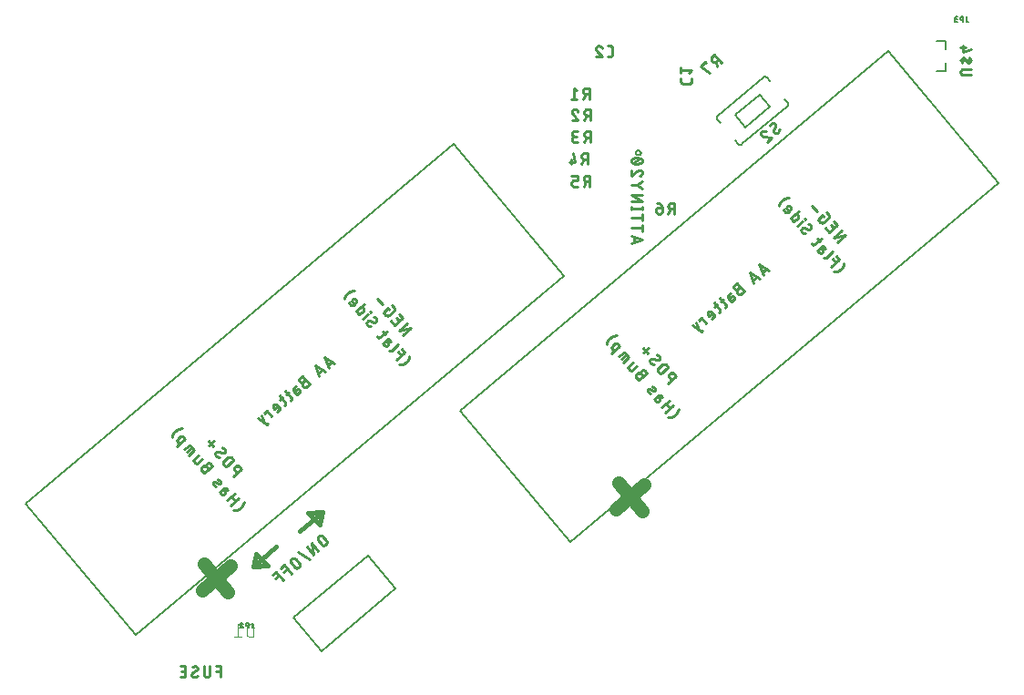
<source format=gbr>
G04 EAGLE Gerber RS-274X export*
G75*
%MOMM*%
%FSLAX34Y34*%
%LPD*%
%INSilkscreen Bottom*%
%IPPOS*%
%AMOC8*
5,1,8,0,0,1.08239X$1,22.5*%
G01*
%ADD10C,0.406400*%
%ADD11C,1.295400*%
%ADD12C,0.127000*%
%ADD13C,0.254000*%
%ADD14C,0.203200*%
%ADD15C,0.152400*%
%ADD16C,0.101600*%


D10*
X298000Y411000D02*
X319000Y429000D01*
X306000Y428000D01*
X317000Y417000D01*
X319000Y429000D01*
X276000Y396000D02*
X255000Y378000D01*
X268000Y379000D01*
X257000Y390000D01*
X255000Y378000D01*
D11*
X233452Y378408D02*
X207314Y356083D01*
X231545Y354176D02*
X209221Y380315D01*
X592124Y431521D02*
X618262Y453846D01*
X594031Y455753D02*
X616355Y429614D01*
D12*
X610658Y762450D02*
X610660Y762544D01*
X610666Y762638D01*
X610676Y762732D01*
X610690Y762825D01*
X610708Y762918D01*
X610729Y763010D01*
X610755Y763100D01*
X610784Y763190D01*
X610817Y763278D01*
X610854Y763365D01*
X610894Y763450D01*
X610938Y763534D01*
X610986Y763615D01*
X611036Y763695D01*
X611091Y763772D01*
X611148Y763847D01*
X611208Y763919D01*
X611272Y763989D01*
X611338Y764056D01*
X611407Y764120D01*
X611479Y764181D01*
X611553Y764239D01*
X611630Y764294D01*
X611709Y764346D01*
X611790Y764394D01*
X611873Y764439D01*
X611957Y764480D01*
X612044Y764518D01*
X612132Y764552D01*
X612221Y764582D01*
X612311Y764609D01*
X612403Y764631D01*
X612495Y764650D01*
X612589Y764665D01*
X612682Y764676D01*
X612776Y764683D01*
X612870Y764686D01*
X612965Y764685D01*
X613059Y764680D01*
X613153Y764671D01*
X613246Y764658D01*
X613339Y764641D01*
X613431Y764621D01*
X613522Y764596D01*
X613612Y764568D01*
X613700Y764536D01*
X613788Y764500D01*
X613873Y764460D01*
X613957Y764417D01*
X614039Y764371D01*
X614119Y764321D01*
X614197Y764267D01*
X614272Y764211D01*
X614345Y764151D01*
X614416Y764088D01*
X614483Y764023D01*
X614548Y763954D01*
X614610Y763883D01*
X614669Y763810D01*
X614725Y763734D01*
X614777Y763655D01*
X614826Y763575D01*
X614872Y763492D01*
X614914Y763408D01*
X614953Y763322D01*
X614988Y763234D01*
X615019Y763145D01*
X615047Y763055D01*
X615070Y762964D01*
X615090Y762872D01*
X615106Y762779D01*
X615118Y762685D01*
X615126Y762591D01*
X615130Y762497D01*
X615130Y762403D01*
X615126Y762309D01*
X615118Y762215D01*
X615106Y762121D01*
X615090Y762028D01*
X615070Y761936D01*
X615047Y761845D01*
X615019Y761755D01*
X614988Y761666D01*
X614953Y761578D01*
X614914Y761492D01*
X614872Y761408D01*
X614826Y761325D01*
X614777Y761245D01*
X614725Y761166D01*
X614669Y761090D01*
X614610Y761017D01*
X614548Y760946D01*
X614483Y760877D01*
X614416Y760812D01*
X614345Y760749D01*
X614272Y760689D01*
X614197Y760633D01*
X614119Y760579D01*
X614039Y760529D01*
X613957Y760483D01*
X613873Y760440D01*
X613788Y760400D01*
X613700Y760364D01*
X613612Y760332D01*
X613522Y760304D01*
X613431Y760279D01*
X613339Y760259D01*
X613246Y760242D01*
X613153Y760229D01*
X613059Y760220D01*
X612965Y760215D01*
X612870Y760214D01*
X612776Y760217D01*
X612682Y760224D01*
X612589Y760235D01*
X612495Y760250D01*
X612403Y760269D01*
X612311Y760291D01*
X612221Y760318D01*
X612132Y760348D01*
X612044Y760382D01*
X611957Y760420D01*
X611873Y760461D01*
X611790Y760506D01*
X611709Y760554D01*
X611630Y760606D01*
X611553Y760661D01*
X611479Y760719D01*
X611407Y760780D01*
X611338Y760844D01*
X611272Y760911D01*
X611208Y760981D01*
X611148Y761053D01*
X611091Y761128D01*
X611036Y761205D01*
X610986Y761285D01*
X610938Y761366D01*
X610894Y761450D01*
X610854Y761535D01*
X610817Y761622D01*
X610784Y761710D01*
X610755Y761800D01*
X610729Y761890D01*
X610708Y761982D01*
X610690Y762075D01*
X610676Y762168D01*
X610666Y762262D01*
X610660Y762356D01*
X610658Y762450D01*
D13*
X616206Y681836D02*
X606046Y678450D01*
X606046Y685223D02*
X616206Y681836D01*
X608586Y684376D02*
X608586Y679296D01*
X606046Y692504D02*
X616206Y692504D01*
X616206Y689682D02*
X616206Y695326D01*
X616206Y702410D02*
X606046Y702410D01*
X616206Y699588D02*
X616206Y705232D01*
X616206Y710792D02*
X606046Y710792D01*
X606046Y709663D02*
X606046Y711921D01*
X616206Y711921D02*
X616206Y709663D01*
X616206Y717495D02*
X606046Y717495D01*
X606046Y723139D02*
X616206Y717495D01*
X616206Y723139D02*
X606046Y723139D01*
X611408Y732128D02*
X616206Y728742D01*
X611408Y732128D02*
X616206Y735515D01*
X611408Y732128D02*
X606046Y732128D01*
X616206Y743840D02*
X616204Y743940D01*
X616198Y744039D01*
X616188Y744139D01*
X616175Y744237D01*
X616157Y744336D01*
X616136Y744433D01*
X616111Y744529D01*
X616082Y744625D01*
X616049Y744719D01*
X616013Y744812D01*
X615973Y744903D01*
X615929Y744993D01*
X615882Y745081D01*
X615832Y745167D01*
X615778Y745251D01*
X615721Y745333D01*
X615661Y745412D01*
X615597Y745490D01*
X615531Y745564D01*
X615462Y745636D01*
X615390Y745705D01*
X615316Y745771D01*
X615238Y745835D01*
X615159Y745895D01*
X615077Y745952D01*
X614993Y746006D01*
X614907Y746056D01*
X614819Y746103D01*
X614729Y746147D01*
X614638Y746187D01*
X614545Y746223D01*
X614451Y746256D01*
X614355Y746285D01*
X614259Y746310D01*
X614162Y746331D01*
X614063Y746349D01*
X613965Y746362D01*
X613865Y746372D01*
X613766Y746378D01*
X613666Y746380D01*
X616206Y743840D02*
X616204Y743729D01*
X616198Y743618D01*
X616189Y743508D01*
X616176Y743398D01*
X616159Y743288D01*
X616138Y743179D01*
X616114Y743071D01*
X616086Y742964D01*
X616055Y742857D01*
X616019Y742752D01*
X615981Y742648D01*
X615938Y742546D01*
X615893Y742445D01*
X615843Y742345D01*
X615791Y742248D01*
X615735Y742152D01*
X615676Y742058D01*
X615614Y741966D01*
X615549Y741876D01*
X615481Y741789D01*
X615409Y741704D01*
X615335Y741621D01*
X615259Y741541D01*
X615179Y741464D01*
X615097Y741389D01*
X615013Y741317D01*
X614926Y741248D01*
X614837Y741183D01*
X614745Y741120D01*
X614652Y741060D01*
X614556Y741004D01*
X614459Y740950D01*
X614360Y740901D01*
X614259Y740854D01*
X614157Y740811D01*
X614053Y740772D01*
X613948Y740736D01*
X611691Y745533D02*
X611761Y745605D01*
X611834Y745674D01*
X611910Y745740D01*
X611988Y745803D01*
X612068Y745863D01*
X612151Y745920D01*
X612235Y745975D01*
X612322Y746026D01*
X612410Y746074D01*
X612500Y746118D01*
X612591Y746159D01*
X612684Y746197D01*
X612779Y746232D01*
X612874Y746263D01*
X612971Y746290D01*
X613068Y746314D01*
X613167Y746334D01*
X613266Y746350D01*
X613365Y746363D01*
X613465Y746373D01*
X613566Y746378D01*
X613666Y746380D01*
X611690Y745534D02*
X606046Y740736D01*
X606046Y746380D01*
X611126Y752166D02*
X611326Y752168D01*
X611526Y752176D01*
X611725Y752187D01*
X611924Y752204D01*
X612123Y752226D01*
X612321Y752252D01*
X612519Y752283D01*
X612715Y752318D01*
X612911Y752359D01*
X613106Y752403D01*
X613300Y752453D01*
X613492Y752507D01*
X613683Y752566D01*
X613873Y752629D01*
X614061Y752697D01*
X614247Y752769D01*
X614432Y752846D01*
X614614Y752927D01*
X614795Y753013D01*
X614879Y753044D01*
X614961Y753078D01*
X615042Y753116D01*
X615122Y753157D01*
X615199Y753202D01*
X615274Y753249D01*
X615348Y753300D01*
X615419Y753355D01*
X615487Y753412D01*
X615554Y753472D01*
X615617Y753535D01*
X615678Y753600D01*
X615736Y753668D01*
X615791Y753738D01*
X615843Y753811D01*
X615891Y753886D01*
X615937Y753963D01*
X615979Y754041D01*
X616018Y754122D01*
X616053Y754204D01*
X616085Y754287D01*
X616113Y754372D01*
X616138Y754458D01*
X616158Y754545D01*
X616176Y754632D01*
X616189Y754721D01*
X616198Y754810D01*
X616204Y754899D01*
X616206Y754988D01*
X616204Y755077D01*
X616198Y755166D01*
X616189Y755255D01*
X616176Y755344D01*
X616158Y755431D01*
X616138Y755518D01*
X616113Y755604D01*
X616085Y755689D01*
X616053Y755772D01*
X616018Y755854D01*
X615979Y755935D01*
X615937Y756013D01*
X615891Y756090D01*
X615843Y756165D01*
X615791Y756238D01*
X615736Y756308D01*
X615678Y756376D01*
X615617Y756442D01*
X615553Y756504D01*
X615487Y756564D01*
X615419Y756621D01*
X615348Y756676D01*
X615274Y756727D01*
X615199Y756774D01*
X615122Y756819D01*
X615042Y756860D01*
X614961Y756898D01*
X614879Y756932D01*
X614795Y756963D01*
X614614Y757049D01*
X614431Y757130D01*
X614247Y757207D01*
X614060Y757279D01*
X613872Y757347D01*
X613683Y757410D01*
X613492Y757469D01*
X613299Y757523D01*
X613106Y757573D01*
X612911Y757617D01*
X612715Y757658D01*
X612519Y757693D01*
X612321Y757724D01*
X612123Y757750D01*
X611924Y757772D01*
X611725Y757789D01*
X611526Y757800D01*
X611326Y757808D01*
X611126Y757810D01*
X611126Y752166D02*
X610926Y752168D01*
X610726Y752176D01*
X610527Y752187D01*
X610328Y752204D01*
X610129Y752226D01*
X609931Y752252D01*
X609733Y752283D01*
X609537Y752318D01*
X609341Y752359D01*
X609146Y752403D01*
X608952Y752453D01*
X608760Y752507D01*
X608569Y752566D01*
X608379Y752629D01*
X608191Y752697D01*
X608005Y752769D01*
X607820Y752846D01*
X607638Y752927D01*
X607457Y753013D01*
X607373Y753044D01*
X607291Y753078D01*
X607210Y753116D01*
X607130Y753157D01*
X607053Y753202D01*
X606978Y753249D01*
X606904Y753301D01*
X606833Y753355D01*
X606765Y753412D01*
X606698Y753472D01*
X606635Y753535D01*
X606574Y753600D01*
X606516Y753668D01*
X606461Y753738D01*
X606409Y753811D01*
X606361Y753886D01*
X606315Y753963D01*
X606273Y754041D01*
X606234Y754122D01*
X606199Y754204D01*
X606167Y754287D01*
X606139Y754372D01*
X606114Y754458D01*
X606094Y754545D01*
X606076Y754632D01*
X606063Y754721D01*
X606054Y754810D01*
X606048Y754899D01*
X606046Y754988D01*
X607457Y756964D02*
X607638Y757050D01*
X607820Y757131D01*
X608005Y757208D01*
X608191Y757280D01*
X608379Y757348D01*
X608569Y757411D01*
X608760Y757470D01*
X608952Y757524D01*
X609146Y757574D01*
X609341Y757618D01*
X609537Y757659D01*
X609733Y757694D01*
X609931Y757725D01*
X610129Y757751D01*
X610328Y757773D01*
X610527Y757790D01*
X610726Y757801D01*
X610926Y757809D01*
X611126Y757811D01*
X607457Y756963D02*
X607373Y756932D01*
X607291Y756898D01*
X607210Y756860D01*
X607130Y756819D01*
X607053Y756774D01*
X606978Y756727D01*
X606904Y756676D01*
X606833Y756621D01*
X606765Y756564D01*
X606698Y756504D01*
X606635Y756441D01*
X606574Y756376D01*
X606516Y756308D01*
X606461Y756238D01*
X606409Y756165D01*
X606361Y756090D01*
X606315Y756013D01*
X606273Y755935D01*
X606234Y755854D01*
X606199Y755772D01*
X606167Y755689D01*
X606139Y755604D01*
X606114Y755518D01*
X606094Y755431D01*
X606076Y755344D01*
X606063Y755255D01*
X606054Y755166D01*
X606048Y755077D01*
X606046Y754988D01*
X608304Y752730D02*
X613948Y757246D01*
D12*
X543965Y648131D02*
X145621Y313882D01*
X543965Y648131D02*
X441119Y770698D01*
X42775Y436449D01*
X145621Y313882D01*
D13*
X321048Y572146D02*
X330173Y566539D01*
X324984Y562186D02*
X321048Y572146D01*
X327891Y567941D02*
X324000Y564676D01*
X321417Y559192D02*
X312292Y564798D01*
X316228Y554839D01*
X315244Y557329D02*
X319135Y560594D01*
X303412Y551453D02*
X301250Y549638D01*
X301170Y549568D01*
X301094Y549496D01*
X301019Y549421D01*
X300948Y549343D01*
X300880Y549263D01*
X300814Y549180D01*
X300752Y549095D01*
X300693Y549007D01*
X300638Y548917D01*
X300586Y548826D01*
X300537Y548732D01*
X300492Y548637D01*
X300450Y548540D01*
X300412Y548441D01*
X300378Y548341D01*
X300347Y548240D01*
X300321Y548138D01*
X300298Y548035D01*
X300279Y547931D01*
X300264Y547827D01*
X300253Y547722D01*
X300246Y547617D01*
X300242Y547511D01*
X300243Y547406D01*
X300247Y547300D01*
X300256Y547195D01*
X300268Y547090D01*
X300285Y546986D01*
X300305Y546882D01*
X300329Y546780D01*
X300357Y546678D01*
X300389Y546577D01*
X300424Y546478D01*
X300464Y546380D01*
X300506Y546283D01*
X300553Y546189D01*
X300603Y546096D01*
X300656Y546005D01*
X300713Y545916D01*
X300773Y545829D01*
X300836Y545744D01*
X300902Y545662D01*
X300972Y545582D01*
X301044Y545506D01*
X301119Y545431D01*
X301197Y545360D01*
X301277Y545292D01*
X301360Y545226D01*
X301445Y545164D01*
X301533Y545105D01*
X301623Y545050D01*
X301714Y544998D01*
X301808Y544949D01*
X301903Y544904D01*
X302000Y544862D01*
X302099Y544824D01*
X302199Y544790D01*
X302300Y544759D01*
X302402Y544733D01*
X302505Y544710D01*
X302609Y544691D01*
X302713Y544676D01*
X302818Y544665D01*
X302923Y544658D01*
X303029Y544654D01*
X303134Y544655D01*
X303240Y544659D01*
X303345Y544668D01*
X303450Y544680D01*
X303554Y544697D01*
X303658Y544717D01*
X303760Y544741D01*
X303862Y544769D01*
X303963Y544801D01*
X304062Y544836D01*
X304160Y544876D01*
X304257Y544918D01*
X304351Y544965D01*
X304444Y545015D01*
X304535Y545068D01*
X304624Y545125D01*
X304711Y545185D01*
X304796Y545248D01*
X304878Y545314D01*
X304878Y545315D02*
X307040Y547129D01*
X300509Y554912D01*
X298347Y553098D01*
X298276Y553036D01*
X298209Y552972D01*
X298144Y552905D01*
X298082Y552835D01*
X298023Y552763D01*
X297966Y552688D01*
X297913Y552612D01*
X297864Y552533D01*
X297817Y552452D01*
X297774Y552369D01*
X297734Y552285D01*
X297698Y552198D01*
X297666Y552111D01*
X297637Y552022D01*
X297612Y551932D01*
X297590Y551842D01*
X297573Y551750D01*
X297559Y551658D01*
X297549Y551565D01*
X297542Y551472D01*
X297540Y551378D01*
X297542Y551285D01*
X297547Y551192D01*
X297556Y551099D01*
X297569Y551007D01*
X297586Y550915D01*
X297607Y550824D01*
X297631Y550734D01*
X297659Y550645D01*
X297691Y550557D01*
X297726Y550470D01*
X297765Y550386D01*
X297807Y550302D01*
X297853Y550221D01*
X297902Y550142D01*
X297954Y550064D01*
X298010Y549989D01*
X298068Y549917D01*
X298130Y549846D01*
X298194Y549779D01*
X298261Y549714D01*
X298331Y549652D01*
X298403Y549593D01*
X298478Y549536D01*
X298554Y549483D01*
X298633Y549434D01*
X298714Y549387D01*
X298797Y549344D01*
X298881Y549304D01*
X298968Y549268D01*
X299055Y549236D01*
X299144Y549207D01*
X299234Y549182D01*
X299324Y549160D01*
X299416Y549143D01*
X299508Y549129D01*
X299601Y549119D01*
X299694Y549112D01*
X299788Y549110D01*
X299881Y549112D01*
X299974Y549117D01*
X300067Y549126D01*
X300159Y549139D01*
X300251Y549156D01*
X300342Y549177D01*
X300432Y549201D01*
X300521Y549229D01*
X300609Y549261D01*
X300696Y549296D01*
X300780Y549335D01*
X300864Y549377D01*
X300945Y549423D01*
X301024Y549472D01*
X301102Y549524D01*
X301177Y549580D01*
X301249Y549638D01*
X294980Y542167D02*
X293034Y540534D01*
X294980Y542168D02*
X295048Y542222D01*
X295119Y542274D01*
X295191Y542322D01*
X295266Y542368D01*
X295343Y542410D01*
X295422Y542448D01*
X295502Y542483D01*
X295583Y542514D01*
X295666Y542542D01*
X295750Y542566D01*
X295835Y542586D01*
X295921Y542602D01*
X296008Y542615D01*
X296095Y542624D01*
X296182Y542629D01*
X296269Y542630D01*
X296357Y542627D01*
X296444Y542620D01*
X296531Y542610D01*
X296617Y542596D01*
X296703Y542577D01*
X296787Y542556D01*
X296871Y542530D01*
X296953Y542501D01*
X297034Y542468D01*
X297114Y542431D01*
X297191Y542391D01*
X297267Y542348D01*
X297341Y542301D01*
X297413Y542251D01*
X297483Y542198D01*
X297550Y542142D01*
X297614Y542083D01*
X297676Y542022D01*
X297735Y541957D01*
X297791Y541890D01*
X297845Y541821D01*
X297895Y541749D01*
X297942Y541675D01*
X297985Y541600D01*
X298025Y541522D01*
X298062Y541443D01*
X298095Y541362D01*
X298124Y541279D01*
X298150Y541196D01*
X298172Y541111D01*
X298191Y541026D01*
X298205Y540940D01*
X298216Y540853D01*
X298223Y540766D01*
X298226Y540678D01*
X298225Y540591D01*
X298220Y540504D01*
X298212Y540417D01*
X298199Y540330D01*
X298183Y540244D01*
X298163Y540159D01*
X298139Y540075D01*
X298112Y539992D01*
X298081Y539910D01*
X298046Y539830D01*
X298008Y539751D01*
X297966Y539674D01*
X297921Y539599D01*
X297873Y539527D01*
X297821Y539456D01*
X297767Y539388D01*
X297709Y539322D01*
X297649Y539258D01*
X297586Y539198D01*
X297520Y539140D01*
X295574Y537508D01*
X292309Y541399D01*
X292309Y541400D02*
X292259Y541463D01*
X292212Y541528D01*
X292167Y541595D01*
X292127Y541665D01*
X292089Y541736D01*
X292055Y541809D01*
X292024Y541884D01*
X291998Y541960D01*
X291974Y542037D01*
X291955Y542115D01*
X291939Y542194D01*
X291927Y542274D01*
X291918Y542354D01*
X291914Y542434D01*
X291913Y542515D01*
X291916Y542595D01*
X291923Y542676D01*
X291934Y542756D01*
X291949Y542835D01*
X291967Y542913D01*
X291989Y542991D01*
X292015Y543067D01*
X292044Y543142D01*
X292077Y543216D01*
X292114Y543288D01*
X292153Y543358D01*
X292196Y543426D01*
X292243Y543492D01*
X292292Y543556D01*
X292344Y543617D01*
X292399Y543676D01*
X292457Y543732D01*
X292518Y543785D01*
X292517Y543785D02*
X294247Y545236D01*
X287579Y539641D02*
X284985Y537464D01*
X284537Y541510D02*
X289980Y535024D01*
X289980Y535023D02*
X290030Y534960D01*
X290077Y534895D01*
X290122Y534828D01*
X290162Y534758D01*
X290200Y534687D01*
X290234Y534614D01*
X290265Y534539D01*
X290291Y534463D01*
X290315Y534386D01*
X290334Y534308D01*
X290350Y534229D01*
X290362Y534149D01*
X290371Y534069D01*
X290375Y533989D01*
X290376Y533908D01*
X290373Y533828D01*
X290366Y533747D01*
X290355Y533667D01*
X290340Y533588D01*
X290322Y533510D01*
X290300Y533432D01*
X290274Y533356D01*
X290245Y533281D01*
X290212Y533207D01*
X290175Y533135D01*
X290136Y533065D01*
X290093Y532997D01*
X290046Y532931D01*
X289997Y532867D01*
X289945Y532806D01*
X289890Y532747D01*
X289832Y532691D01*
X289771Y532638D01*
X289339Y532275D01*
X282034Y534988D02*
X279439Y532811D01*
X278992Y536856D02*
X284434Y530371D01*
X284434Y530370D02*
X284484Y530307D01*
X284531Y530242D01*
X284576Y530175D01*
X284616Y530105D01*
X284654Y530034D01*
X284688Y529961D01*
X284719Y529886D01*
X284745Y529810D01*
X284769Y529733D01*
X284788Y529655D01*
X284804Y529576D01*
X284816Y529496D01*
X284825Y529416D01*
X284829Y529336D01*
X284830Y529255D01*
X284827Y529175D01*
X284820Y529094D01*
X284809Y529014D01*
X284794Y528935D01*
X284776Y528857D01*
X284754Y528779D01*
X284728Y528703D01*
X284699Y528628D01*
X284666Y528554D01*
X284629Y528482D01*
X284590Y528412D01*
X284547Y528344D01*
X284500Y528278D01*
X284451Y528214D01*
X284399Y528153D01*
X284344Y528094D01*
X284286Y528038D01*
X284225Y527985D01*
X284226Y527985D02*
X283793Y527622D01*
X278686Y523337D02*
X276524Y521523D01*
X278686Y523337D02*
X278747Y523390D01*
X278805Y523446D01*
X278860Y523505D01*
X278912Y523566D01*
X278961Y523630D01*
X279008Y523696D01*
X279051Y523764D01*
X279090Y523834D01*
X279127Y523906D01*
X279160Y523980D01*
X279189Y524055D01*
X279215Y524131D01*
X279237Y524209D01*
X279255Y524287D01*
X279270Y524367D01*
X279281Y524446D01*
X279288Y524527D01*
X279291Y524607D01*
X279290Y524688D01*
X279286Y524768D01*
X279277Y524848D01*
X279265Y524928D01*
X279249Y525007D01*
X279230Y525085D01*
X279206Y525162D01*
X279179Y525238D01*
X279149Y525313D01*
X279115Y525386D01*
X279077Y525457D01*
X279037Y525527D01*
X278992Y525594D01*
X278945Y525659D01*
X278895Y525722D01*
X277081Y527884D01*
X277019Y527955D01*
X276955Y528022D01*
X276888Y528087D01*
X276818Y528149D01*
X276746Y528208D01*
X276672Y528265D01*
X276595Y528318D01*
X276516Y528367D01*
X276435Y528414D01*
X276352Y528457D01*
X276268Y528497D01*
X276181Y528533D01*
X276094Y528565D01*
X276005Y528594D01*
X275915Y528619D01*
X275825Y528641D01*
X275733Y528658D01*
X275641Y528672D01*
X275548Y528682D01*
X275455Y528689D01*
X275361Y528691D01*
X275268Y528689D01*
X275175Y528684D01*
X275082Y528675D01*
X274990Y528662D01*
X274898Y528645D01*
X274807Y528624D01*
X274717Y528600D01*
X274628Y528572D01*
X274540Y528540D01*
X274453Y528505D01*
X274369Y528466D01*
X274285Y528424D01*
X274204Y528378D01*
X274125Y528329D01*
X274047Y528277D01*
X273972Y528221D01*
X273900Y528163D01*
X273829Y528101D01*
X273762Y528037D01*
X273697Y527970D01*
X273635Y527900D01*
X273576Y527828D01*
X273519Y527753D01*
X273466Y527677D01*
X273417Y527598D01*
X273370Y527517D01*
X273327Y527434D01*
X273287Y527350D01*
X273251Y527263D01*
X273219Y527176D01*
X273190Y527087D01*
X273165Y526997D01*
X273143Y526907D01*
X273126Y526815D01*
X273112Y526723D01*
X273102Y526630D01*
X273095Y526537D01*
X273093Y526443D01*
X273095Y526350D01*
X273100Y526257D01*
X273109Y526164D01*
X273122Y526072D01*
X273139Y525980D01*
X273160Y525889D01*
X273184Y525799D01*
X273212Y525710D01*
X273244Y525622D01*
X273279Y525535D01*
X273318Y525451D01*
X273360Y525367D01*
X273406Y525286D01*
X273455Y525207D01*
X273507Y525129D01*
X273563Y525054D01*
X273621Y524982D01*
X273622Y524982D02*
X274347Y524117D01*
X277806Y527020D01*
X272014Y517738D02*
X267660Y522927D01*
X265066Y520750D01*
X265791Y519885D01*
X268735Y510565D02*
X267870Y509840D01*
X258745Y515446D01*
X262204Y518348D02*
X264828Y511708D01*
X243966Y468316D02*
X236183Y461786D01*
X243966Y468316D02*
X242152Y470478D01*
X242082Y470558D01*
X242010Y470634D01*
X241935Y470709D01*
X241857Y470780D01*
X241777Y470848D01*
X241694Y470914D01*
X241609Y470976D01*
X241521Y471035D01*
X241431Y471090D01*
X241340Y471142D01*
X241246Y471191D01*
X241151Y471236D01*
X241054Y471278D01*
X240955Y471316D01*
X240855Y471350D01*
X240754Y471381D01*
X240652Y471407D01*
X240549Y471430D01*
X240445Y471449D01*
X240341Y471464D01*
X240236Y471475D01*
X240131Y471482D01*
X240025Y471486D01*
X239920Y471485D01*
X239814Y471481D01*
X239709Y471472D01*
X239604Y471460D01*
X239500Y471443D01*
X239396Y471423D01*
X239294Y471399D01*
X239192Y471371D01*
X239091Y471339D01*
X238992Y471304D01*
X238894Y471264D01*
X238797Y471222D01*
X238703Y471175D01*
X238610Y471125D01*
X238519Y471072D01*
X238430Y471015D01*
X238343Y470955D01*
X238258Y470892D01*
X238176Y470826D01*
X238096Y470756D01*
X238020Y470684D01*
X237945Y470609D01*
X237874Y470531D01*
X237806Y470451D01*
X237740Y470368D01*
X237678Y470283D01*
X237619Y470195D01*
X237564Y470105D01*
X237512Y470014D01*
X237463Y469920D01*
X237418Y469825D01*
X237376Y469728D01*
X237338Y469629D01*
X237304Y469529D01*
X237273Y469428D01*
X237247Y469326D01*
X237224Y469223D01*
X237205Y469119D01*
X237190Y469015D01*
X237179Y468910D01*
X237172Y468805D01*
X237168Y468699D01*
X237169Y468594D01*
X237173Y468488D01*
X237182Y468383D01*
X237194Y468278D01*
X237211Y468174D01*
X237231Y468070D01*
X237255Y467968D01*
X237283Y467866D01*
X237315Y467765D01*
X237350Y467666D01*
X237390Y467568D01*
X237432Y467471D01*
X237479Y467377D01*
X237529Y467284D01*
X237582Y467193D01*
X237639Y467103D01*
X237699Y467017D01*
X237762Y466932D01*
X237828Y466850D01*
X239642Y464688D01*
X231433Y471837D02*
X234893Y474739D01*
X234892Y474739D02*
X234972Y474809D01*
X235048Y474881D01*
X235123Y474956D01*
X235194Y475034D01*
X235262Y475114D01*
X235328Y475197D01*
X235390Y475282D01*
X235449Y475370D01*
X235504Y475460D01*
X235556Y475551D01*
X235605Y475645D01*
X235650Y475740D01*
X235692Y475837D01*
X235730Y475936D01*
X235764Y476036D01*
X235795Y476137D01*
X235821Y476239D01*
X235844Y476342D01*
X235863Y476446D01*
X235878Y476550D01*
X235889Y476655D01*
X235896Y476760D01*
X235900Y476866D01*
X235899Y476971D01*
X235895Y477077D01*
X235886Y477182D01*
X235874Y477287D01*
X235857Y477391D01*
X235837Y477495D01*
X235813Y477597D01*
X235785Y477699D01*
X235753Y477800D01*
X235718Y477899D01*
X235678Y477997D01*
X235636Y478094D01*
X235589Y478188D01*
X235539Y478281D01*
X235486Y478372D01*
X235429Y478461D01*
X235369Y478548D01*
X235306Y478633D01*
X235240Y478715D01*
X235170Y478795D01*
X235098Y478871D01*
X235023Y478946D01*
X234945Y479017D01*
X234865Y479085D01*
X234782Y479151D01*
X234697Y479213D01*
X234609Y479272D01*
X234519Y479327D01*
X234428Y479379D01*
X234334Y479428D01*
X234239Y479473D01*
X234142Y479515D01*
X234043Y479553D01*
X233943Y479587D01*
X233842Y479618D01*
X233740Y479644D01*
X233637Y479667D01*
X233533Y479686D01*
X233429Y479701D01*
X233324Y479712D01*
X233219Y479719D01*
X233113Y479723D01*
X233008Y479722D01*
X232902Y479718D01*
X232797Y479709D01*
X232692Y479697D01*
X232588Y479680D01*
X232484Y479660D01*
X232382Y479636D01*
X232280Y479608D01*
X232179Y479576D01*
X232080Y479541D01*
X231982Y479501D01*
X231885Y479459D01*
X231791Y479412D01*
X231698Y479362D01*
X231607Y479309D01*
X231518Y479252D01*
X231431Y479192D01*
X231346Y479129D01*
X231264Y479063D01*
X227805Y476161D01*
X227725Y476091D01*
X227649Y476019D01*
X227574Y475944D01*
X227503Y475866D01*
X227435Y475786D01*
X227369Y475703D01*
X227307Y475618D01*
X227248Y475530D01*
X227193Y475440D01*
X227141Y475349D01*
X227092Y475255D01*
X227047Y475160D01*
X227005Y475063D01*
X226967Y474964D01*
X226933Y474864D01*
X226902Y474763D01*
X226876Y474661D01*
X226853Y474558D01*
X226834Y474454D01*
X226819Y474350D01*
X226808Y474245D01*
X226801Y474140D01*
X226797Y474034D01*
X226798Y473929D01*
X226802Y473823D01*
X226811Y473718D01*
X226823Y473613D01*
X226840Y473509D01*
X226860Y473405D01*
X226884Y473303D01*
X226912Y473201D01*
X226944Y473100D01*
X226979Y473001D01*
X227019Y472903D01*
X227061Y472806D01*
X227108Y472712D01*
X227158Y472619D01*
X227211Y472528D01*
X227268Y472439D01*
X227328Y472352D01*
X227391Y472267D01*
X227457Y472185D01*
X227527Y472105D01*
X227599Y472029D01*
X227674Y471954D01*
X227752Y471883D01*
X227832Y471815D01*
X227915Y471749D01*
X228000Y471687D01*
X228088Y471628D01*
X228178Y471573D01*
X228269Y471521D01*
X228363Y471472D01*
X228458Y471427D01*
X228555Y471385D01*
X228654Y471347D01*
X228754Y471313D01*
X228855Y471282D01*
X228957Y471256D01*
X229060Y471233D01*
X229164Y471214D01*
X229268Y471199D01*
X229373Y471188D01*
X229478Y471181D01*
X229584Y471177D01*
X229689Y471178D01*
X229795Y471182D01*
X229900Y471191D01*
X230005Y471203D01*
X230109Y471220D01*
X230213Y471240D01*
X230315Y471264D01*
X230417Y471292D01*
X230518Y471324D01*
X230617Y471359D01*
X230715Y471399D01*
X230812Y471441D01*
X230906Y471488D01*
X230999Y471538D01*
X231090Y471591D01*
X231180Y471648D01*
X231266Y471708D01*
X231351Y471771D01*
X231433Y471837D01*
X219992Y481081D02*
X219934Y481153D01*
X219878Y481228D01*
X219826Y481306D01*
X219777Y481385D01*
X219731Y481466D01*
X219689Y481550D01*
X219650Y481634D01*
X219615Y481721D01*
X219583Y481809D01*
X219555Y481898D01*
X219531Y481988D01*
X219510Y482079D01*
X219493Y482171D01*
X219480Y482263D01*
X219471Y482356D01*
X219466Y482449D01*
X219464Y482542D01*
X219466Y482636D01*
X219473Y482729D01*
X219483Y482822D01*
X219497Y482914D01*
X219514Y483005D01*
X219536Y483096D01*
X219561Y483186D01*
X219590Y483275D01*
X219622Y483362D01*
X219658Y483448D01*
X219698Y483533D01*
X219741Y483616D01*
X219788Y483697D01*
X219837Y483776D01*
X219890Y483852D01*
X219946Y483927D01*
X220006Y483999D01*
X220068Y484069D01*
X220133Y484136D01*
X220200Y484200D01*
X220271Y484262D01*
X219992Y481081D02*
X220080Y480979D01*
X220171Y480880D01*
X220264Y480783D01*
X220360Y480689D01*
X220459Y480598D01*
X220560Y480509D01*
X220664Y480424D01*
X220770Y480341D01*
X220879Y480262D01*
X220990Y480185D01*
X221102Y480112D01*
X221217Y480042D01*
X221334Y479975D01*
X221452Y479911D01*
X221573Y479851D01*
X221695Y479794D01*
X221818Y479741D01*
X221943Y479691D01*
X222069Y479645D01*
X222197Y479602D01*
X222326Y479563D01*
X222455Y479528D01*
X222586Y479496D01*
X222718Y479468D01*
X222850Y479444D01*
X222983Y479423D01*
X223116Y479407D01*
X223250Y479393D01*
X228041Y483782D02*
X228112Y483844D01*
X228179Y483908D01*
X228244Y483975D01*
X228306Y484045D01*
X228366Y484117D01*
X228422Y484192D01*
X228475Y484268D01*
X228524Y484347D01*
X228571Y484428D01*
X228614Y484511D01*
X228654Y484595D01*
X228690Y484682D01*
X228722Y484769D01*
X228751Y484858D01*
X228776Y484948D01*
X228798Y485038D01*
X228815Y485130D01*
X228829Y485222D01*
X228839Y485315D01*
X228846Y485408D01*
X228848Y485502D01*
X228846Y485595D01*
X228841Y485688D01*
X228832Y485781D01*
X228819Y485873D01*
X228802Y485965D01*
X228781Y486056D01*
X228757Y486146D01*
X228729Y486235D01*
X228697Y486323D01*
X228662Y486410D01*
X228623Y486494D01*
X228581Y486578D01*
X228535Y486659D01*
X228486Y486738D01*
X228434Y486816D01*
X228378Y486891D01*
X228320Y486963D01*
X228235Y487061D01*
X228147Y487156D01*
X228056Y487249D01*
X227963Y487339D01*
X227866Y487426D01*
X227768Y487510D01*
X227666Y487591D01*
X227562Y487669D01*
X227456Y487743D01*
X227348Y487814D01*
X227237Y487882D01*
X227125Y487947D01*
X227010Y488008D01*
X226894Y488065D01*
X226776Y488119D01*
X226656Y488169D01*
X226535Y488216D01*
X226413Y488259D01*
X226289Y488298D01*
X226164Y488333D01*
X226038Y488364D01*
X225802Y483377D02*
X225892Y483347D01*
X225984Y483321D01*
X226077Y483299D01*
X226170Y483281D01*
X226264Y483266D01*
X226359Y483255D01*
X226454Y483249D01*
X226549Y483246D01*
X226644Y483247D01*
X226739Y483252D01*
X226834Y483262D01*
X226928Y483275D01*
X227022Y483292D01*
X227115Y483312D01*
X227207Y483337D01*
X227298Y483366D01*
X227387Y483398D01*
X227476Y483434D01*
X227562Y483473D01*
X227647Y483516D01*
X227730Y483563D01*
X227811Y483613D01*
X227890Y483666D01*
X227967Y483723D01*
X228041Y483782D01*
X222510Y484667D02*
X222420Y484696D01*
X222328Y484723D01*
X222236Y484745D01*
X222142Y484763D01*
X222048Y484778D01*
X221953Y484789D01*
X221858Y484795D01*
X221763Y484798D01*
X221668Y484797D01*
X221573Y484792D01*
X221478Y484782D01*
X221384Y484769D01*
X221290Y484752D01*
X221197Y484732D01*
X221105Y484707D01*
X221014Y484678D01*
X220925Y484646D01*
X220836Y484610D01*
X220750Y484571D01*
X220665Y484528D01*
X220582Y484481D01*
X220501Y484431D01*
X220422Y484378D01*
X220345Y484321D01*
X220271Y484262D01*
X222510Y484667D02*
X225802Y483377D01*
X217967Y489642D02*
X213613Y494830D01*
X213196Y490059D02*
X218384Y494413D01*
X246068Y437930D02*
X246025Y437701D01*
X245976Y437474D01*
X245922Y437248D01*
X245862Y437023D01*
X245797Y436800D01*
X245727Y436578D01*
X245651Y436359D01*
X245570Y436141D01*
X245484Y435925D01*
X245393Y435711D01*
X245297Y435499D01*
X245195Y435290D01*
X245089Y435084D01*
X244977Y434880D01*
X244861Y434678D01*
X244740Y434480D01*
X244614Y434284D01*
X244483Y434092D01*
X244348Y433903D01*
X244209Y433717D01*
X244065Y433534D01*
X243916Y433355D01*
X243764Y433180D01*
X243607Y433008D01*
X243446Y432841D01*
X243281Y432677D01*
X243112Y432517D01*
X242940Y432361D01*
X242763Y432210D01*
X242764Y432209D02*
X242584Y432062D01*
X242401Y431919D01*
X242214Y431781D01*
X242024Y431647D01*
X241831Y431517D01*
X241635Y431393D01*
X241436Y431273D01*
X241233Y431158D01*
X241029Y431048D01*
X240821Y430942D01*
X240612Y430842D01*
X240399Y430747D01*
X240185Y430657D01*
X239969Y430572D01*
X239750Y430493D01*
X239530Y430418D01*
X239308Y430349D01*
X239084Y430286D01*
X238859Y430228D01*
X238633Y430175D01*
X238405Y430127D01*
X238176Y430086D01*
X237947Y430049D01*
X237716Y430019D01*
X237485Y429993D01*
X237254Y429974D01*
X237021Y429959D01*
X236789Y429951D01*
X236557Y429948D01*
X233871Y434904D02*
X241654Y441435D01*
X238195Y438532D02*
X234567Y442856D01*
X238026Y445759D02*
X230243Y439228D01*
X228230Y447775D02*
X226597Y449720D01*
X228230Y447775D02*
X228284Y447707D01*
X228336Y447636D01*
X228384Y447564D01*
X228430Y447489D01*
X228472Y447412D01*
X228510Y447333D01*
X228545Y447253D01*
X228576Y447172D01*
X228604Y447089D01*
X228628Y447005D01*
X228648Y446920D01*
X228664Y446834D01*
X228677Y446747D01*
X228686Y446660D01*
X228691Y446573D01*
X228692Y446486D01*
X228689Y446398D01*
X228682Y446311D01*
X228672Y446224D01*
X228658Y446138D01*
X228639Y446052D01*
X228618Y445968D01*
X228592Y445884D01*
X228563Y445802D01*
X228530Y445721D01*
X228493Y445641D01*
X228453Y445564D01*
X228410Y445488D01*
X228363Y445414D01*
X228313Y445342D01*
X228260Y445272D01*
X228204Y445205D01*
X228145Y445141D01*
X228084Y445079D01*
X228019Y445020D01*
X227952Y444964D01*
X227883Y444910D01*
X227811Y444860D01*
X227737Y444813D01*
X227662Y444770D01*
X227584Y444730D01*
X227505Y444693D01*
X227424Y444660D01*
X227341Y444631D01*
X227258Y444605D01*
X227173Y444583D01*
X227088Y444564D01*
X227002Y444550D01*
X226915Y444539D01*
X226828Y444532D01*
X226740Y444529D01*
X226653Y444530D01*
X226566Y444535D01*
X226479Y444543D01*
X226392Y444556D01*
X226306Y444572D01*
X226221Y444592D01*
X226137Y444616D01*
X226054Y444643D01*
X225972Y444674D01*
X225892Y444709D01*
X225813Y444747D01*
X225736Y444789D01*
X225661Y444834D01*
X225589Y444882D01*
X225518Y444934D01*
X225450Y444988D01*
X225384Y445046D01*
X225320Y445106D01*
X225260Y445169D01*
X225202Y445235D01*
X225203Y445235D02*
X223570Y447181D01*
X227462Y450446D01*
X227525Y450496D01*
X227590Y450543D01*
X227657Y450588D01*
X227727Y450628D01*
X227798Y450666D01*
X227871Y450700D01*
X227946Y450731D01*
X228022Y450757D01*
X228099Y450781D01*
X228177Y450800D01*
X228256Y450816D01*
X228336Y450828D01*
X228416Y450837D01*
X228496Y450841D01*
X228577Y450842D01*
X228657Y450839D01*
X228738Y450832D01*
X228818Y450821D01*
X228897Y450806D01*
X228975Y450788D01*
X229053Y450766D01*
X229129Y450740D01*
X229204Y450711D01*
X229278Y450678D01*
X229350Y450641D01*
X229420Y450602D01*
X229488Y450559D01*
X229554Y450512D01*
X229618Y450463D01*
X229679Y450411D01*
X229738Y450356D01*
X229794Y450298D01*
X229847Y450237D01*
X231299Y448508D01*
X222277Y454869D02*
X219598Y456305D01*
X222276Y454869D02*
X222343Y454835D01*
X222412Y454805D01*
X222483Y454778D01*
X222554Y454755D01*
X222627Y454735D01*
X222700Y454720D01*
X222775Y454708D01*
X222850Y454700D01*
X222925Y454696D01*
X223000Y454695D01*
X223075Y454699D01*
X223150Y454706D01*
X223224Y454718D01*
X223298Y454733D01*
X223371Y454752D01*
X223443Y454774D01*
X223513Y454800D01*
X223582Y454830D01*
X223650Y454863D01*
X223715Y454900D01*
X223779Y454940D01*
X223841Y454983D01*
X223900Y455030D01*
X223957Y455079D01*
X224011Y455131D01*
X224062Y455186D01*
X224111Y455244D01*
X224156Y455304D01*
X224199Y455366D01*
X224238Y455430D01*
X224273Y455496D01*
X224306Y455564D01*
X224335Y455634D01*
X224360Y455705D01*
X224381Y455777D01*
X224399Y455850D01*
X224413Y455924D01*
X224423Y455998D01*
X224429Y456073D01*
X224432Y456149D01*
X224431Y456224D01*
X224425Y456299D01*
X224416Y456374D01*
X224403Y456448D01*
X224387Y456521D01*
X224366Y456593D01*
X224342Y456665D01*
X224314Y456735D01*
X224283Y456803D01*
X224248Y456870D01*
X224210Y456934D01*
X224168Y456997D01*
X224124Y457058D01*
X224076Y457116D01*
X224076Y457115D02*
X223974Y457230D01*
X223869Y457343D01*
X223761Y457454D01*
X223651Y457561D01*
X223538Y457667D01*
X223423Y457769D01*
X223306Y457868D01*
X223185Y457965D01*
X223063Y458059D01*
X222939Y458150D01*
X222812Y458237D01*
X222683Y458322D01*
X222552Y458404D01*
X222420Y458482D01*
X222285Y458557D01*
X222149Y458629D01*
X222011Y458698D01*
X219598Y456306D02*
X219531Y456340D01*
X219462Y456370D01*
X219391Y456397D01*
X219320Y456420D01*
X219247Y456440D01*
X219174Y456455D01*
X219099Y456467D01*
X219024Y456475D01*
X218949Y456479D01*
X218874Y456480D01*
X218799Y456476D01*
X218724Y456469D01*
X218650Y456457D01*
X218576Y456442D01*
X218503Y456423D01*
X218431Y456401D01*
X218361Y456375D01*
X218292Y456345D01*
X218224Y456312D01*
X218159Y456275D01*
X218095Y456235D01*
X218033Y456192D01*
X217974Y456145D01*
X217917Y456096D01*
X217863Y456044D01*
X217812Y455989D01*
X217763Y455931D01*
X217718Y455871D01*
X217675Y455809D01*
X217636Y455745D01*
X217601Y455679D01*
X217568Y455611D01*
X217539Y455541D01*
X217514Y455470D01*
X217493Y455398D01*
X217475Y455325D01*
X217461Y455251D01*
X217451Y455177D01*
X217445Y455102D01*
X217442Y455026D01*
X217443Y454951D01*
X217449Y454876D01*
X217458Y454801D01*
X217471Y454727D01*
X217487Y454654D01*
X217508Y454582D01*
X217532Y454510D01*
X217560Y454440D01*
X217591Y454372D01*
X217626Y454305D01*
X217664Y454241D01*
X217706Y454178D01*
X217750Y454117D01*
X217798Y454059D01*
X217798Y454058D02*
X217948Y453889D01*
X218102Y453723D01*
X218260Y453561D01*
X218422Y453402D01*
X218587Y453247D01*
X218756Y453097D01*
X218929Y452950D01*
X219105Y452807D01*
X219284Y452669D01*
X219466Y452535D01*
X219652Y452405D01*
X219840Y452280D01*
X220032Y452159D01*
X220226Y452043D01*
X213270Y468237D02*
X211456Y470399D01*
X211386Y470479D01*
X211314Y470555D01*
X211239Y470630D01*
X211161Y470701D01*
X211081Y470769D01*
X210998Y470835D01*
X210913Y470897D01*
X210825Y470956D01*
X210735Y471011D01*
X210644Y471063D01*
X210550Y471112D01*
X210455Y471157D01*
X210358Y471199D01*
X210259Y471237D01*
X210159Y471271D01*
X210058Y471302D01*
X209956Y471328D01*
X209853Y471351D01*
X209749Y471370D01*
X209645Y471385D01*
X209540Y471396D01*
X209435Y471403D01*
X209329Y471407D01*
X209224Y471406D01*
X209118Y471402D01*
X209013Y471393D01*
X208908Y471381D01*
X208804Y471364D01*
X208700Y471344D01*
X208598Y471320D01*
X208496Y471292D01*
X208395Y471260D01*
X208296Y471225D01*
X208198Y471185D01*
X208101Y471143D01*
X208007Y471096D01*
X207914Y471046D01*
X207823Y470993D01*
X207734Y470936D01*
X207647Y470876D01*
X207562Y470813D01*
X207480Y470747D01*
X207400Y470677D01*
X207324Y470605D01*
X207249Y470530D01*
X207178Y470452D01*
X207110Y470372D01*
X207044Y470289D01*
X206982Y470204D01*
X206923Y470116D01*
X206868Y470026D01*
X206816Y469935D01*
X206767Y469841D01*
X206722Y469746D01*
X206680Y469649D01*
X206642Y469550D01*
X206608Y469450D01*
X206577Y469349D01*
X206551Y469247D01*
X206528Y469144D01*
X206509Y469040D01*
X206494Y468936D01*
X206483Y468831D01*
X206476Y468726D01*
X206472Y468620D01*
X206473Y468515D01*
X206477Y468409D01*
X206486Y468304D01*
X206498Y468199D01*
X206515Y468095D01*
X206535Y467991D01*
X206559Y467889D01*
X206587Y467787D01*
X206619Y467686D01*
X206654Y467587D01*
X206694Y467489D01*
X206736Y467392D01*
X206783Y467298D01*
X206833Y467205D01*
X206886Y467114D01*
X206943Y467025D01*
X207003Y466938D01*
X207066Y466853D01*
X207132Y466771D01*
X208946Y464609D01*
X216729Y471140D01*
X214915Y473302D01*
X214915Y473301D02*
X214853Y473372D01*
X214789Y473439D01*
X214722Y473504D01*
X214652Y473566D01*
X214580Y473625D01*
X214505Y473682D01*
X214429Y473735D01*
X214350Y473784D01*
X214269Y473831D01*
X214186Y473874D01*
X214102Y473914D01*
X214015Y473950D01*
X213928Y473982D01*
X213839Y474011D01*
X213749Y474036D01*
X213659Y474058D01*
X213567Y474075D01*
X213475Y474089D01*
X213382Y474099D01*
X213289Y474106D01*
X213195Y474108D01*
X213102Y474106D01*
X213009Y474101D01*
X212916Y474092D01*
X212824Y474079D01*
X212732Y474062D01*
X212641Y474041D01*
X212551Y474017D01*
X212462Y473989D01*
X212374Y473957D01*
X212287Y473922D01*
X212203Y473883D01*
X212119Y473841D01*
X212038Y473795D01*
X211959Y473746D01*
X211881Y473694D01*
X211806Y473638D01*
X211734Y473580D01*
X211663Y473518D01*
X211596Y473454D01*
X211531Y473387D01*
X211469Y473317D01*
X211410Y473245D01*
X211353Y473170D01*
X211300Y473094D01*
X211251Y473015D01*
X211204Y472934D01*
X211161Y472851D01*
X211121Y472767D01*
X211085Y472680D01*
X211053Y472593D01*
X211024Y472504D01*
X210999Y472414D01*
X210977Y472324D01*
X210960Y472232D01*
X210946Y472140D01*
X210936Y472047D01*
X210929Y471954D01*
X210927Y471860D01*
X210929Y471767D01*
X210934Y471674D01*
X210943Y471581D01*
X210956Y471489D01*
X210973Y471397D01*
X210994Y471306D01*
X211018Y471216D01*
X211046Y471127D01*
X211078Y471039D01*
X211113Y470952D01*
X211152Y470868D01*
X211194Y470784D01*
X211240Y470703D01*
X211289Y470624D01*
X211341Y470546D01*
X211397Y470471D01*
X211455Y470399D01*
X207105Y477340D02*
X203213Y474075D01*
X203150Y474025D01*
X203085Y473978D01*
X203018Y473933D01*
X202948Y473893D01*
X202877Y473855D01*
X202804Y473821D01*
X202729Y473790D01*
X202653Y473764D01*
X202576Y473740D01*
X202498Y473721D01*
X202419Y473705D01*
X202339Y473693D01*
X202259Y473684D01*
X202179Y473680D01*
X202098Y473679D01*
X202018Y473682D01*
X201937Y473689D01*
X201858Y473700D01*
X201778Y473715D01*
X201700Y473733D01*
X201622Y473755D01*
X201546Y473781D01*
X201471Y473810D01*
X201397Y473843D01*
X201325Y473880D01*
X201255Y473919D01*
X201187Y473962D01*
X201121Y474009D01*
X201058Y474058D01*
X200996Y474110D01*
X200937Y474165D01*
X200881Y474223D01*
X200828Y474284D01*
X199014Y476446D01*
X204202Y480799D01*
X199994Y485815D02*
X194805Y481461D01*
X199994Y485815D02*
X196728Y489707D01*
X196728Y489706D02*
X196675Y489767D01*
X196619Y489825D01*
X196560Y489880D01*
X196499Y489932D01*
X196435Y489981D01*
X196369Y490028D01*
X196301Y490071D01*
X196231Y490110D01*
X196159Y490147D01*
X196085Y490180D01*
X196010Y490209D01*
X195934Y490235D01*
X195856Y490257D01*
X195778Y490275D01*
X195699Y490290D01*
X195619Y490301D01*
X195538Y490308D01*
X195458Y490311D01*
X195377Y490310D01*
X195297Y490306D01*
X195217Y490297D01*
X195137Y490285D01*
X195058Y490269D01*
X194980Y490250D01*
X194903Y490226D01*
X194827Y490200D01*
X194752Y490169D01*
X194679Y490135D01*
X194608Y490097D01*
X194538Y490057D01*
X194471Y490013D01*
X194406Y489965D01*
X194343Y489915D01*
X190451Y486650D01*
X192628Y484056D02*
X197817Y488410D01*
X191365Y496098D02*
X183582Y489568D01*
X191365Y496098D02*
X189551Y498260D01*
X189498Y498321D01*
X189442Y498379D01*
X189383Y498434D01*
X189322Y498486D01*
X189258Y498535D01*
X189192Y498582D01*
X189124Y498625D01*
X189054Y498664D01*
X188982Y498701D01*
X188908Y498734D01*
X188833Y498763D01*
X188757Y498789D01*
X188679Y498811D01*
X188601Y498829D01*
X188522Y498844D01*
X188442Y498855D01*
X188361Y498862D01*
X188281Y498865D01*
X188200Y498864D01*
X188120Y498860D01*
X188040Y498851D01*
X187960Y498839D01*
X187881Y498823D01*
X187803Y498804D01*
X187726Y498780D01*
X187650Y498754D01*
X187575Y498723D01*
X187502Y498689D01*
X187431Y498651D01*
X187361Y498611D01*
X187294Y498567D01*
X187229Y498519D01*
X187166Y498469D01*
X187165Y498469D02*
X184571Y496292D01*
X184572Y496292D02*
X184511Y496239D01*
X184453Y496183D01*
X184398Y496124D01*
X184346Y496063D01*
X184297Y495999D01*
X184250Y495933D01*
X184207Y495865D01*
X184168Y495795D01*
X184131Y495723D01*
X184098Y495649D01*
X184069Y495574D01*
X184043Y495498D01*
X184021Y495420D01*
X184003Y495342D01*
X183988Y495263D01*
X183977Y495183D01*
X183970Y495102D01*
X183967Y495022D01*
X183968Y494941D01*
X183972Y494861D01*
X183981Y494781D01*
X183993Y494701D01*
X184009Y494622D01*
X184028Y494544D01*
X184052Y494467D01*
X184078Y494391D01*
X184109Y494316D01*
X184143Y494243D01*
X184181Y494172D01*
X184221Y494102D01*
X184265Y494035D01*
X184313Y493970D01*
X184363Y493907D01*
X184362Y493907D02*
X186176Y491745D01*
X179297Y498186D02*
X179340Y498415D01*
X179389Y498642D01*
X179443Y498868D01*
X179503Y499093D01*
X179568Y499316D01*
X179638Y499538D01*
X179714Y499758D01*
X179795Y499976D01*
X179881Y500192D01*
X179972Y500406D01*
X180069Y500617D01*
X180170Y500826D01*
X180277Y501033D01*
X180388Y501237D01*
X180504Y501438D01*
X180625Y501637D01*
X180751Y501832D01*
X180882Y502025D01*
X181017Y502214D01*
X181157Y502400D01*
X181301Y502582D01*
X181449Y502761D01*
X181602Y502937D01*
X181759Y503108D01*
X181919Y503276D01*
X182084Y503440D01*
X182253Y503600D01*
X182426Y503756D01*
X182602Y503907D01*
X182782Y504054D01*
X182966Y504197D01*
X183152Y504335D01*
X183342Y504469D01*
X183536Y504598D01*
X183732Y504723D01*
X183931Y504843D01*
X184133Y504958D01*
X184338Y505068D01*
X184545Y505173D01*
X184755Y505274D01*
X184967Y505369D01*
X185181Y505459D01*
X185398Y505544D01*
X185616Y505623D01*
X185837Y505697D01*
X186059Y505766D01*
X186282Y505830D01*
X186507Y505888D01*
X186734Y505941D01*
X186961Y505988D01*
X187190Y506030D01*
X187420Y506067D01*
X187650Y506097D01*
X187881Y506123D01*
X188113Y506142D01*
X188345Y506157D01*
X188577Y506165D01*
X188810Y506168D01*
X393562Y593152D02*
X401345Y599682D01*
X389934Y597476D01*
X397717Y604006D01*
X385700Y602522D02*
X382798Y605981D01*
X385700Y602522D02*
X393483Y609052D01*
X390581Y612511D01*
X387847Y608744D02*
X390024Y606150D01*
X381142Y616735D02*
X380054Y618032D01*
X375730Y614404D01*
X377907Y611809D01*
X377906Y611809D02*
X377968Y611738D01*
X378032Y611671D01*
X378099Y611606D01*
X378169Y611544D01*
X378241Y611485D01*
X378315Y611428D01*
X378392Y611375D01*
X378471Y611326D01*
X378552Y611279D01*
X378635Y611236D01*
X378719Y611196D01*
X378806Y611160D01*
X378893Y611128D01*
X378982Y611099D01*
X379072Y611074D01*
X379162Y611052D01*
X379254Y611035D01*
X379346Y611021D01*
X379439Y611011D01*
X379532Y611004D01*
X379626Y611002D01*
X379719Y611004D01*
X379812Y611009D01*
X379905Y611018D01*
X379997Y611031D01*
X380089Y611048D01*
X380180Y611069D01*
X380270Y611093D01*
X380359Y611121D01*
X380447Y611153D01*
X380534Y611188D01*
X380618Y611227D01*
X380702Y611269D01*
X380783Y611315D01*
X380862Y611364D01*
X380940Y611416D01*
X381015Y611472D01*
X381087Y611530D01*
X381088Y611531D02*
X385412Y615159D01*
X385411Y615159D02*
X385482Y615221D01*
X385549Y615285D01*
X385614Y615352D01*
X385676Y615422D01*
X385735Y615494D01*
X385792Y615569D01*
X385845Y615645D01*
X385894Y615724D01*
X385941Y615805D01*
X385984Y615888D01*
X386024Y615972D01*
X386060Y616059D01*
X386092Y616146D01*
X386121Y616235D01*
X386146Y616325D01*
X386168Y616415D01*
X386185Y616507D01*
X386199Y616599D01*
X386209Y616692D01*
X386216Y616785D01*
X386218Y616879D01*
X386216Y616972D01*
X386211Y617065D01*
X386202Y617158D01*
X386189Y617250D01*
X386172Y617342D01*
X386151Y617433D01*
X386127Y617523D01*
X386099Y617612D01*
X386067Y617700D01*
X386032Y617786D01*
X385993Y617871D01*
X385951Y617955D01*
X385905Y618036D01*
X385856Y618115D01*
X385804Y618193D01*
X385748Y618268D01*
X385690Y618340D01*
X383513Y620934D01*
X374666Y621818D02*
X370312Y627007D01*
X400046Y573350D02*
X400003Y573121D01*
X399954Y572894D01*
X399900Y572668D01*
X399840Y572443D01*
X399775Y572220D01*
X399705Y571998D01*
X399629Y571779D01*
X399548Y571561D01*
X399462Y571345D01*
X399371Y571131D01*
X399275Y570919D01*
X399173Y570710D01*
X399067Y570504D01*
X398955Y570300D01*
X398839Y570098D01*
X398718Y569900D01*
X398592Y569704D01*
X398461Y569512D01*
X398326Y569323D01*
X398187Y569137D01*
X398043Y568954D01*
X397894Y568775D01*
X397742Y568600D01*
X397585Y568428D01*
X397424Y568261D01*
X397259Y568097D01*
X397090Y567937D01*
X396918Y567781D01*
X396741Y567630D01*
X396741Y567629D02*
X396561Y567482D01*
X396378Y567339D01*
X396191Y567201D01*
X396001Y567067D01*
X395808Y566937D01*
X395612Y566813D01*
X395413Y566693D01*
X395210Y566578D01*
X395006Y566468D01*
X394798Y566362D01*
X394589Y566262D01*
X394376Y566167D01*
X394162Y566077D01*
X393946Y565992D01*
X393727Y565913D01*
X393507Y565838D01*
X393285Y565769D01*
X393061Y565706D01*
X392836Y565648D01*
X392610Y565595D01*
X392382Y565547D01*
X392153Y565506D01*
X391924Y565469D01*
X391693Y565439D01*
X391462Y565413D01*
X391231Y565394D01*
X390998Y565379D01*
X390766Y565371D01*
X390534Y565368D01*
X387824Y570354D02*
X395607Y576885D01*
X392704Y580344D01*
X389245Y577441D02*
X392148Y573982D01*
X383166Y578539D02*
X389652Y583981D01*
X383166Y578539D02*
X383103Y578489D01*
X383038Y578442D01*
X382971Y578397D01*
X382901Y578357D01*
X382830Y578319D01*
X382757Y578285D01*
X382682Y578254D01*
X382606Y578228D01*
X382529Y578204D01*
X382451Y578185D01*
X382372Y578169D01*
X382292Y578157D01*
X382212Y578148D01*
X382132Y578144D01*
X382051Y578143D01*
X381971Y578146D01*
X381890Y578153D01*
X381811Y578164D01*
X381731Y578179D01*
X381653Y578197D01*
X381575Y578219D01*
X381499Y578245D01*
X381424Y578274D01*
X381350Y578307D01*
X381278Y578344D01*
X381208Y578383D01*
X381140Y578426D01*
X381074Y578473D01*
X381011Y578522D01*
X380949Y578574D01*
X380890Y578629D01*
X380834Y578687D01*
X380781Y578748D01*
X379758Y586113D02*
X378126Y588059D01*
X379759Y586113D02*
X379813Y586045D01*
X379865Y585974D01*
X379913Y585902D01*
X379959Y585827D01*
X380001Y585750D01*
X380039Y585671D01*
X380074Y585591D01*
X380105Y585510D01*
X380133Y585427D01*
X380157Y585343D01*
X380177Y585258D01*
X380193Y585172D01*
X380206Y585085D01*
X380215Y584998D01*
X380220Y584911D01*
X380221Y584824D01*
X380218Y584736D01*
X380211Y584649D01*
X380201Y584562D01*
X380187Y584476D01*
X380168Y584390D01*
X380147Y584306D01*
X380121Y584222D01*
X380092Y584140D01*
X380059Y584059D01*
X380022Y583979D01*
X379982Y583902D01*
X379939Y583826D01*
X379892Y583752D01*
X379842Y583680D01*
X379789Y583610D01*
X379733Y583543D01*
X379674Y583479D01*
X379613Y583417D01*
X379548Y583358D01*
X379481Y583302D01*
X379412Y583248D01*
X379340Y583198D01*
X379266Y583151D01*
X379191Y583108D01*
X379113Y583068D01*
X379034Y583031D01*
X378953Y582998D01*
X378870Y582969D01*
X378787Y582943D01*
X378702Y582921D01*
X378617Y582902D01*
X378531Y582888D01*
X378444Y582877D01*
X378357Y582870D01*
X378269Y582867D01*
X378182Y582868D01*
X378095Y582873D01*
X378008Y582881D01*
X377921Y582894D01*
X377835Y582910D01*
X377750Y582930D01*
X377666Y582954D01*
X377583Y582981D01*
X377501Y583012D01*
X377421Y583047D01*
X377342Y583085D01*
X377265Y583127D01*
X377190Y583172D01*
X377118Y583220D01*
X377047Y583272D01*
X376979Y583326D01*
X376913Y583384D01*
X376849Y583444D01*
X376789Y583507D01*
X376731Y583573D01*
X376732Y583573D02*
X375099Y585519D01*
X378991Y588784D01*
X379054Y588834D01*
X379119Y588881D01*
X379186Y588926D01*
X379256Y588966D01*
X379327Y589004D01*
X379400Y589038D01*
X379475Y589069D01*
X379551Y589095D01*
X379628Y589119D01*
X379706Y589138D01*
X379785Y589154D01*
X379865Y589166D01*
X379945Y589175D01*
X380025Y589179D01*
X380106Y589180D01*
X380186Y589177D01*
X380267Y589170D01*
X380347Y589159D01*
X380426Y589144D01*
X380504Y589126D01*
X380582Y589104D01*
X380658Y589078D01*
X380733Y589049D01*
X380807Y589016D01*
X380879Y588979D01*
X380949Y588940D01*
X381017Y588897D01*
X381083Y588850D01*
X381147Y588801D01*
X381208Y588749D01*
X381267Y588694D01*
X381323Y588636D01*
X381376Y588575D01*
X381376Y588576D02*
X382827Y586846D01*
X377232Y593514D02*
X375055Y596108D01*
X379101Y596556D02*
X372615Y591113D01*
X372615Y591114D02*
X372552Y591064D01*
X372487Y591017D01*
X372420Y590972D01*
X372350Y590932D01*
X372279Y590894D01*
X372206Y590860D01*
X372131Y590829D01*
X372055Y590803D01*
X371978Y590779D01*
X371900Y590760D01*
X371821Y590744D01*
X371741Y590732D01*
X371661Y590723D01*
X371581Y590719D01*
X371500Y590718D01*
X371420Y590721D01*
X371339Y590728D01*
X371259Y590739D01*
X371180Y590754D01*
X371102Y590772D01*
X371024Y590794D01*
X370948Y590820D01*
X370873Y590849D01*
X370799Y590882D01*
X370727Y590919D01*
X370657Y590958D01*
X370589Y591001D01*
X370523Y591048D01*
X370459Y591097D01*
X370398Y591149D01*
X370339Y591204D01*
X370283Y591262D01*
X370230Y591323D01*
X370230Y591322D02*
X369867Y591754D01*
X360692Y602688D02*
X360634Y602760D01*
X360578Y602835D01*
X360526Y602913D01*
X360477Y602992D01*
X360431Y603073D01*
X360389Y603157D01*
X360350Y603241D01*
X360315Y603328D01*
X360283Y603416D01*
X360255Y603505D01*
X360231Y603595D01*
X360210Y603686D01*
X360193Y603778D01*
X360180Y603870D01*
X360171Y603963D01*
X360166Y604056D01*
X360164Y604149D01*
X360166Y604243D01*
X360173Y604336D01*
X360183Y604429D01*
X360197Y604521D01*
X360214Y604612D01*
X360236Y604703D01*
X360261Y604793D01*
X360290Y604882D01*
X360322Y604969D01*
X360358Y605055D01*
X360398Y605140D01*
X360441Y605223D01*
X360488Y605304D01*
X360537Y605383D01*
X360590Y605459D01*
X360646Y605534D01*
X360706Y605606D01*
X360768Y605676D01*
X360833Y605743D01*
X360900Y605807D01*
X360971Y605869D01*
X360692Y602688D02*
X360780Y602586D01*
X360871Y602487D01*
X360964Y602390D01*
X361060Y602296D01*
X361159Y602205D01*
X361260Y602116D01*
X361364Y602031D01*
X361470Y601948D01*
X361579Y601869D01*
X361690Y601792D01*
X361802Y601719D01*
X361917Y601649D01*
X362034Y601582D01*
X362152Y601518D01*
X362273Y601458D01*
X362395Y601401D01*
X362518Y601348D01*
X362643Y601298D01*
X362769Y601252D01*
X362897Y601209D01*
X363026Y601170D01*
X363155Y601135D01*
X363286Y601103D01*
X363418Y601075D01*
X363550Y601051D01*
X363683Y601030D01*
X363816Y601014D01*
X363950Y601000D01*
X368741Y605389D02*
X368812Y605451D01*
X368879Y605515D01*
X368944Y605582D01*
X369006Y605652D01*
X369066Y605724D01*
X369122Y605799D01*
X369175Y605875D01*
X369224Y605954D01*
X369271Y606035D01*
X369314Y606118D01*
X369354Y606202D01*
X369390Y606289D01*
X369422Y606376D01*
X369451Y606465D01*
X369476Y606555D01*
X369498Y606645D01*
X369515Y606737D01*
X369529Y606829D01*
X369539Y606922D01*
X369546Y607015D01*
X369548Y607109D01*
X369546Y607202D01*
X369541Y607295D01*
X369532Y607388D01*
X369519Y607480D01*
X369502Y607572D01*
X369481Y607663D01*
X369457Y607753D01*
X369429Y607842D01*
X369397Y607930D01*
X369362Y608017D01*
X369323Y608101D01*
X369281Y608185D01*
X369235Y608266D01*
X369186Y608345D01*
X369134Y608423D01*
X369078Y608498D01*
X369020Y608570D01*
X368935Y608668D01*
X368847Y608763D01*
X368756Y608856D01*
X368663Y608946D01*
X368566Y609033D01*
X368468Y609117D01*
X368366Y609198D01*
X368262Y609276D01*
X368156Y609350D01*
X368048Y609421D01*
X367937Y609489D01*
X367825Y609554D01*
X367710Y609615D01*
X367594Y609672D01*
X367476Y609726D01*
X367356Y609776D01*
X367235Y609823D01*
X367113Y609866D01*
X366989Y609905D01*
X366864Y609940D01*
X366738Y609971D01*
X366502Y604984D02*
X366592Y604954D01*
X366684Y604928D01*
X366777Y604906D01*
X366870Y604888D01*
X366964Y604873D01*
X367059Y604862D01*
X367154Y604856D01*
X367249Y604853D01*
X367344Y604854D01*
X367439Y604859D01*
X367534Y604869D01*
X367628Y604882D01*
X367722Y604899D01*
X367815Y604919D01*
X367907Y604944D01*
X367998Y604973D01*
X368087Y605005D01*
X368176Y605041D01*
X368262Y605080D01*
X368347Y605123D01*
X368430Y605170D01*
X368511Y605220D01*
X368590Y605273D01*
X368667Y605330D01*
X368741Y605389D01*
X363210Y606274D02*
X363120Y606303D01*
X363028Y606330D01*
X362936Y606352D01*
X362842Y606370D01*
X362748Y606385D01*
X362653Y606396D01*
X362558Y606402D01*
X362463Y606405D01*
X362368Y606404D01*
X362273Y606399D01*
X362178Y606389D01*
X362084Y606376D01*
X361990Y606359D01*
X361897Y606339D01*
X361805Y606314D01*
X361714Y606285D01*
X361625Y606253D01*
X361536Y606217D01*
X361450Y606178D01*
X361365Y606135D01*
X361282Y606088D01*
X361201Y606038D01*
X361122Y605985D01*
X361045Y605928D01*
X360971Y605869D01*
X363210Y606274D02*
X366502Y604984D01*
X361346Y612447D02*
X356157Y608093D01*
X363689Y614044D02*
X364122Y614407D01*
X363759Y614840D01*
X363326Y614477D01*
X363689Y614044D01*
X357902Y621819D02*
X350119Y615289D01*
X351933Y613127D01*
X351986Y613066D01*
X352042Y613008D01*
X352101Y612953D01*
X352162Y612901D01*
X352226Y612852D01*
X352292Y612805D01*
X352360Y612762D01*
X352430Y612723D01*
X352502Y612686D01*
X352576Y612653D01*
X352651Y612624D01*
X352727Y612598D01*
X352805Y612576D01*
X352883Y612558D01*
X352963Y612543D01*
X353042Y612532D01*
X353123Y612525D01*
X353203Y612522D01*
X353284Y612523D01*
X353364Y612527D01*
X353444Y612536D01*
X353524Y612548D01*
X353603Y612564D01*
X353681Y612583D01*
X353758Y612607D01*
X353834Y612634D01*
X353909Y612664D01*
X353982Y612698D01*
X354053Y612736D01*
X354123Y612776D01*
X354190Y612821D01*
X354255Y612868D01*
X354318Y612918D01*
X354319Y612918D02*
X356913Y615095D01*
X356974Y615148D01*
X357032Y615204D01*
X357087Y615263D01*
X357139Y615324D01*
X357188Y615388D01*
X357235Y615454D01*
X357278Y615522D01*
X357317Y615592D01*
X357354Y615664D01*
X357387Y615738D01*
X357416Y615813D01*
X357442Y615889D01*
X357464Y615967D01*
X357482Y616045D01*
X357497Y616125D01*
X357508Y616204D01*
X357515Y616285D01*
X357518Y616365D01*
X357517Y616446D01*
X357513Y616526D01*
X357504Y616606D01*
X357492Y616686D01*
X357476Y616765D01*
X357457Y616843D01*
X357433Y616920D01*
X357406Y616996D01*
X357376Y617071D01*
X357342Y617144D01*
X357304Y617215D01*
X357264Y617285D01*
X357219Y617352D01*
X357172Y617417D01*
X357122Y617480D01*
X357122Y617481D02*
X355308Y619643D01*
X345255Y621086D02*
X343441Y623248D01*
X345255Y621086D02*
X345308Y621025D01*
X345364Y620967D01*
X345423Y620912D01*
X345484Y620860D01*
X345548Y620811D01*
X345614Y620764D01*
X345682Y620721D01*
X345752Y620682D01*
X345824Y620645D01*
X345898Y620612D01*
X345973Y620583D01*
X346049Y620557D01*
X346127Y620535D01*
X346205Y620517D01*
X346285Y620502D01*
X346364Y620491D01*
X346445Y620484D01*
X346525Y620481D01*
X346606Y620482D01*
X346686Y620486D01*
X346766Y620495D01*
X346846Y620507D01*
X346925Y620523D01*
X347003Y620542D01*
X347080Y620566D01*
X347156Y620593D01*
X347231Y620623D01*
X347304Y620657D01*
X347375Y620695D01*
X347445Y620735D01*
X347512Y620780D01*
X347577Y620827D01*
X347640Y620877D01*
X349802Y622691D01*
X349873Y622753D01*
X349940Y622817D01*
X350005Y622884D01*
X350067Y622954D01*
X350126Y623026D01*
X350183Y623100D01*
X350236Y623177D01*
X350285Y623256D01*
X350332Y623337D01*
X350375Y623420D01*
X350415Y623504D01*
X350451Y623591D01*
X350483Y623678D01*
X350512Y623767D01*
X350537Y623857D01*
X350559Y623947D01*
X350576Y624039D01*
X350590Y624131D01*
X350600Y624224D01*
X350607Y624317D01*
X350609Y624411D01*
X350607Y624504D01*
X350602Y624597D01*
X350593Y624690D01*
X350580Y624782D01*
X350563Y624874D01*
X350542Y624965D01*
X350518Y625055D01*
X350490Y625144D01*
X350458Y625232D01*
X350423Y625319D01*
X350384Y625403D01*
X350342Y625487D01*
X350296Y625568D01*
X350247Y625647D01*
X350195Y625725D01*
X350139Y625800D01*
X350081Y625872D01*
X350019Y625943D01*
X349955Y626010D01*
X349888Y626075D01*
X349818Y626137D01*
X349746Y626196D01*
X349671Y626253D01*
X349595Y626306D01*
X349516Y626355D01*
X349435Y626402D01*
X349352Y626445D01*
X349268Y626485D01*
X349181Y626521D01*
X349094Y626553D01*
X349005Y626582D01*
X348915Y626607D01*
X348825Y626629D01*
X348733Y626646D01*
X348641Y626660D01*
X348548Y626670D01*
X348455Y626677D01*
X348361Y626679D01*
X348268Y626677D01*
X348175Y626672D01*
X348082Y626663D01*
X347990Y626650D01*
X347898Y626633D01*
X347807Y626612D01*
X347717Y626588D01*
X347628Y626560D01*
X347540Y626528D01*
X347453Y626493D01*
X347369Y626454D01*
X347285Y626412D01*
X347204Y626366D01*
X347125Y626317D01*
X347047Y626265D01*
X346972Y626209D01*
X346900Y626151D01*
X346900Y626150D02*
X346035Y625425D01*
X348937Y621966D01*
X339398Y626309D02*
X339441Y626538D01*
X339490Y626765D01*
X339544Y626991D01*
X339604Y627216D01*
X339669Y627439D01*
X339739Y627661D01*
X339815Y627881D01*
X339896Y628099D01*
X339982Y628315D01*
X340073Y628529D01*
X340170Y628740D01*
X340271Y628949D01*
X340378Y629156D01*
X340489Y629360D01*
X340605Y629561D01*
X340726Y629760D01*
X340852Y629955D01*
X340983Y630148D01*
X341118Y630337D01*
X341258Y630523D01*
X341402Y630705D01*
X341550Y630884D01*
X341703Y631060D01*
X341860Y631231D01*
X342020Y631399D01*
X342185Y631563D01*
X342354Y631723D01*
X342527Y631879D01*
X342703Y632030D01*
X342883Y632177D01*
X343067Y632320D01*
X343253Y632458D01*
X343443Y632592D01*
X343637Y632721D01*
X343833Y632846D01*
X344032Y632966D01*
X344234Y633081D01*
X344439Y633191D01*
X344646Y633296D01*
X344856Y633397D01*
X345068Y633492D01*
X345282Y633582D01*
X345499Y633667D01*
X345717Y633746D01*
X345938Y633820D01*
X346160Y633889D01*
X346383Y633953D01*
X346608Y634011D01*
X346835Y634064D01*
X347062Y634111D01*
X347291Y634153D01*
X347521Y634190D01*
X347751Y634220D01*
X347982Y634246D01*
X348214Y634265D01*
X348446Y634280D01*
X348678Y634288D01*
X348911Y634291D01*
D12*
X549481Y400242D02*
X947825Y734491D01*
X844979Y857058D01*
X446635Y522809D01*
X549481Y400242D01*
D13*
X724908Y658506D02*
X734033Y652899D01*
X728844Y648546D02*
X724908Y658506D01*
X731751Y654301D02*
X727860Y651036D01*
X725277Y645552D02*
X716152Y651158D01*
X720088Y641199D01*
X719104Y643689D02*
X722995Y646954D01*
X707272Y637813D02*
X705110Y635998D01*
X705030Y635928D01*
X704954Y635856D01*
X704879Y635781D01*
X704808Y635703D01*
X704740Y635623D01*
X704674Y635540D01*
X704612Y635455D01*
X704553Y635367D01*
X704498Y635277D01*
X704446Y635186D01*
X704397Y635092D01*
X704352Y634997D01*
X704310Y634900D01*
X704272Y634801D01*
X704238Y634701D01*
X704207Y634600D01*
X704181Y634498D01*
X704158Y634395D01*
X704139Y634291D01*
X704124Y634187D01*
X704113Y634082D01*
X704106Y633977D01*
X704102Y633871D01*
X704103Y633766D01*
X704107Y633660D01*
X704116Y633555D01*
X704128Y633450D01*
X704145Y633346D01*
X704165Y633242D01*
X704189Y633140D01*
X704217Y633038D01*
X704249Y632937D01*
X704284Y632838D01*
X704324Y632740D01*
X704366Y632643D01*
X704413Y632549D01*
X704463Y632456D01*
X704516Y632365D01*
X704573Y632276D01*
X704633Y632189D01*
X704696Y632104D01*
X704762Y632022D01*
X704832Y631942D01*
X704904Y631866D01*
X704979Y631791D01*
X705057Y631720D01*
X705137Y631652D01*
X705220Y631586D01*
X705305Y631524D01*
X705393Y631465D01*
X705483Y631410D01*
X705574Y631358D01*
X705668Y631309D01*
X705763Y631264D01*
X705860Y631222D01*
X705959Y631184D01*
X706059Y631150D01*
X706160Y631119D01*
X706262Y631093D01*
X706365Y631070D01*
X706469Y631051D01*
X706573Y631036D01*
X706678Y631025D01*
X706783Y631018D01*
X706889Y631014D01*
X706994Y631015D01*
X707100Y631019D01*
X707205Y631028D01*
X707310Y631040D01*
X707414Y631057D01*
X707518Y631077D01*
X707620Y631101D01*
X707722Y631129D01*
X707823Y631161D01*
X707922Y631196D01*
X708020Y631236D01*
X708117Y631278D01*
X708211Y631325D01*
X708304Y631375D01*
X708395Y631428D01*
X708484Y631485D01*
X708571Y631545D01*
X708656Y631608D01*
X708738Y631674D01*
X708738Y631675D02*
X710900Y633489D01*
X704369Y641272D01*
X702207Y639458D01*
X702136Y639396D01*
X702069Y639332D01*
X702004Y639265D01*
X701942Y639195D01*
X701883Y639123D01*
X701826Y639048D01*
X701773Y638972D01*
X701724Y638893D01*
X701677Y638812D01*
X701634Y638729D01*
X701594Y638645D01*
X701558Y638558D01*
X701526Y638471D01*
X701497Y638382D01*
X701472Y638292D01*
X701450Y638202D01*
X701433Y638110D01*
X701419Y638018D01*
X701409Y637925D01*
X701402Y637832D01*
X701400Y637738D01*
X701402Y637645D01*
X701407Y637552D01*
X701416Y637459D01*
X701429Y637367D01*
X701446Y637275D01*
X701467Y637184D01*
X701491Y637094D01*
X701519Y637005D01*
X701551Y636917D01*
X701586Y636830D01*
X701625Y636746D01*
X701667Y636662D01*
X701713Y636581D01*
X701762Y636502D01*
X701814Y636424D01*
X701870Y636349D01*
X701928Y636277D01*
X701990Y636206D01*
X702054Y636139D01*
X702121Y636074D01*
X702191Y636012D01*
X702263Y635953D01*
X702338Y635896D01*
X702414Y635843D01*
X702493Y635794D01*
X702574Y635747D01*
X702657Y635704D01*
X702741Y635664D01*
X702828Y635628D01*
X702915Y635596D01*
X703004Y635567D01*
X703094Y635542D01*
X703184Y635520D01*
X703276Y635503D01*
X703368Y635489D01*
X703461Y635479D01*
X703554Y635472D01*
X703648Y635470D01*
X703741Y635472D01*
X703834Y635477D01*
X703927Y635486D01*
X704019Y635499D01*
X704111Y635516D01*
X704202Y635537D01*
X704292Y635561D01*
X704381Y635589D01*
X704469Y635621D01*
X704556Y635656D01*
X704640Y635695D01*
X704724Y635737D01*
X704805Y635783D01*
X704884Y635832D01*
X704962Y635884D01*
X705037Y635940D01*
X705109Y635998D01*
X698840Y628527D02*
X696894Y626894D01*
X698840Y628528D02*
X698908Y628582D01*
X698979Y628634D01*
X699051Y628682D01*
X699126Y628728D01*
X699203Y628770D01*
X699282Y628808D01*
X699362Y628843D01*
X699443Y628874D01*
X699526Y628902D01*
X699610Y628926D01*
X699695Y628946D01*
X699781Y628962D01*
X699868Y628975D01*
X699955Y628984D01*
X700042Y628989D01*
X700129Y628990D01*
X700217Y628987D01*
X700304Y628980D01*
X700391Y628970D01*
X700477Y628956D01*
X700563Y628937D01*
X700647Y628916D01*
X700731Y628890D01*
X700813Y628861D01*
X700894Y628828D01*
X700974Y628791D01*
X701051Y628751D01*
X701127Y628708D01*
X701201Y628661D01*
X701273Y628611D01*
X701343Y628558D01*
X701410Y628502D01*
X701474Y628443D01*
X701536Y628382D01*
X701595Y628317D01*
X701651Y628250D01*
X701705Y628181D01*
X701755Y628109D01*
X701802Y628035D01*
X701845Y627960D01*
X701885Y627882D01*
X701922Y627803D01*
X701955Y627722D01*
X701984Y627639D01*
X702010Y627556D01*
X702032Y627471D01*
X702051Y627386D01*
X702065Y627300D01*
X702076Y627213D01*
X702083Y627126D01*
X702086Y627038D01*
X702085Y626951D01*
X702080Y626864D01*
X702072Y626777D01*
X702059Y626690D01*
X702043Y626604D01*
X702023Y626519D01*
X701999Y626435D01*
X701972Y626352D01*
X701941Y626270D01*
X701906Y626190D01*
X701868Y626111D01*
X701826Y626034D01*
X701781Y625959D01*
X701733Y625887D01*
X701681Y625816D01*
X701627Y625748D01*
X701569Y625682D01*
X701509Y625618D01*
X701446Y625558D01*
X701380Y625500D01*
X699434Y623868D01*
X696169Y627759D01*
X696169Y627760D02*
X696119Y627823D01*
X696072Y627888D01*
X696027Y627955D01*
X695987Y628025D01*
X695949Y628096D01*
X695915Y628169D01*
X695884Y628244D01*
X695858Y628320D01*
X695834Y628397D01*
X695815Y628475D01*
X695799Y628554D01*
X695787Y628634D01*
X695778Y628714D01*
X695774Y628794D01*
X695773Y628875D01*
X695776Y628955D01*
X695783Y629036D01*
X695794Y629116D01*
X695809Y629195D01*
X695827Y629273D01*
X695849Y629351D01*
X695875Y629427D01*
X695904Y629502D01*
X695937Y629576D01*
X695974Y629648D01*
X696013Y629718D01*
X696056Y629786D01*
X696103Y629852D01*
X696152Y629916D01*
X696204Y629977D01*
X696259Y630036D01*
X696317Y630092D01*
X696378Y630145D01*
X696377Y630145D02*
X698107Y631596D01*
X691439Y626001D02*
X688845Y623824D01*
X688397Y627870D02*
X693840Y621384D01*
X693840Y621383D02*
X693890Y621320D01*
X693937Y621255D01*
X693982Y621188D01*
X694022Y621118D01*
X694060Y621047D01*
X694094Y620974D01*
X694125Y620899D01*
X694151Y620823D01*
X694175Y620746D01*
X694194Y620668D01*
X694210Y620589D01*
X694222Y620509D01*
X694231Y620429D01*
X694235Y620349D01*
X694236Y620268D01*
X694233Y620188D01*
X694226Y620107D01*
X694215Y620027D01*
X694200Y619948D01*
X694182Y619870D01*
X694160Y619792D01*
X694134Y619716D01*
X694105Y619641D01*
X694072Y619567D01*
X694035Y619495D01*
X693996Y619425D01*
X693953Y619357D01*
X693906Y619291D01*
X693857Y619227D01*
X693805Y619166D01*
X693750Y619107D01*
X693692Y619051D01*
X693631Y618998D01*
X693199Y618635D01*
X685894Y621348D02*
X683299Y619171D01*
X682852Y623216D02*
X688294Y616731D01*
X688294Y616730D02*
X688344Y616667D01*
X688391Y616602D01*
X688436Y616535D01*
X688476Y616465D01*
X688514Y616394D01*
X688548Y616321D01*
X688579Y616246D01*
X688605Y616170D01*
X688629Y616093D01*
X688648Y616015D01*
X688664Y615936D01*
X688676Y615856D01*
X688685Y615776D01*
X688689Y615696D01*
X688690Y615615D01*
X688687Y615535D01*
X688680Y615454D01*
X688669Y615374D01*
X688654Y615295D01*
X688636Y615217D01*
X688614Y615139D01*
X688588Y615063D01*
X688559Y614988D01*
X688526Y614914D01*
X688489Y614842D01*
X688450Y614772D01*
X688407Y614704D01*
X688360Y614638D01*
X688311Y614574D01*
X688259Y614513D01*
X688204Y614454D01*
X688146Y614398D01*
X688085Y614345D01*
X688086Y614345D02*
X687653Y613982D01*
X682546Y609697D02*
X680384Y607883D01*
X682546Y609697D02*
X682607Y609750D01*
X682665Y609806D01*
X682720Y609865D01*
X682772Y609926D01*
X682821Y609990D01*
X682868Y610056D01*
X682911Y610124D01*
X682950Y610194D01*
X682987Y610266D01*
X683020Y610340D01*
X683049Y610415D01*
X683075Y610491D01*
X683097Y610569D01*
X683115Y610647D01*
X683130Y610727D01*
X683141Y610806D01*
X683148Y610887D01*
X683151Y610967D01*
X683150Y611048D01*
X683146Y611128D01*
X683137Y611208D01*
X683125Y611288D01*
X683109Y611367D01*
X683090Y611445D01*
X683066Y611522D01*
X683039Y611598D01*
X683009Y611673D01*
X682975Y611746D01*
X682937Y611817D01*
X682897Y611887D01*
X682852Y611954D01*
X682805Y612019D01*
X682755Y612082D01*
X680941Y614244D01*
X680879Y614315D01*
X680815Y614382D01*
X680748Y614447D01*
X680678Y614509D01*
X680606Y614568D01*
X680532Y614625D01*
X680455Y614678D01*
X680376Y614727D01*
X680295Y614774D01*
X680212Y614817D01*
X680128Y614857D01*
X680041Y614893D01*
X679954Y614925D01*
X679865Y614954D01*
X679775Y614979D01*
X679685Y615001D01*
X679593Y615018D01*
X679501Y615032D01*
X679408Y615042D01*
X679315Y615049D01*
X679221Y615051D01*
X679128Y615049D01*
X679035Y615044D01*
X678942Y615035D01*
X678850Y615022D01*
X678758Y615005D01*
X678667Y614984D01*
X678577Y614960D01*
X678488Y614932D01*
X678400Y614900D01*
X678313Y614865D01*
X678229Y614826D01*
X678145Y614784D01*
X678064Y614738D01*
X677985Y614689D01*
X677907Y614637D01*
X677832Y614581D01*
X677760Y614523D01*
X677689Y614461D01*
X677622Y614397D01*
X677557Y614330D01*
X677495Y614260D01*
X677436Y614188D01*
X677379Y614113D01*
X677326Y614037D01*
X677277Y613958D01*
X677230Y613877D01*
X677187Y613794D01*
X677147Y613710D01*
X677111Y613623D01*
X677079Y613536D01*
X677050Y613447D01*
X677025Y613357D01*
X677003Y613267D01*
X676986Y613175D01*
X676972Y613083D01*
X676962Y612990D01*
X676955Y612897D01*
X676953Y612803D01*
X676955Y612710D01*
X676960Y612617D01*
X676969Y612524D01*
X676982Y612432D01*
X676999Y612340D01*
X677020Y612249D01*
X677044Y612159D01*
X677072Y612070D01*
X677104Y611982D01*
X677139Y611895D01*
X677178Y611811D01*
X677220Y611727D01*
X677266Y611646D01*
X677315Y611567D01*
X677367Y611489D01*
X677423Y611414D01*
X677481Y611342D01*
X677482Y611342D02*
X678207Y610477D01*
X681666Y613380D01*
X675874Y604098D02*
X671520Y609287D01*
X668926Y607110D01*
X669651Y606245D01*
X672595Y596925D02*
X671730Y596200D01*
X662605Y601806D01*
X666064Y604708D02*
X668688Y598068D01*
X647826Y554676D02*
X640043Y548146D01*
X647826Y554676D02*
X646012Y556838D01*
X645942Y556918D01*
X645870Y556994D01*
X645795Y557069D01*
X645717Y557140D01*
X645637Y557208D01*
X645554Y557274D01*
X645469Y557336D01*
X645381Y557395D01*
X645291Y557450D01*
X645200Y557502D01*
X645106Y557551D01*
X645011Y557596D01*
X644914Y557638D01*
X644815Y557676D01*
X644715Y557710D01*
X644614Y557741D01*
X644512Y557767D01*
X644409Y557790D01*
X644305Y557809D01*
X644201Y557824D01*
X644096Y557835D01*
X643991Y557842D01*
X643885Y557846D01*
X643780Y557845D01*
X643674Y557841D01*
X643569Y557832D01*
X643464Y557820D01*
X643360Y557803D01*
X643256Y557783D01*
X643154Y557759D01*
X643052Y557731D01*
X642951Y557699D01*
X642852Y557664D01*
X642754Y557624D01*
X642657Y557582D01*
X642563Y557535D01*
X642470Y557485D01*
X642379Y557432D01*
X642290Y557375D01*
X642203Y557315D01*
X642118Y557252D01*
X642036Y557186D01*
X641956Y557116D01*
X641880Y557044D01*
X641805Y556969D01*
X641734Y556891D01*
X641666Y556811D01*
X641600Y556728D01*
X641538Y556643D01*
X641479Y556555D01*
X641424Y556465D01*
X641372Y556374D01*
X641323Y556280D01*
X641278Y556185D01*
X641236Y556088D01*
X641198Y555989D01*
X641164Y555889D01*
X641133Y555788D01*
X641107Y555686D01*
X641084Y555583D01*
X641065Y555479D01*
X641050Y555375D01*
X641039Y555270D01*
X641032Y555165D01*
X641028Y555059D01*
X641029Y554954D01*
X641033Y554848D01*
X641042Y554743D01*
X641054Y554638D01*
X641071Y554534D01*
X641091Y554430D01*
X641115Y554328D01*
X641143Y554226D01*
X641175Y554125D01*
X641210Y554026D01*
X641250Y553928D01*
X641292Y553831D01*
X641339Y553737D01*
X641389Y553644D01*
X641442Y553553D01*
X641499Y553463D01*
X641559Y553377D01*
X641622Y553292D01*
X641688Y553210D01*
X643502Y551048D01*
X635293Y558197D02*
X638753Y561099D01*
X638752Y561099D02*
X638832Y561169D01*
X638908Y561241D01*
X638983Y561316D01*
X639054Y561394D01*
X639122Y561474D01*
X639188Y561557D01*
X639250Y561642D01*
X639309Y561730D01*
X639364Y561820D01*
X639416Y561911D01*
X639465Y562005D01*
X639510Y562100D01*
X639552Y562197D01*
X639590Y562296D01*
X639624Y562396D01*
X639655Y562497D01*
X639681Y562599D01*
X639704Y562702D01*
X639723Y562806D01*
X639738Y562910D01*
X639749Y563015D01*
X639756Y563120D01*
X639760Y563226D01*
X639759Y563331D01*
X639755Y563437D01*
X639746Y563542D01*
X639734Y563647D01*
X639717Y563751D01*
X639697Y563855D01*
X639673Y563957D01*
X639645Y564059D01*
X639613Y564160D01*
X639578Y564259D01*
X639538Y564357D01*
X639496Y564454D01*
X639449Y564548D01*
X639399Y564641D01*
X639346Y564732D01*
X639289Y564821D01*
X639229Y564908D01*
X639166Y564993D01*
X639100Y565075D01*
X639030Y565155D01*
X638958Y565231D01*
X638883Y565306D01*
X638805Y565377D01*
X638725Y565445D01*
X638642Y565511D01*
X638557Y565573D01*
X638469Y565632D01*
X638379Y565687D01*
X638288Y565739D01*
X638194Y565788D01*
X638099Y565833D01*
X638002Y565875D01*
X637903Y565913D01*
X637803Y565947D01*
X637702Y565978D01*
X637600Y566004D01*
X637497Y566027D01*
X637393Y566046D01*
X637289Y566061D01*
X637184Y566072D01*
X637079Y566079D01*
X636973Y566083D01*
X636868Y566082D01*
X636762Y566078D01*
X636657Y566069D01*
X636552Y566057D01*
X636448Y566040D01*
X636344Y566020D01*
X636242Y565996D01*
X636140Y565968D01*
X636039Y565936D01*
X635940Y565901D01*
X635842Y565861D01*
X635745Y565819D01*
X635651Y565772D01*
X635558Y565722D01*
X635467Y565669D01*
X635378Y565612D01*
X635291Y565552D01*
X635206Y565489D01*
X635124Y565423D01*
X631665Y562521D01*
X631585Y562451D01*
X631509Y562379D01*
X631434Y562304D01*
X631363Y562226D01*
X631295Y562146D01*
X631229Y562063D01*
X631167Y561978D01*
X631108Y561890D01*
X631053Y561800D01*
X631001Y561709D01*
X630952Y561615D01*
X630907Y561520D01*
X630865Y561423D01*
X630827Y561324D01*
X630793Y561224D01*
X630762Y561123D01*
X630736Y561021D01*
X630713Y560918D01*
X630694Y560814D01*
X630679Y560710D01*
X630668Y560605D01*
X630661Y560500D01*
X630657Y560394D01*
X630658Y560289D01*
X630662Y560183D01*
X630671Y560078D01*
X630683Y559973D01*
X630700Y559869D01*
X630720Y559765D01*
X630744Y559663D01*
X630772Y559561D01*
X630804Y559460D01*
X630839Y559361D01*
X630879Y559263D01*
X630921Y559166D01*
X630968Y559072D01*
X631018Y558979D01*
X631071Y558888D01*
X631128Y558799D01*
X631188Y558712D01*
X631251Y558627D01*
X631317Y558545D01*
X631387Y558465D01*
X631459Y558389D01*
X631534Y558314D01*
X631612Y558243D01*
X631692Y558175D01*
X631775Y558109D01*
X631860Y558047D01*
X631948Y557988D01*
X632038Y557933D01*
X632129Y557881D01*
X632223Y557832D01*
X632318Y557787D01*
X632415Y557745D01*
X632514Y557707D01*
X632614Y557673D01*
X632715Y557642D01*
X632817Y557616D01*
X632920Y557593D01*
X633024Y557574D01*
X633128Y557559D01*
X633233Y557548D01*
X633338Y557541D01*
X633444Y557537D01*
X633549Y557538D01*
X633655Y557542D01*
X633760Y557551D01*
X633865Y557563D01*
X633969Y557580D01*
X634073Y557600D01*
X634175Y557624D01*
X634277Y557652D01*
X634378Y557684D01*
X634477Y557719D01*
X634575Y557759D01*
X634672Y557801D01*
X634766Y557848D01*
X634859Y557898D01*
X634950Y557951D01*
X635040Y558008D01*
X635126Y558068D01*
X635211Y558131D01*
X635293Y558197D01*
X623852Y567441D02*
X623794Y567513D01*
X623738Y567588D01*
X623686Y567666D01*
X623637Y567745D01*
X623591Y567826D01*
X623549Y567910D01*
X623510Y567994D01*
X623475Y568081D01*
X623443Y568169D01*
X623415Y568258D01*
X623391Y568348D01*
X623370Y568439D01*
X623353Y568531D01*
X623340Y568623D01*
X623331Y568716D01*
X623326Y568809D01*
X623324Y568902D01*
X623326Y568996D01*
X623333Y569089D01*
X623343Y569182D01*
X623357Y569274D01*
X623374Y569365D01*
X623396Y569456D01*
X623421Y569546D01*
X623450Y569635D01*
X623482Y569722D01*
X623518Y569808D01*
X623558Y569893D01*
X623601Y569976D01*
X623648Y570057D01*
X623697Y570136D01*
X623750Y570212D01*
X623806Y570287D01*
X623866Y570359D01*
X623928Y570429D01*
X623993Y570496D01*
X624060Y570560D01*
X624131Y570622D01*
X623852Y567441D02*
X623940Y567339D01*
X624031Y567240D01*
X624124Y567143D01*
X624220Y567049D01*
X624319Y566958D01*
X624420Y566869D01*
X624524Y566784D01*
X624630Y566701D01*
X624739Y566622D01*
X624850Y566545D01*
X624962Y566472D01*
X625077Y566402D01*
X625194Y566335D01*
X625312Y566271D01*
X625433Y566211D01*
X625555Y566154D01*
X625678Y566101D01*
X625803Y566051D01*
X625929Y566005D01*
X626057Y565962D01*
X626186Y565923D01*
X626315Y565888D01*
X626446Y565856D01*
X626578Y565828D01*
X626710Y565804D01*
X626843Y565783D01*
X626976Y565767D01*
X627110Y565753D01*
X631901Y570142D02*
X631972Y570204D01*
X632039Y570268D01*
X632104Y570335D01*
X632166Y570405D01*
X632226Y570477D01*
X632282Y570552D01*
X632335Y570628D01*
X632384Y570707D01*
X632431Y570788D01*
X632474Y570871D01*
X632514Y570955D01*
X632550Y571042D01*
X632582Y571129D01*
X632611Y571218D01*
X632636Y571308D01*
X632658Y571398D01*
X632675Y571490D01*
X632689Y571582D01*
X632699Y571675D01*
X632706Y571768D01*
X632708Y571862D01*
X632706Y571955D01*
X632701Y572048D01*
X632692Y572141D01*
X632679Y572233D01*
X632662Y572325D01*
X632641Y572416D01*
X632617Y572506D01*
X632589Y572595D01*
X632557Y572683D01*
X632522Y572770D01*
X632483Y572854D01*
X632441Y572938D01*
X632395Y573019D01*
X632346Y573098D01*
X632294Y573176D01*
X632238Y573251D01*
X632180Y573323D01*
X632095Y573421D01*
X632007Y573516D01*
X631916Y573609D01*
X631823Y573699D01*
X631726Y573786D01*
X631628Y573870D01*
X631526Y573951D01*
X631422Y574029D01*
X631316Y574103D01*
X631208Y574174D01*
X631097Y574242D01*
X630985Y574307D01*
X630870Y574368D01*
X630754Y574425D01*
X630636Y574479D01*
X630516Y574529D01*
X630395Y574576D01*
X630273Y574619D01*
X630149Y574658D01*
X630024Y574693D01*
X629898Y574724D01*
X629662Y569737D02*
X629752Y569707D01*
X629844Y569681D01*
X629937Y569659D01*
X630030Y569641D01*
X630124Y569626D01*
X630219Y569615D01*
X630314Y569609D01*
X630409Y569606D01*
X630504Y569607D01*
X630599Y569612D01*
X630694Y569622D01*
X630788Y569635D01*
X630882Y569652D01*
X630975Y569672D01*
X631067Y569697D01*
X631158Y569726D01*
X631247Y569758D01*
X631336Y569794D01*
X631422Y569833D01*
X631507Y569876D01*
X631590Y569923D01*
X631671Y569973D01*
X631750Y570026D01*
X631827Y570083D01*
X631901Y570142D01*
X626370Y571027D02*
X626280Y571056D01*
X626188Y571083D01*
X626096Y571105D01*
X626002Y571123D01*
X625908Y571138D01*
X625813Y571149D01*
X625718Y571155D01*
X625623Y571158D01*
X625528Y571157D01*
X625433Y571152D01*
X625338Y571142D01*
X625244Y571129D01*
X625150Y571112D01*
X625057Y571092D01*
X624965Y571067D01*
X624874Y571038D01*
X624785Y571006D01*
X624696Y570970D01*
X624610Y570931D01*
X624525Y570888D01*
X624442Y570841D01*
X624361Y570791D01*
X624282Y570738D01*
X624205Y570681D01*
X624131Y570622D01*
X626370Y571027D02*
X629662Y569737D01*
X621827Y576002D02*
X617473Y581190D01*
X617056Y576419D02*
X622244Y580773D01*
X649928Y524290D02*
X649885Y524061D01*
X649836Y523834D01*
X649782Y523608D01*
X649722Y523383D01*
X649657Y523160D01*
X649587Y522938D01*
X649511Y522719D01*
X649430Y522501D01*
X649344Y522285D01*
X649253Y522071D01*
X649157Y521859D01*
X649055Y521650D01*
X648949Y521444D01*
X648837Y521240D01*
X648721Y521038D01*
X648600Y520840D01*
X648474Y520644D01*
X648343Y520452D01*
X648208Y520263D01*
X648069Y520077D01*
X647925Y519894D01*
X647776Y519715D01*
X647624Y519540D01*
X647467Y519368D01*
X647306Y519201D01*
X647141Y519037D01*
X646972Y518877D01*
X646800Y518721D01*
X646623Y518570D01*
X646624Y518569D02*
X646444Y518422D01*
X646261Y518279D01*
X646074Y518141D01*
X645884Y518007D01*
X645691Y517877D01*
X645495Y517753D01*
X645296Y517633D01*
X645093Y517518D01*
X644889Y517408D01*
X644681Y517302D01*
X644472Y517202D01*
X644259Y517107D01*
X644045Y517017D01*
X643829Y516932D01*
X643610Y516853D01*
X643390Y516778D01*
X643168Y516709D01*
X642944Y516646D01*
X642719Y516588D01*
X642493Y516535D01*
X642265Y516487D01*
X642036Y516446D01*
X641807Y516409D01*
X641576Y516379D01*
X641345Y516353D01*
X641114Y516334D01*
X640881Y516319D01*
X640649Y516311D01*
X640417Y516308D01*
X637731Y521264D02*
X645514Y527795D01*
X642055Y524892D02*
X638427Y529216D01*
X641886Y532119D02*
X634103Y525588D01*
X632090Y534135D02*
X630457Y536080D01*
X632090Y534135D02*
X632144Y534067D01*
X632196Y533996D01*
X632244Y533924D01*
X632290Y533849D01*
X632332Y533772D01*
X632370Y533693D01*
X632405Y533613D01*
X632436Y533532D01*
X632464Y533449D01*
X632488Y533365D01*
X632508Y533280D01*
X632524Y533194D01*
X632537Y533107D01*
X632546Y533020D01*
X632551Y532933D01*
X632552Y532846D01*
X632549Y532758D01*
X632542Y532671D01*
X632532Y532584D01*
X632518Y532498D01*
X632499Y532412D01*
X632478Y532328D01*
X632452Y532244D01*
X632423Y532162D01*
X632390Y532081D01*
X632353Y532001D01*
X632313Y531924D01*
X632270Y531848D01*
X632223Y531774D01*
X632173Y531702D01*
X632120Y531632D01*
X632064Y531565D01*
X632005Y531501D01*
X631944Y531439D01*
X631879Y531380D01*
X631812Y531324D01*
X631743Y531270D01*
X631671Y531220D01*
X631597Y531173D01*
X631522Y531130D01*
X631444Y531090D01*
X631365Y531053D01*
X631284Y531020D01*
X631201Y530991D01*
X631118Y530965D01*
X631033Y530943D01*
X630948Y530924D01*
X630862Y530910D01*
X630775Y530899D01*
X630688Y530892D01*
X630600Y530889D01*
X630513Y530890D01*
X630426Y530895D01*
X630339Y530903D01*
X630252Y530916D01*
X630166Y530932D01*
X630081Y530952D01*
X629997Y530976D01*
X629914Y531003D01*
X629832Y531034D01*
X629752Y531069D01*
X629673Y531107D01*
X629596Y531149D01*
X629521Y531194D01*
X629449Y531242D01*
X629378Y531294D01*
X629310Y531348D01*
X629244Y531406D01*
X629180Y531466D01*
X629120Y531529D01*
X629062Y531595D01*
X629063Y531595D02*
X627430Y533541D01*
X631322Y536806D01*
X631385Y536856D01*
X631450Y536903D01*
X631517Y536948D01*
X631587Y536988D01*
X631658Y537026D01*
X631731Y537060D01*
X631806Y537091D01*
X631882Y537117D01*
X631959Y537141D01*
X632037Y537160D01*
X632116Y537176D01*
X632196Y537188D01*
X632276Y537197D01*
X632356Y537201D01*
X632437Y537202D01*
X632517Y537199D01*
X632598Y537192D01*
X632678Y537181D01*
X632757Y537166D01*
X632835Y537148D01*
X632913Y537126D01*
X632989Y537100D01*
X633064Y537071D01*
X633138Y537038D01*
X633210Y537001D01*
X633280Y536962D01*
X633348Y536919D01*
X633414Y536872D01*
X633478Y536823D01*
X633539Y536771D01*
X633598Y536716D01*
X633654Y536658D01*
X633707Y536597D01*
X635159Y534868D01*
X626137Y541229D02*
X623458Y542665D01*
X626136Y541229D02*
X626203Y541195D01*
X626272Y541165D01*
X626343Y541138D01*
X626414Y541115D01*
X626487Y541095D01*
X626560Y541080D01*
X626635Y541068D01*
X626710Y541060D01*
X626785Y541056D01*
X626860Y541055D01*
X626935Y541059D01*
X627010Y541066D01*
X627084Y541078D01*
X627158Y541093D01*
X627231Y541112D01*
X627303Y541134D01*
X627373Y541160D01*
X627442Y541190D01*
X627510Y541223D01*
X627575Y541260D01*
X627639Y541300D01*
X627701Y541343D01*
X627760Y541390D01*
X627817Y541439D01*
X627871Y541491D01*
X627922Y541546D01*
X627971Y541604D01*
X628016Y541664D01*
X628059Y541726D01*
X628098Y541790D01*
X628133Y541856D01*
X628166Y541924D01*
X628195Y541994D01*
X628220Y542065D01*
X628241Y542137D01*
X628259Y542210D01*
X628273Y542284D01*
X628283Y542358D01*
X628289Y542433D01*
X628292Y542509D01*
X628291Y542584D01*
X628285Y542659D01*
X628276Y542734D01*
X628263Y542808D01*
X628247Y542881D01*
X628226Y542953D01*
X628202Y543025D01*
X628174Y543095D01*
X628143Y543163D01*
X628108Y543230D01*
X628070Y543294D01*
X628028Y543357D01*
X627984Y543418D01*
X627936Y543476D01*
X627936Y543475D02*
X627834Y543590D01*
X627729Y543703D01*
X627621Y543814D01*
X627511Y543921D01*
X627398Y544027D01*
X627283Y544129D01*
X627166Y544228D01*
X627045Y544325D01*
X626923Y544419D01*
X626799Y544510D01*
X626672Y544597D01*
X626543Y544682D01*
X626412Y544764D01*
X626280Y544842D01*
X626145Y544917D01*
X626009Y544989D01*
X625871Y545058D01*
X623458Y542666D02*
X623391Y542700D01*
X623322Y542730D01*
X623251Y542757D01*
X623180Y542780D01*
X623107Y542800D01*
X623034Y542815D01*
X622959Y542827D01*
X622884Y542835D01*
X622809Y542839D01*
X622734Y542840D01*
X622659Y542836D01*
X622584Y542829D01*
X622510Y542817D01*
X622436Y542802D01*
X622363Y542783D01*
X622291Y542761D01*
X622221Y542735D01*
X622152Y542705D01*
X622084Y542672D01*
X622019Y542635D01*
X621955Y542595D01*
X621893Y542552D01*
X621834Y542505D01*
X621777Y542456D01*
X621723Y542404D01*
X621672Y542349D01*
X621623Y542291D01*
X621578Y542231D01*
X621535Y542169D01*
X621496Y542105D01*
X621461Y542039D01*
X621428Y541971D01*
X621399Y541901D01*
X621374Y541830D01*
X621353Y541758D01*
X621335Y541685D01*
X621321Y541611D01*
X621311Y541537D01*
X621305Y541462D01*
X621302Y541386D01*
X621303Y541311D01*
X621309Y541236D01*
X621318Y541161D01*
X621331Y541087D01*
X621347Y541014D01*
X621368Y540942D01*
X621392Y540870D01*
X621420Y540800D01*
X621451Y540732D01*
X621486Y540665D01*
X621524Y540601D01*
X621566Y540538D01*
X621610Y540477D01*
X621658Y540419D01*
X621658Y540418D02*
X621808Y540249D01*
X621962Y540083D01*
X622120Y539921D01*
X622282Y539762D01*
X622447Y539607D01*
X622616Y539457D01*
X622789Y539310D01*
X622965Y539167D01*
X623144Y539029D01*
X623326Y538895D01*
X623512Y538765D01*
X623700Y538640D01*
X623892Y538519D01*
X624086Y538403D01*
X617130Y554597D02*
X615316Y556759D01*
X615246Y556839D01*
X615174Y556915D01*
X615099Y556990D01*
X615021Y557061D01*
X614941Y557129D01*
X614858Y557195D01*
X614773Y557257D01*
X614685Y557316D01*
X614595Y557371D01*
X614504Y557423D01*
X614410Y557472D01*
X614315Y557517D01*
X614218Y557559D01*
X614119Y557597D01*
X614019Y557631D01*
X613918Y557662D01*
X613816Y557688D01*
X613713Y557711D01*
X613609Y557730D01*
X613505Y557745D01*
X613400Y557756D01*
X613295Y557763D01*
X613189Y557767D01*
X613084Y557766D01*
X612978Y557762D01*
X612873Y557753D01*
X612768Y557741D01*
X612664Y557724D01*
X612560Y557704D01*
X612458Y557680D01*
X612356Y557652D01*
X612255Y557620D01*
X612156Y557585D01*
X612058Y557545D01*
X611961Y557503D01*
X611867Y557456D01*
X611774Y557406D01*
X611683Y557353D01*
X611594Y557296D01*
X611507Y557236D01*
X611422Y557173D01*
X611340Y557107D01*
X611260Y557037D01*
X611184Y556965D01*
X611109Y556890D01*
X611038Y556812D01*
X610970Y556732D01*
X610904Y556649D01*
X610842Y556564D01*
X610783Y556476D01*
X610728Y556386D01*
X610676Y556295D01*
X610627Y556201D01*
X610582Y556106D01*
X610540Y556009D01*
X610502Y555910D01*
X610468Y555810D01*
X610437Y555709D01*
X610411Y555607D01*
X610388Y555504D01*
X610369Y555400D01*
X610354Y555296D01*
X610343Y555191D01*
X610336Y555086D01*
X610332Y554980D01*
X610333Y554875D01*
X610337Y554769D01*
X610346Y554664D01*
X610358Y554559D01*
X610375Y554455D01*
X610395Y554351D01*
X610419Y554249D01*
X610447Y554147D01*
X610479Y554046D01*
X610514Y553947D01*
X610554Y553849D01*
X610596Y553752D01*
X610643Y553658D01*
X610693Y553565D01*
X610746Y553474D01*
X610803Y553385D01*
X610863Y553298D01*
X610926Y553213D01*
X610992Y553131D01*
X612806Y550969D01*
X620589Y557500D01*
X618775Y559662D01*
X618775Y559661D02*
X618713Y559732D01*
X618649Y559799D01*
X618582Y559864D01*
X618512Y559926D01*
X618440Y559985D01*
X618365Y560042D01*
X618289Y560095D01*
X618210Y560144D01*
X618129Y560191D01*
X618046Y560234D01*
X617962Y560274D01*
X617875Y560310D01*
X617788Y560342D01*
X617699Y560371D01*
X617609Y560396D01*
X617519Y560418D01*
X617427Y560435D01*
X617335Y560449D01*
X617242Y560459D01*
X617149Y560466D01*
X617055Y560468D01*
X616962Y560466D01*
X616869Y560461D01*
X616776Y560452D01*
X616684Y560439D01*
X616592Y560422D01*
X616501Y560401D01*
X616411Y560377D01*
X616322Y560349D01*
X616234Y560317D01*
X616147Y560282D01*
X616063Y560243D01*
X615979Y560201D01*
X615898Y560155D01*
X615819Y560106D01*
X615741Y560054D01*
X615666Y559998D01*
X615594Y559940D01*
X615523Y559878D01*
X615456Y559814D01*
X615391Y559747D01*
X615329Y559677D01*
X615270Y559605D01*
X615213Y559530D01*
X615160Y559454D01*
X615111Y559375D01*
X615064Y559294D01*
X615021Y559211D01*
X614981Y559127D01*
X614945Y559040D01*
X614913Y558953D01*
X614884Y558864D01*
X614859Y558774D01*
X614837Y558684D01*
X614820Y558592D01*
X614806Y558500D01*
X614796Y558407D01*
X614789Y558314D01*
X614787Y558220D01*
X614789Y558127D01*
X614794Y558034D01*
X614803Y557941D01*
X614816Y557849D01*
X614833Y557757D01*
X614854Y557666D01*
X614878Y557576D01*
X614906Y557487D01*
X614938Y557399D01*
X614973Y557312D01*
X615012Y557228D01*
X615054Y557144D01*
X615100Y557063D01*
X615149Y556984D01*
X615201Y556906D01*
X615257Y556831D01*
X615315Y556759D01*
X610965Y563700D02*
X607073Y560435D01*
X607010Y560385D01*
X606945Y560338D01*
X606878Y560293D01*
X606808Y560253D01*
X606737Y560215D01*
X606664Y560181D01*
X606589Y560150D01*
X606513Y560124D01*
X606436Y560100D01*
X606358Y560081D01*
X606279Y560065D01*
X606199Y560053D01*
X606119Y560044D01*
X606039Y560040D01*
X605958Y560039D01*
X605878Y560042D01*
X605797Y560049D01*
X605718Y560060D01*
X605638Y560075D01*
X605560Y560093D01*
X605482Y560115D01*
X605406Y560141D01*
X605331Y560170D01*
X605257Y560203D01*
X605185Y560240D01*
X605115Y560279D01*
X605047Y560322D01*
X604981Y560369D01*
X604918Y560418D01*
X604856Y560470D01*
X604797Y560525D01*
X604741Y560583D01*
X604688Y560644D01*
X602874Y562806D01*
X608062Y567159D01*
X603854Y572175D02*
X598665Y567821D01*
X603854Y572175D02*
X600588Y576067D01*
X600588Y576066D02*
X600535Y576127D01*
X600479Y576185D01*
X600420Y576240D01*
X600359Y576292D01*
X600295Y576341D01*
X600229Y576388D01*
X600161Y576431D01*
X600091Y576470D01*
X600019Y576507D01*
X599945Y576540D01*
X599870Y576569D01*
X599794Y576595D01*
X599716Y576617D01*
X599638Y576635D01*
X599559Y576650D01*
X599479Y576661D01*
X599398Y576668D01*
X599318Y576671D01*
X599237Y576670D01*
X599157Y576666D01*
X599077Y576657D01*
X598997Y576645D01*
X598918Y576629D01*
X598840Y576610D01*
X598763Y576586D01*
X598687Y576560D01*
X598612Y576529D01*
X598539Y576495D01*
X598468Y576457D01*
X598398Y576417D01*
X598331Y576373D01*
X598266Y576325D01*
X598203Y576275D01*
X594311Y573010D01*
X596488Y570416D02*
X601677Y574770D01*
X595225Y582458D02*
X587442Y575928D01*
X595225Y582458D02*
X593411Y584620D01*
X593358Y584681D01*
X593302Y584739D01*
X593243Y584794D01*
X593182Y584846D01*
X593118Y584895D01*
X593052Y584942D01*
X592984Y584985D01*
X592914Y585024D01*
X592842Y585061D01*
X592768Y585094D01*
X592693Y585123D01*
X592617Y585149D01*
X592539Y585171D01*
X592461Y585189D01*
X592382Y585204D01*
X592302Y585215D01*
X592221Y585222D01*
X592141Y585225D01*
X592060Y585224D01*
X591980Y585220D01*
X591900Y585211D01*
X591820Y585199D01*
X591741Y585183D01*
X591663Y585164D01*
X591586Y585140D01*
X591510Y585114D01*
X591435Y585083D01*
X591362Y585049D01*
X591291Y585011D01*
X591221Y584971D01*
X591154Y584927D01*
X591089Y584879D01*
X591026Y584829D01*
X591025Y584829D02*
X588431Y582652D01*
X588432Y582652D02*
X588371Y582599D01*
X588313Y582543D01*
X588258Y582484D01*
X588206Y582423D01*
X588157Y582359D01*
X588110Y582293D01*
X588067Y582225D01*
X588028Y582155D01*
X587991Y582083D01*
X587958Y582009D01*
X587929Y581934D01*
X587903Y581858D01*
X587881Y581780D01*
X587863Y581702D01*
X587848Y581623D01*
X587837Y581543D01*
X587830Y581462D01*
X587827Y581382D01*
X587828Y581301D01*
X587832Y581221D01*
X587841Y581141D01*
X587853Y581061D01*
X587869Y580982D01*
X587888Y580904D01*
X587912Y580827D01*
X587938Y580751D01*
X587969Y580676D01*
X588003Y580603D01*
X588041Y580532D01*
X588081Y580462D01*
X588125Y580395D01*
X588173Y580330D01*
X588223Y580267D01*
X588222Y580267D02*
X590036Y578105D01*
X583157Y584546D02*
X583200Y584775D01*
X583249Y585002D01*
X583303Y585228D01*
X583363Y585453D01*
X583428Y585676D01*
X583498Y585898D01*
X583574Y586118D01*
X583655Y586336D01*
X583741Y586552D01*
X583832Y586766D01*
X583929Y586977D01*
X584030Y587186D01*
X584137Y587393D01*
X584248Y587597D01*
X584364Y587798D01*
X584485Y587997D01*
X584611Y588192D01*
X584742Y588385D01*
X584877Y588574D01*
X585017Y588760D01*
X585161Y588942D01*
X585309Y589121D01*
X585462Y589297D01*
X585619Y589468D01*
X585779Y589636D01*
X585944Y589800D01*
X586113Y589960D01*
X586286Y590116D01*
X586462Y590267D01*
X586642Y590414D01*
X586826Y590557D01*
X587012Y590695D01*
X587202Y590829D01*
X587396Y590958D01*
X587592Y591083D01*
X587791Y591203D01*
X587993Y591318D01*
X588198Y591428D01*
X588405Y591533D01*
X588615Y591634D01*
X588827Y591729D01*
X589041Y591819D01*
X589258Y591904D01*
X589476Y591983D01*
X589697Y592057D01*
X589919Y592126D01*
X590142Y592190D01*
X590367Y592248D01*
X590594Y592301D01*
X590821Y592348D01*
X591050Y592390D01*
X591280Y592427D01*
X591510Y592457D01*
X591741Y592483D01*
X591973Y592502D01*
X592205Y592517D01*
X592437Y592525D01*
X592670Y592528D01*
X797422Y679512D02*
X805205Y686042D01*
X793794Y683836D01*
X801577Y690366D01*
X789560Y688882D02*
X786658Y692341D01*
X789560Y688882D02*
X797343Y695412D01*
X794441Y698871D01*
X791707Y695104D02*
X793884Y692510D01*
X785002Y703095D02*
X783914Y704392D01*
X779590Y700764D01*
X781767Y698169D01*
X781766Y698169D02*
X781828Y698098D01*
X781892Y698031D01*
X781959Y697966D01*
X782029Y697904D01*
X782101Y697845D01*
X782175Y697788D01*
X782252Y697735D01*
X782331Y697686D01*
X782412Y697639D01*
X782495Y697596D01*
X782579Y697556D01*
X782666Y697520D01*
X782753Y697488D01*
X782842Y697459D01*
X782932Y697434D01*
X783022Y697412D01*
X783114Y697395D01*
X783206Y697381D01*
X783299Y697371D01*
X783392Y697364D01*
X783486Y697362D01*
X783579Y697364D01*
X783672Y697369D01*
X783765Y697378D01*
X783857Y697391D01*
X783949Y697408D01*
X784040Y697429D01*
X784130Y697453D01*
X784219Y697481D01*
X784307Y697513D01*
X784394Y697548D01*
X784478Y697587D01*
X784562Y697629D01*
X784643Y697675D01*
X784722Y697724D01*
X784800Y697776D01*
X784875Y697832D01*
X784947Y697890D01*
X784948Y697891D02*
X789272Y701519D01*
X789271Y701519D02*
X789342Y701581D01*
X789409Y701645D01*
X789474Y701712D01*
X789536Y701782D01*
X789595Y701854D01*
X789652Y701929D01*
X789705Y702005D01*
X789754Y702084D01*
X789801Y702165D01*
X789844Y702248D01*
X789884Y702332D01*
X789920Y702419D01*
X789952Y702506D01*
X789981Y702595D01*
X790006Y702685D01*
X790028Y702775D01*
X790045Y702867D01*
X790059Y702959D01*
X790069Y703052D01*
X790076Y703145D01*
X790078Y703239D01*
X790076Y703332D01*
X790071Y703425D01*
X790062Y703518D01*
X790049Y703610D01*
X790032Y703702D01*
X790011Y703793D01*
X789987Y703883D01*
X789959Y703972D01*
X789927Y704060D01*
X789892Y704146D01*
X789853Y704231D01*
X789811Y704315D01*
X789765Y704396D01*
X789716Y704475D01*
X789664Y704553D01*
X789608Y704628D01*
X789550Y704700D01*
X787373Y707294D01*
X778526Y708178D02*
X774172Y713367D01*
X803906Y659710D02*
X803863Y659481D01*
X803814Y659254D01*
X803760Y659028D01*
X803700Y658803D01*
X803635Y658580D01*
X803565Y658358D01*
X803489Y658139D01*
X803408Y657921D01*
X803322Y657705D01*
X803231Y657491D01*
X803135Y657279D01*
X803033Y657070D01*
X802927Y656864D01*
X802815Y656660D01*
X802699Y656458D01*
X802578Y656260D01*
X802452Y656064D01*
X802321Y655872D01*
X802186Y655683D01*
X802047Y655497D01*
X801903Y655314D01*
X801754Y655135D01*
X801602Y654960D01*
X801445Y654788D01*
X801284Y654621D01*
X801119Y654457D01*
X800950Y654297D01*
X800778Y654141D01*
X800601Y653990D01*
X800601Y653989D02*
X800421Y653842D01*
X800238Y653699D01*
X800051Y653561D01*
X799861Y653427D01*
X799668Y653297D01*
X799472Y653173D01*
X799273Y653053D01*
X799070Y652938D01*
X798866Y652828D01*
X798658Y652722D01*
X798449Y652622D01*
X798236Y652527D01*
X798022Y652437D01*
X797806Y652352D01*
X797587Y652273D01*
X797367Y652198D01*
X797145Y652129D01*
X796921Y652066D01*
X796696Y652008D01*
X796470Y651955D01*
X796242Y651907D01*
X796013Y651866D01*
X795784Y651829D01*
X795553Y651799D01*
X795322Y651773D01*
X795091Y651754D01*
X794858Y651739D01*
X794626Y651731D01*
X794394Y651728D01*
X791684Y656714D02*
X799467Y663245D01*
X796564Y666704D01*
X793105Y663801D02*
X796008Y660342D01*
X787026Y664899D02*
X793512Y670341D01*
X787026Y664899D02*
X786963Y664849D01*
X786898Y664802D01*
X786831Y664757D01*
X786761Y664717D01*
X786690Y664679D01*
X786617Y664645D01*
X786542Y664614D01*
X786466Y664588D01*
X786389Y664564D01*
X786311Y664545D01*
X786232Y664529D01*
X786152Y664517D01*
X786072Y664508D01*
X785992Y664504D01*
X785911Y664503D01*
X785831Y664506D01*
X785750Y664513D01*
X785671Y664524D01*
X785591Y664539D01*
X785513Y664557D01*
X785435Y664579D01*
X785359Y664605D01*
X785284Y664634D01*
X785210Y664667D01*
X785138Y664704D01*
X785068Y664743D01*
X785000Y664786D01*
X784934Y664833D01*
X784871Y664882D01*
X784809Y664934D01*
X784750Y664989D01*
X784694Y665047D01*
X784641Y665108D01*
X783618Y672473D02*
X781986Y674419D01*
X783619Y672473D02*
X783673Y672405D01*
X783725Y672334D01*
X783773Y672262D01*
X783819Y672187D01*
X783861Y672110D01*
X783899Y672031D01*
X783934Y671951D01*
X783965Y671870D01*
X783993Y671787D01*
X784017Y671703D01*
X784037Y671618D01*
X784053Y671532D01*
X784066Y671445D01*
X784075Y671358D01*
X784080Y671271D01*
X784081Y671184D01*
X784078Y671096D01*
X784071Y671009D01*
X784061Y670922D01*
X784047Y670836D01*
X784028Y670750D01*
X784007Y670666D01*
X783981Y670582D01*
X783952Y670500D01*
X783919Y670419D01*
X783882Y670339D01*
X783842Y670262D01*
X783799Y670186D01*
X783752Y670112D01*
X783702Y670040D01*
X783649Y669970D01*
X783593Y669903D01*
X783534Y669839D01*
X783473Y669777D01*
X783408Y669718D01*
X783341Y669662D01*
X783272Y669608D01*
X783200Y669558D01*
X783126Y669511D01*
X783051Y669468D01*
X782973Y669428D01*
X782894Y669391D01*
X782813Y669358D01*
X782730Y669329D01*
X782647Y669303D01*
X782562Y669281D01*
X782477Y669262D01*
X782391Y669248D01*
X782304Y669237D01*
X782217Y669230D01*
X782129Y669227D01*
X782042Y669228D01*
X781955Y669233D01*
X781868Y669241D01*
X781781Y669254D01*
X781695Y669270D01*
X781610Y669290D01*
X781526Y669314D01*
X781443Y669341D01*
X781361Y669372D01*
X781281Y669407D01*
X781202Y669445D01*
X781125Y669487D01*
X781050Y669532D01*
X780978Y669580D01*
X780907Y669632D01*
X780839Y669686D01*
X780773Y669744D01*
X780709Y669804D01*
X780649Y669867D01*
X780591Y669933D01*
X780592Y669933D02*
X778959Y671879D01*
X782851Y675144D01*
X782914Y675194D01*
X782979Y675241D01*
X783046Y675286D01*
X783116Y675326D01*
X783187Y675364D01*
X783260Y675398D01*
X783335Y675429D01*
X783411Y675455D01*
X783488Y675479D01*
X783566Y675498D01*
X783645Y675514D01*
X783725Y675526D01*
X783805Y675535D01*
X783885Y675539D01*
X783966Y675540D01*
X784046Y675537D01*
X784127Y675530D01*
X784207Y675519D01*
X784286Y675504D01*
X784364Y675486D01*
X784442Y675464D01*
X784518Y675438D01*
X784593Y675409D01*
X784667Y675376D01*
X784739Y675339D01*
X784809Y675300D01*
X784877Y675257D01*
X784943Y675210D01*
X785007Y675161D01*
X785068Y675109D01*
X785127Y675054D01*
X785183Y674996D01*
X785236Y674935D01*
X785236Y674936D02*
X786687Y673206D01*
X781092Y679874D02*
X778915Y682468D01*
X782961Y682916D02*
X776475Y677473D01*
X776475Y677474D02*
X776412Y677424D01*
X776347Y677377D01*
X776280Y677332D01*
X776210Y677292D01*
X776139Y677254D01*
X776066Y677220D01*
X775991Y677189D01*
X775915Y677163D01*
X775838Y677139D01*
X775760Y677120D01*
X775681Y677104D01*
X775601Y677092D01*
X775521Y677083D01*
X775441Y677079D01*
X775360Y677078D01*
X775280Y677081D01*
X775199Y677088D01*
X775119Y677099D01*
X775040Y677114D01*
X774962Y677132D01*
X774884Y677154D01*
X774808Y677180D01*
X774733Y677209D01*
X774659Y677242D01*
X774587Y677279D01*
X774517Y677318D01*
X774449Y677361D01*
X774383Y677408D01*
X774319Y677457D01*
X774258Y677509D01*
X774199Y677564D01*
X774143Y677622D01*
X774090Y677683D01*
X774090Y677682D02*
X773727Y678114D01*
X764552Y689048D02*
X764494Y689120D01*
X764438Y689195D01*
X764386Y689273D01*
X764337Y689352D01*
X764291Y689433D01*
X764249Y689517D01*
X764210Y689601D01*
X764175Y689688D01*
X764143Y689776D01*
X764115Y689865D01*
X764091Y689955D01*
X764070Y690046D01*
X764053Y690138D01*
X764040Y690230D01*
X764031Y690323D01*
X764026Y690416D01*
X764024Y690509D01*
X764026Y690603D01*
X764033Y690696D01*
X764043Y690789D01*
X764057Y690881D01*
X764074Y690972D01*
X764096Y691063D01*
X764121Y691153D01*
X764150Y691242D01*
X764182Y691329D01*
X764218Y691415D01*
X764258Y691500D01*
X764301Y691583D01*
X764348Y691664D01*
X764397Y691743D01*
X764450Y691819D01*
X764506Y691894D01*
X764566Y691966D01*
X764628Y692036D01*
X764693Y692103D01*
X764760Y692167D01*
X764831Y692229D01*
X764552Y689048D02*
X764640Y688946D01*
X764731Y688847D01*
X764824Y688750D01*
X764920Y688656D01*
X765019Y688565D01*
X765120Y688476D01*
X765224Y688391D01*
X765330Y688308D01*
X765439Y688229D01*
X765550Y688152D01*
X765662Y688079D01*
X765777Y688009D01*
X765894Y687942D01*
X766012Y687878D01*
X766133Y687818D01*
X766255Y687761D01*
X766378Y687708D01*
X766503Y687658D01*
X766629Y687612D01*
X766757Y687569D01*
X766886Y687530D01*
X767015Y687495D01*
X767146Y687463D01*
X767278Y687435D01*
X767410Y687411D01*
X767543Y687390D01*
X767676Y687374D01*
X767810Y687360D01*
X772601Y691749D02*
X772672Y691811D01*
X772739Y691875D01*
X772804Y691942D01*
X772866Y692012D01*
X772926Y692084D01*
X772982Y692159D01*
X773035Y692235D01*
X773084Y692314D01*
X773131Y692395D01*
X773174Y692478D01*
X773214Y692562D01*
X773250Y692649D01*
X773282Y692736D01*
X773311Y692825D01*
X773336Y692915D01*
X773358Y693005D01*
X773375Y693097D01*
X773389Y693189D01*
X773399Y693282D01*
X773406Y693375D01*
X773408Y693469D01*
X773406Y693562D01*
X773401Y693655D01*
X773392Y693748D01*
X773379Y693840D01*
X773362Y693932D01*
X773341Y694023D01*
X773317Y694113D01*
X773289Y694202D01*
X773257Y694290D01*
X773222Y694377D01*
X773183Y694461D01*
X773141Y694545D01*
X773095Y694626D01*
X773046Y694705D01*
X772994Y694783D01*
X772938Y694858D01*
X772880Y694930D01*
X772795Y695028D01*
X772707Y695123D01*
X772616Y695216D01*
X772523Y695306D01*
X772426Y695393D01*
X772328Y695477D01*
X772226Y695558D01*
X772122Y695636D01*
X772016Y695710D01*
X771908Y695781D01*
X771797Y695849D01*
X771685Y695914D01*
X771570Y695975D01*
X771454Y696032D01*
X771336Y696086D01*
X771216Y696136D01*
X771095Y696183D01*
X770973Y696226D01*
X770849Y696265D01*
X770724Y696300D01*
X770598Y696331D01*
X770362Y691344D02*
X770452Y691314D01*
X770544Y691288D01*
X770637Y691266D01*
X770730Y691248D01*
X770824Y691233D01*
X770919Y691222D01*
X771014Y691216D01*
X771109Y691213D01*
X771204Y691214D01*
X771299Y691219D01*
X771394Y691229D01*
X771488Y691242D01*
X771582Y691259D01*
X771675Y691279D01*
X771767Y691304D01*
X771858Y691333D01*
X771947Y691365D01*
X772036Y691401D01*
X772122Y691440D01*
X772207Y691483D01*
X772290Y691530D01*
X772371Y691580D01*
X772450Y691633D01*
X772527Y691690D01*
X772601Y691749D01*
X767070Y692634D02*
X766980Y692663D01*
X766888Y692690D01*
X766796Y692712D01*
X766702Y692730D01*
X766608Y692745D01*
X766513Y692756D01*
X766418Y692762D01*
X766323Y692765D01*
X766228Y692764D01*
X766133Y692759D01*
X766038Y692749D01*
X765944Y692736D01*
X765850Y692719D01*
X765757Y692699D01*
X765665Y692674D01*
X765574Y692645D01*
X765485Y692613D01*
X765396Y692577D01*
X765310Y692538D01*
X765225Y692495D01*
X765142Y692448D01*
X765061Y692398D01*
X764982Y692345D01*
X764905Y692288D01*
X764831Y692229D01*
X767070Y692634D02*
X770362Y691344D01*
X765206Y698807D02*
X760017Y694453D01*
X767549Y700404D02*
X767982Y700767D01*
X767619Y701200D01*
X767186Y700837D01*
X767549Y700404D01*
X761762Y708179D02*
X753979Y701649D01*
X755793Y699487D01*
X755846Y699426D01*
X755902Y699368D01*
X755961Y699313D01*
X756022Y699261D01*
X756086Y699212D01*
X756152Y699165D01*
X756220Y699122D01*
X756290Y699083D01*
X756362Y699046D01*
X756436Y699013D01*
X756511Y698984D01*
X756587Y698958D01*
X756665Y698936D01*
X756743Y698918D01*
X756823Y698903D01*
X756902Y698892D01*
X756983Y698885D01*
X757063Y698882D01*
X757144Y698883D01*
X757224Y698887D01*
X757304Y698896D01*
X757384Y698908D01*
X757463Y698924D01*
X757541Y698943D01*
X757618Y698967D01*
X757694Y698994D01*
X757769Y699024D01*
X757842Y699058D01*
X757913Y699096D01*
X757983Y699136D01*
X758050Y699181D01*
X758115Y699228D01*
X758178Y699278D01*
X758179Y699278D02*
X760773Y701455D01*
X760834Y701508D01*
X760892Y701564D01*
X760947Y701623D01*
X760999Y701684D01*
X761048Y701748D01*
X761095Y701814D01*
X761138Y701882D01*
X761177Y701952D01*
X761214Y702024D01*
X761247Y702098D01*
X761276Y702173D01*
X761302Y702249D01*
X761324Y702327D01*
X761342Y702405D01*
X761357Y702485D01*
X761368Y702564D01*
X761375Y702645D01*
X761378Y702725D01*
X761377Y702806D01*
X761373Y702886D01*
X761364Y702966D01*
X761352Y703046D01*
X761336Y703125D01*
X761317Y703203D01*
X761293Y703280D01*
X761266Y703356D01*
X761236Y703431D01*
X761202Y703504D01*
X761164Y703575D01*
X761124Y703645D01*
X761079Y703712D01*
X761032Y703777D01*
X760982Y703840D01*
X760982Y703841D02*
X759168Y706003D01*
X749115Y707446D02*
X747301Y709608D01*
X749115Y707446D02*
X749168Y707385D01*
X749224Y707327D01*
X749283Y707272D01*
X749344Y707220D01*
X749408Y707171D01*
X749474Y707124D01*
X749542Y707081D01*
X749612Y707042D01*
X749684Y707005D01*
X749758Y706972D01*
X749833Y706943D01*
X749909Y706917D01*
X749987Y706895D01*
X750065Y706877D01*
X750145Y706862D01*
X750224Y706851D01*
X750305Y706844D01*
X750385Y706841D01*
X750466Y706842D01*
X750546Y706846D01*
X750626Y706855D01*
X750706Y706867D01*
X750785Y706883D01*
X750863Y706902D01*
X750940Y706926D01*
X751016Y706953D01*
X751091Y706983D01*
X751164Y707017D01*
X751235Y707055D01*
X751305Y707095D01*
X751372Y707140D01*
X751437Y707187D01*
X751500Y707237D01*
X753662Y709051D01*
X753733Y709113D01*
X753800Y709177D01*
X753865Y709244D01*
X753927Y709314D01*
X753986Y709386D01*
X754043Y709460D01*
X754096Y709537D01*
X754145Y709616D01*
X754192Y709697D01*
X754235Y709780D01*
X754275Y709864D01*
X754311Y709951D01*
X754343Y710038D01*
X754372Y710127D01*
X754397Y710217D01*
X754419Y710307D01*
X754436Y710399D01*
X754450Y710491D01*
X754460Y710584D01*
X754467Y710677D01*
X754469Y710771D01*
X754467Y710864D01*
X754462Y710957D01*
X754453Y711050D01*
X754440Y711142D01*
X754423Y711234D01*
X754402Y711325D01*
X754378Y711415D01*
X754350Y711504D01*
X754318Y711592D01*
X754283Y711679D01*
X754244Y711763D01*
X754202Y711847D01*
X754156Y711928D01*
X754107Y712007D01*
X754055Y712085D01*
X753999Y712160D01*
X753941Y712232D01*
X753879Y712303D01*
X753815Y712370D01*
X753748Y712435D01*
X753678Y712497D01*
X753606Y712556D01*
X753531Y712613D01*
X753455Y712666D01*
X753376Y712715D01*
X753295Y712762D01*
X753212Y712805D01*
X753128Y712845D01*
X753041Y712881D01*
X752954Y712913D01*
X752865Y712942D01*
X752775Y712967D01*
X752685Y712989D01*
X752593Y713006D01*
X752501Y713020D01*
X752408Y713030D01*
X752315Y713037D01*
X752221Y713039D01*
X752128Y713037D01*
X752035Y713032D01*
X751942Y713023D01*
X751850Y713010D01*
X751758Y712993D01*
X751667Y712972D01*
X751577Y712948D01*
X751488Y712920D01*
X751400Y712888D01*
X751313Y712853D01*
X751229Y712814D01*
X751145Y712772D01*
X751064Y712726D01*
X750985Y712677D01*
X750907Y712625D01*
X750832Y712569D01*
X750760Y712511D01*
X750760Y712510D02*
X749895Y711785D01*
X752797Y708326D01*
X743258Y712669D02*
X743301Y712898D01*
X743350Y713125D01*
X743404Y713351D01*
X743464Y713576D01*
X743529Y713799D01*
X743599Y714021D01*
X743675Y714241D01*
X743756Y714459D01*
X743842Y714675D01*
X743933Y714889D01*
X744030Y715100D01*
X744131Y715309D01*
X744238Y715516D01*
X744349Y715720D01*
X744465Y715921D01*
X744586Y716120D01*
X744712Y716315D01*
X744843Y716508D01*
X744978Y716697D01*
X745118Y716883D01*
X745262Y717065D01*
X745410Y717244D01*
X745563Y717420D01*
X745720Y717591D01*
X745880Y717759D01*
X746045Y717923D01*
X746214Y718083D01*
X746387Y718239D01*
X746563Y718390D01*
X746743Y718537D01*
X746927Y718680D01*
X747113Y718818D01*
X747303Y718952D01*
X747497Y719081D01*
X747693Y719206D01*
X747892Y719326D01*
X748094Y719441D01*
X748299Y719551D01*
X748506Y719656D01*
X748716Y719757D01*
X748928Y719852D01*
X749142Y719942D01*
X749359Y720027D01*
X749577Y720106D01*
X749798Y720180D01*
X750020Y720249D01*
X750243Y720313D01*
X750468Y720371D01*
X750695Y720424D01*
X750922Y720471D01*
X751151Y720513D01*
X751381Y720550D01*
X751611Y720580D01*
X751842Y720606D01*
X752074Y720625D01*
X752306Y720640D01*
X752538Y720648D01*
X752771Y720651D01*
X566928Y812546D02*
X566928Y822706D01*
X564106Y822706D01*
X564000Y822704D01*
X563895Y822698D01*
X563790Y822688D01*
X563685Y822674D01*
X563581Y822657D01*
X563478Y822635D01*
X563376Y822610D01*
X563274Y822581D01*
X563174Y822548D01*
X563075Y822511D01*
X562978Y822471D01*
X562882Y822427D01*
X562787Y822379D01*
X562695Y822328D01*
X562605Y822273D01*
X562516Y822216D01*
X562430Y822155D01*
X562347Y822090D01*
X562265Y822023D01*
X562187Y821953D01*
X562111Y821879D01*
X562037Y821803D01*
X561967Y821725D01*
X561900Y821643D01*
X561835Y821560D01*
X561774Y821474D01*
X561717Y821385D01*
X561662Y821295D01*
X561611Y821203D01*
X561563Y821108D01*
X561519Y821012D01*
X561479Y820915D01*
X561442Y820816D01*
X561409Y820716D01*
X561380Y820614D01*
X561355Y820512D01*
X561333Y820409D01*
X561316Y820305D01*
X561302Y820200D01*
X561292Y820095D01*
X561286Y819990D01*
X561284Y819884D01*
X561286Y819778D01*
X561292Y819673D01*
X561302Y819568D01*
X561316Y819463D01*
X561333Y819359D01*
X561355Y819256D01*
X561380Y819154D01*
X561409Y819052D01*
X561442Y818952D01*
X561479Y818853D01*
X561519Y818756D01*
X561563Y818660D01*
X561611Y818565D01*
X561662Y818473D01*
X561717Y818383D01*
X561774Y818294D01*
X561835Y818208D01*
X561900Y818125D01*
X561967Y818043D01*
X562037Y817965D01*
X562111Y817889D01*
X562187Y817815D01*
X562265Y817745D01*
X562347Y817678D01*
X562430Y817613D01*
X562516Y817552D01*
X562605Y817495D01*
X562695Y817440D01*
X562787Y817389D01*
X562882Y817341D01*
X562978Y817297D01*
X563075Y817257D01*
X563174Y817220D01*
X563274Y817187D01*
X563376Y817158D01*
X563478Y817133D01*
X563581Y817111D01*
X563685Y817094D01*
X563790Y817080D01*
X563895Y817070D01*
X564000Y817064D01*
X564106Y817062D01*
X566928Y817062D01*
X563541Y817062D02*
X561284Y812546D01*
X555627Y820448D02*
X552805Y822706D01*
X552805Y812546D01*
X555627Y812546D02*
X549982Y812546D01*
X567944Y802894D02*
X567944Y792734D01*
X567944Y802894D02*
X565122Y802894D01*
X565016Y802892D01*
X564911Y802886D01*
X564806Y802876D01*
X564701Y802862D01*
X564597Y802845D01*
X564494Y802823D01*
X564392Y802798D01*
X564290Y802769D01*
X564190Y802736D01*
X564091Y802699D01*
X563994Y802659D01*
X563898Y802615D01*
X563803Y802567D01*
X563711Y802516D01*
X563621Y802461D01*
X563532Y802404D01*
X563446Y802343D01*
X563363Y802278D01*
X563281Y802211D01*
X563203Y802141D01*
X563127Y802067D01*
X563053Y801991D01*
X562983Y801913D01*
X562916Y801831D01*
X562851Y801748D01*
X562790Y801662D01*
X562733Y801573D01*
X562678Y801483D01*
X562627Y801391D01*
X562579Y801296D01*
X562535Y801200D01*
X562495Y801103D01*
X562458Y801004D01*
X562425Y800904D01*
X562396Y800802D01*
X562371Y800700D01*
X562349Y800597D01*
X562332Y800493D01*
X562318Y800388D01*
X562308Y800283D01*
X562302Y800178D01*
X562300Y800072D01*
X562302Y799966D01*
X562308Y799861D01*
X562318Y799756D01*
X562332Y799651D01*
X562349Y799547D01*
X562371Y799444D01*
X562396Y799342D01*
X562425Y799240D01*
X562458Y799140D01*
X562495Y799041D01*
X562535Y798944D01*
X562579Y798848D01*
X562627Y798753D01*
X562678Y798661D01*
X562733Y798571D01*
X562790Y798482D01*
X562851Y798396D01*
X562916Y798313D01*
X562983Y798231D01*
X563053Y798153D01*
X563127Y798077D01*
X563203Y798003D01*
X563281Y797933D01*
X563363Y797866D01*
X563446Y797801D01*
X563532Y797740D01*
X563621Y797683D01*
X563711Y797628D01*
X563803Y797577D01*
X563898Y797529D01*
X563994Y797485D01*
X564091Y797445D01*
X564190Y797408D01*
X564290Y797375D01*
X564392Y797346D01*
X564494Y797321D01*
X564597Y797299D01*
X564701Y797282D01*
X564806Y797268D01*
X564911Y797258D01*
X565016Y797252D01*
X565122Y797250D01*
X567944Y797250D01*
X564557Y797250D02*
X562300Y792734D01*
X553538Y802894D02*
X553438Y802892D01*
X553339Y802886D01*
X553239Y802876D01*
X553141Y802863D01*
X553042Y802845D01*
X552945Y802824D01*
X552849Y802799D01*
X552753Y802770D01*
X552659Y802737D01*
X552566Y802701D01*
X552475Y802661D01*
X552385Y802617D01*
X552297Y802570D01*
X552211Y802520D01*
X552127Y802466D01*
X552045Y802409D01*
X551966Y802349D01*
X551888Y802285D01*
X551814Y802219D01*
X551742Y802150D01*
X551673Y802078D01*
X551607Y802004D01*
X551543Y801926D01*
X551483Y801847D01*
X551426Y801765D01*
X551372Y801681D01*
X551322Y801595D01*
X551275Y801507D01*
X551231Y801417D01*
X551191Y801326D01*
X551155Y801233D01*
X551122Y801139D01*
X551093Y801043D01*
X551068Y800947D01*
X551047Y800850D01*
X551029Y800751D01*
X551016Y800653D01*
X551006Y800553D01*
X551000Y800454D01*
X550998Y800354D01*
X553538Y802894D02*
X553649Y802892D01*
X553760Y802886D01*
X553870Y802877D01*
X553980Y802864D01*
X554090Y802847D01*
X554199Y802826D01*
X554307Y802802D01*
X554414Y802774D01*
X554521Y802743D01*
X554626Y802707D01*
X554730Y802669D01*
X554832Y802626D01*
X554933Y802581D01*
X555033Y802531D01*
X555130Y802479D01*
X555226Y802423D01*
X555320Y802364D01*
X555412Y802302D01*
X555502Y802237D01*
X555589Y802169D01*
X555674Y802097D01*
X555757Y802023D01*
X555837Y801947D01*
X555914Y801867D01*
X555989Y801785D01*
X556061Y801701D01*
X556130Y801614D01*
X556195Y801525D01*
X556258Y801433D01*
X556318Y801340D01*
X556374Y801244D01*
X556428Y801147D01*
X556477Y801048D01*
X556524Y800947D01*
X556567Y800845D01*
X556606Y800741D01*
X556642Y800636D01*
X551846Y798379D02*
X551774Y798449D01*
X551705Y798522D01*
X551639Y798598D01*
X551576Y798676D01*
X551516Y798756D01*
X551459Y798839D01*
X551404Y798923D01*
X551353Y799010D01*
X551305Y799098D01*
X551261Y799188D01*
X551220Y799279D01*
X551182Y799372D01*
X551147Y799467D01*
X551116Y799562D01*
X551089Y799659D01*
X551065Y799756D01*
X551045Y799855D01*
X551029Y799954D01*
X551016Y800053D01*
X551006Y800153D01*
X551001Y800254D01*
X550999Y800354D01*
X551845Y798378D02*
X556643Y792734D01*
X550998Y792734D01*
X567944Y782320D02*
X567944Y772160D01*
X567944Y782320D02*
X565122Y782320D01*
X565016Y782318D01*
X564911Y782312D01*
X564806Y782302D01*
X564701Y782288D01*
X564597Y782271D01*
X564494Y782249D01*
X564392Y782224D01*
X564290Y782195D01*
X564190Y782162D01*
X564091Y782125D01*
X563994Y782085D01*
X563898Y782041D01*
X563803Y781993D01*
X563711Y781942D01*
X563621Y781887D01*
X563532Y781830D01*
X563446Y781769D01*
X563363Y781704D01*
X563281Y781637D01*
X563203Y781567D01*
X563127Y781493D01*
X563053Y781417D01*
X562983Y781339D01*
X562916Y781257D01*
X562851Y781174D01*
X562790Y781088D01*
X562733Y780999D01*
X562678Y780909D01*
X562627Y780817D01*
X562579Y780722D01*
X562535Y780626D01*
X562495Y780529D01*
X562458Y780430D01*
X562425Y780330D01*
X562396Y780228D01*
X562371Y780126D01*
X562349Y780023D01*
X562332Y779919D01*
X562318Y779814D01*
X562308Y779709D01*
X562302Y779604D01*
X562300Y779498D01*
X562302Y779392D01*
X562308Y779287D01*
X562318Y779182D01*
X562332Y779077D01*
X562349Y778973D01*
X562371Y778870D01*
X562396Y778768D01*
X562425Y778666D01*
X562458Y778566D01*
X562495Y778467D01*
X562535Y778370D01*
X562579Y778274D01*
X562627Y778179D01*
X562678Y778087D01*
X562733Y777997D01*
X562790Y777908D01*
X562851Y777822D01*
X562916Y777739D01*
X562983Y777657D01*
X563053Y777579D01*
X563127Y777503D01*
X563203Y777429D01*
X563281Y777359D01*
X563363Y777292D01*
X563446Y777227D01*
X563532Y777166D01*
X563621Y777109D01*
X563711Y777054D01*
X563803Y777003D01*
X563898Y776955D01*
X563994Y776911D01*
X564091Y776871D01*
X564190Y776834D01*
X564290Y776801D01*
X564392Y776772D01*
X564494Y776747D01*
X564597Y776725D01*
X564701Y776708D01*
X564806Y776694D01*
X564911Y776684D01*
X565016Y776678D01*
X565122Y776676D01*
X567944Y776676D01*
X564557Y776676D02*
X562300Y772160D01*
X556643Y772160D02*
X553821Y772160D01*
X553715Y772162D01*
X553610Y772168D01*
X553505Y772178D01*
X553400Y772192D01*
X553296Y772209D01*
X553193Y772231D01*
X553091Y772256D01*
X552989Y772285D01*
X552889Y772318D01*
X552790Y772355D01*
X552693Y772395D01*
X552597Y772439D01*
X552502Y772487D01*
X552410Y772538D01*
X552320Y772593D01*
X552231Y772650D01*
X552145Y772711D01*
X552062Y772776D01*
X551980Y772843D01*
X551902Y772913D01*
X551826Y772987D01*
X551752Y773063D01*
X551682Y773141D01*
X551615Y773223D01*
X551550Y773306D01*
X551489Y773392D01*
X551432Y773481D01*
X551377Y773571D01*
X551326Y773663D01*
X551278Y773758D01*
X551234Y773854D01*
X551194Y773951D01*
X551157Y774050D01*
X551124Y774150D01*
X551095Y774252D01*
X551070Y774354D01*
X551048Y774457D01*
X551031Y774561D01*
X551017Y774666D01*
X551007Y774771D01*
X551001Y774876D01*
X550999Y774982D01*
X551001Y775088D01*
X551007Y775193D01*
X551017Y775298D01*
X551031Y775403D01*
X551048Y775507D01*
X551070Y775610D01*
X551095Y775712D01*
X551124Y775814D01*
X551157Y775914D01*
X551194Y776013D01*
X551234Y776110D01*
X551278Y776206D01*
X551326Y776301D01*
X551377Y776393D01*
X551432Y776483D01*
X551489Y776572D01*
X551550Y776658D01*
X551615Y776741D01*
X551682Y776823D01*
X551752Y776901D01*
X551826Y776977D01*
X551902Y777051D01*
X551980Y777121D01*
X552062Y777188D01*
X552145Y777253D01*
X552231Y777314D01*
X552320Y777371D01*
X552410Y777426D01*
X552502Y777477D01*
X552597Y777525D01*
X552693Y777569D01*
X552790Y777609D01*
X552889Y777646D01*
X552989Y777679D01*
X553091Y777708D01*
X553193Y777733D01*
X553296Y777755D01*
X553400Y777772D01*
X553505Y777786D01*
X553610Y777796D01*
X553715Y777802D01*
X553821Y777804D01*
X553256Y782320D02*
X556643Y782320D01*
X553256Y782320D02*
X553163Y782318D01*
X553070Y782312D01*
X552977Y782303D01*
X552884Y782289D01*
X552793Y782272D01*
X552702Y782251D01*
X552612Y782226D01*
X552523Y782198D01*
X552435Y782166D01*
X552349Y782130D01*
X552264Y782091D01*
X552181Y782048D01*
X552100Y782002D01*
X552021Y781952D01*
X551944Y781900D01*
X551869Y781844D01*
X551797Y781785D01*
X551727Y781723D01*
X551659Y781659D01*
X551595Y781591D01*
X551533Y781521D01*
X551474Y781449D01*
X551418Y781374D01*
X551366Y781297D01*
X551316Y781218D01*
X551270Y781137D01*
X551227Y781054D01*
X551188Y780969D01*
X551152Y780883D01*
X551120Y780795D01*
X551092Y780706D01*
X551067Y780616D01*
X551046Y780525D01*
X551029Y780434D01*
X551015Y780341D01*
X551006Y780248D01*
X551000Y780155D01*
X550998Y780062D01*
X551000Y779969D01*
X551006Y779876D01*
X551015Y779783D01*
X551029Y779690D01*
X551046Y779599D01*
X551067Y779508D01*
X551092Y779418D01*
X551120Y779329D01*
X551152Y779241D01*
X551188Y779155D01*
X551227Y779070D01*
X551270Y778987D01*
X551316Y778906D01*
X551366Y778827D01*
X551418Y778750D01*
X551474Y778675D01*
X551533Y778603D01*
X551595Y778533D01*
X551659Y778465D01*
X551727Y778401D01*
X551797Y778339D01*
X551869Y778280D01*
X551944Y778224D01*
X552021Y778172D01*
X552100Y778122D01*
X552181Y778076D01*
X552264Y778033D01*
X552349Y777994D01*
X552435Y777958D01*
X552523Y777926D01*
X552612Y777898D01*
X552702Y777873D01*
X552793Y777852D01*
X552884Y777835D01*
X552977Y777821D01*
X553070Y777812D01*
X553163Y777806D01*
X553256Y777804D01*
X555514Y777804D01*
X565404Y762000D02*
X565404Y751840D01*
X565404Y762000D02*
X562582Y762000D01*
X562476Y761998D01*
X562371Y761992D01*
X562266Y761982D01*
X562161Y761968D01*
X562057Y761951D01*
X561954Y761929D01*
X561852Y761904D01*
X561750Y761875D01*
X561650Y761842D01*
X561551Y761805D01*
X561454Y761765D01*
X561358Y761721D01*
X561263Y761673D01*
X561171Y761622D01*
X561081Y761567D01*
X560992Y761510D01*
X560906Y761449D01*
X560823Y761384D01*
X560741Y761317D01*
X560663Y761247D01*
X560587Y761173D01*
X560513Y761097D01*
X560443Y761019D01*
X560376Y760937D01*
X560311Y760854D01*
X560250Y760768D01*
X560193Y760679D01*
X560138Y760589D01*
X560087Y760497D01*
X560039Y760402D01*
X559995Y760306D01*
X559955Y760209D01*
X559918Y760110D01*
X559885Y760010D01*
X559856Y759908D01*
X559831Y759806D01*
X559809Y759703D01*
X559792Y759599D01*
X559778Y759494D01*
X559768Y759389D01*
X559762Y759284D01*
X559760Y759178D01*
X559762Y759072D01*
X559768Y758967D01*
X559778Y758862D01*
X559792Y758757D01*
X559809Y758653D01*
X559831Y758550D01*
X559856Y758448D01*
X559885Y758346D01*
X559918Y758246D01*
X559955Y758147D01*
X559995Y758050D01*
X560039Y757954D01*
X560087Y757859D01*
X560138Y757767D01*
X560193Y757677D01*
X560250Y757588D01*
X560311Y757502D01*
X560376Y757419D01*
X560443Y757337D01*
X560513Y757259D01*
X560587Y757183D01*
X560663Y757109D01*
X560741Y757039D01*
X560823Y756972D01*
X560906Y756907D01*
X560992Y756846D01*
X561081Y756789D01*
X561171Y756734D01*
X561263Y756683D01*
X561358Y756635D01*
X561454Y756591D01*
X561551Y756551D01*
X561650Y756514D01*
X561750Y756481D01*
X561852Y756452D01*
X561954Y756427D01*
X562057Y756405D01*
X562161Y756388D01*
X562266Y756374D01*
X562371Y756364D01*
X562476Y756358D01*
X562582Y756356D01*
X565404Y756356D01*
X562017Y756356D02*
X559760Y751840D01*
X554103Y754098D02*
X551845Y762000D01*
X554103Y754098D02*
X548458Y754098D01*
X550152Y756356D02*
X550152Y751840D01*
X567436Y741172D02*
X567436Y731012D01*
X567436Y741172D02*
X564614Y741172D01*
X564508Y741170D01*
X564403Y741164D01*
X564298Y741154D01*
X564193Y741140D01*
X564089Y741123D01*
X563986Y741101D01*
X563884Y741076D01*
X563782Y741047D01*
X563682Y741014D01*
X563583Y740977D01*
X563486Y740937D01*
X563390Y740893D01*
X563295Y740845D01*
X563203Y740794D01*
X563113Y740739D01*
X563024Y740682D01*
X562938Y740621D01*
X562855Y740556D01*
X562773Y740489D01*
X562695Y740419D01*
X562619Y740345D01*
X562545Y740269D01*
X562475Y740191D01*
X562408Y740109D01*
X562343Y740026D01*
X562282Y739940D01*
X562225Y739851D01*
X562170Y739761D01*
X562119Y739669D01*
X562071Y739574D01*
X562027Y739478D01*
X561987Y739381D01*
X561950Y739282D01*
X561917Y739182D01*
X561888Y739080D01*
X561863Y738978D01*
X561841Y738875D01*
X561824Y738771D01*
X561810Y738666D01*
X561800Y738561D01*
X561794Y738456D01*
X561792Y738350D01*
X561794Y738244D01*
X561800Y738139D01*
X561810Y738034D01*
X561824Y737929D01*
X561841Y737825D01*
X561863Y737722D01*
X561888Y737620D01*
X561917Y737518D01*
X561950Y737418D01*
X561987Y737319D01*
X562027Y737222D01*
X562071Y737126D01*
X562119Y737031D01*
X562170Y736939D01*
X562225Y736849D01*
X562282Y736760D01*
X562343Y736674D01*
X562408Y736591D01*
X562475Y736509D01*
X562545Y736431D01*
X562619Y736355D01*
X562695Y736281D01*
X562773Y736211D01*
X562855Y736144D01*
X562938Y736079D01*
X563024Y736018D01*
X563113Y735961D01*
X563203Y735906D01*
X563295Y735855D01*
X563390Y735807D01*
X563486Y735763D01*
X563583Y735723D01*
X563682Y735686D01*
X563782Y735653D01*
X563884Y735624D01*
X563986Y735599D01*
X564089Y735577D01*
X564193Y735560D01*
X564298Y735546D01*
X564403Y735536D01*
X564508Y735530D01*
X564614Y735528D01*
X567436Y735528D01*
X564049Y735528D02*
X561792Y731012D01*
X556135Y731012D02*
X552748Y731012D01*
X552655Y731014D01*
X552562Y731020D01*
X552469Y731029D01*
X552376Y731043D01*
X552285Y731060D01*
X552194Y731081D01*
X552104Y731106D01*
X552015Y731134D01*
X551927Y731166D01*
X551841Y731202D01*
X551756Y731241D01*
X551673Y731284D01*
X551592Y731330D01*
X551513Y731380D01*
X551436Y731432D01*
X551361Y731488D01*
X551289Y731547D01*
X551219Y731609D01*
X551151Y731673D01*
X551087Y731741D01*
X551025Y731811D01*
X550966Y731883D01*
X550910Y731958D01*
X550858Y732035D01*
X550808Y732114D01*
X550762Y732195D01*
X550719Y732278D01*
X550680Y732363D01*
X550644Y732449D01*
X550612Y732537D01*
X550584Y732626D01*
X550559Y732716D01*
X550538Y732807D01*
X550521Y732898D01*
X550507Y732991D01*
X550498Y733083D01*
X550492Y733177D01*
X550490Y733270D01*
X550490Y734399D01*
X550492Y734492D01*
X550498Y734585D01*
X550507Y734678D01*
X550521Y734771D01*
X550538Y734862D01*
X550559Y734953D01*
X550584Y735043D01*
X550612Y735132D01*
X550644Y735220D01*
X550680Y735306D01*
X550719Y735391D01*
X550762Y735474D01*
X550808Y735555D01*
X550858Y735634D01*
X550910Y735711D01*
X550966Y735786D01*
X551025Y735858D01*
X551087Y735928D01*
X551151Y735996D01*
X551219Y736060D01*
X551289Y736122D01*
X551361Y736181D01*
X551436Y736237D01*
X551513Y736289D01*
X551592Y736339D01*
X551673Y736385D01*
X551756Y736428D01*
X551841Y736467D01*
X551927Y736503D01*
X552015Y736535D01*
X552104Y736563D01*
X552194Y736588D01*
X552285Y736609D01*
X552376Y736626D01*
X552469Y736640D01*
X552562Y736649D01*
X552655Y736655D01*
X552748Y736657D01*
X552748Y736656D02*
X556135Y736656D01*
X556135Y741172D01*
X550490Y741172D01*
X646104Y715772D02*
X646104Y705612D01*
X646104Y715772D02*
X643281Y715772D01*
X643175Y715770D01*
X643070Y715764D01*
X642965Y715754D01*
X642860Y715740D01*
X642756Y715723D01*
X642653Y715701D01*
X642551Y715676D01*
X642449Y715647D01*
X642349Y715614D01*
X642250Y715577D01*
X642153Y715537D01*
X642057Y715493D01*
X641962Y715445D01*
X641870Y715394D01*
X641780Y715339D01*
X641691Y715282D01*
X641605Y715221D01*
X641522Y715156D01*
X641440Y715089D01*
X641362Y715019D01*
X641286Y714945D01*
X641212Y714869D01*
X641142Y714791D01*
X641075Y714709D01*
X641010Y714626D01*
X640949Y714540D01*
X640892Y714451D01*
X640837Y714361D01*
X640786Y714269D01*
X640738Y714174D01*
X640694Y714078D01*
X640654Y713981D01*
X640617Y713882D01*
X640584Y713782D01*
X640555Y713680D01*
X640530Y713578D01*
X640508Y713475D01*
X640491Y713371D01*
X640477Y713266D01*
X640467Y713161D01*
X640461Y713056D01*
X640459Y712950D01*
X640461Y712844D01*
X640467Y712739D01*
X640477Y712634D01*
X640491Y712529D01*
X640508Y712425D01*
X640530Y712322D01*
X640555Y712220D01*
X640584Y712118D01*
X640617Y712018D01*
X640654Y711919D01*
X640694Y711822D01*
X640738Y711726D01*
X640786Y711631D01*
X640837Y711539D01*
X640892Y711449D01*
X640949Y711360D01*
X641010Y711274D01*
X641075Y711191D01*
X641142Y711109D01*
X641212Y711031D01*
X641286Y710955D01*
X641362Y710881D01*
X641440Y710811D01*
X641522Y710744D01*
X641605Y710679D01*
X641691Y710618D01*
X641780Y710561D01*
X641870Y710506D01*
X641962Y710455D01*
X642057Y710407D01*
X642153Y710363D01*
X642250Y710323D01*
X642349Y710286D01*
X642449Y710253D01*
X642551Y710224D01*
X642653Y710199D01*
X642756Y710177D01*
X642860Y710160D01*
X642965Y710146D01*
X643070Y710136D01*
X643175Y710130D01*
X643281Y710128D01*
X646104Y710128D01*
X642717Y710128D02*
X640459Y705612D01*
X634802Y711256D02*
X631416Y711256D01*
X631416Y711257D02*
X631323Y711255D01*
X631230Y711249D01*
X631137Y711240D01*
X631044Y711226D01*
X630953Y711209D01*
X630862Y711188D01*
X630772Y711163D01*
X630683Y711135D01*
X630595Y711103D01*
X630509Y711067D01*
X630424Y711028D01*
X630341Y710985D01*
X630260Y710939D01*
X630181Y710889D01*
X630104Y710837D01*
X630029Y710781D01*
X629957Y710722D01*
X629887Y710660D01*
X629819Y710596D01*
X629755Y710528D01*
X629693Y710458D01*
X629634Y710386D01*
X629578Y710311D01*
X629526Y710234D01*
X629476Y710155D01*
X629430Y710074D01*
X629387Y709991D01*
X629348Y709906D01*
X629312Y709820D01*
X629280Y709732D01*
X629252Y709643D01*
X629227Y709553D01*
X629206Y709462D01*
X629189Y709371D01*
X629175Y709278D01*
X629166Y709185D01*
X629160Y709092D01*
X629158Y708999D01*
X629158Y708434D01*
X629160Y708328D01*
X629166Y708223D01*
X629176Y708118D01*
X629190Y708013D01*
X629207Y707909D01*
X629229Y707806D01*
X629254Y707704D01*
X629283Y707602D01*
X629316Y707502D01*
X629353Y707403D01*
X629393Y707306D01*
X629437Y707210D01*
X629485Y707115D01*
X629536Y707023D01*
X629591Y706933D01*
X629648Y706844D01*
X629709Y706758D01*
X629774Y706675D01*
X629841Y706593D01*
X629911Y706515D01*
X629985Y706439D01*
X630061Y706365D01*
X630139Y706295D01*
X630221Y706228D01*
X630304Y706163D01*
X630390Y706102D01*
X630479Y706045D01*
X630569Y705990D01*
X630661Y705939D01*
X630756Y705891D01*
X630852Y705847D01*
X630949Y705807D01*
X631048Y705770D01*
X631148Y705737D01*
X631250Y705708D01*
X631352Y705683D01*
X631455Y705661D01*
X631559Y705644D01*
X631664Y705630D01*
X631769Y705620D01*
X631874Y705614D01*
X631980Y705612D01*
X632086Y705614D01*
X632191Y705620D01*
X632296Y705630D01*
X632401Y705644D01*
X632505Y705661D01*
X632608Y705683D01*
X632710Y705708D01*
X632812Y705737D01*
X632912Y705770D01*
X633011Y705807D01*
X633108Y705847D01*
X633204Y705891D01*
X633299Y705939D01*
X633391Y705990D01*
X633481Y706045D01*
X633570Y706102D01*
X633656Y706163D01*
X633739Y706228D01*
X633821Y706295D01*
X633899Y706365D01*
X633975Y706439D01*
X634049Y706515D01*
X634119Y706593D01*
X634186Y706675D01*
X634251Y706758D01*
X634312Y706844D01*
X634369Y706933D01*
X634424Y707023D01*
X634475Y707115D01*
X634523Y707210D01*
X634567Y707306D01*
X634607Y707403D01*
X634644Y707502D01*
X634677Y707602D01*
X634706Y707704D01*
X634731Y707806D01*
X634753Y707909D01*
X634770Y708013D01*
X634784Y708118D01*
X634794Y708223D01*
X634800Y708328D01*
X634802Y708434D01*
X634802Y711256D01*
X634803Y711256D02*
X634801Y711390D01*
X634795Y711524D01*
X634785Y711657D01*
X634771Y711790D01*
X634754Y711923D01*
X634732Y712055D01*
X634706Y712186D01*
X634677Y712317D01*
X634643Y712446D01*
X634606Y712575D01*
X634565Y712702D01*
X634520Y712828D01*
X634472Y712953D01*
X634420Y713076D01*
X634364Y713198D01*
X634305Y713318D01*
X634242Y713436D01*
X634175Y713553D01*
X634106Y713667D01*
X634033Y713779D01*
X633956Y713889D01*
X633877Y713996D01*
X633794Y714101D01*
X633708Y714204D01*
X633619Y714304D01*
X633527Y714402D01*
X633433Y714496D01*
X633335Y714588D01*
X633235Y714677D01*
X633133Y714763D01*
X633027Y714846D01*
X632920Y714925D01*
X632810Y715002D01*
X632698Y715075D01*
X632584Y715144D01*
X632467Y715211D01*
X632349Y715274D01*
X632229Y715333D01*
X632108Y715389D01*
X631984Y715441D01*
X631860Y715489D01*
X631733Y715534D01*
X631606Y715575D01*
X631477Y715612D01*
X631348Y715646D01*
X631217Y715675D01*
X631086Y715701D01*
X630954Y715722D01*
X630821Y715740D01*
X630688Y715754D01*
X630555Y715764D01*
X630421Y715770D01*
X630287Y715772D01*
X652018Y829028D02*
X652018Y831286D01*
X652018Y829028D02*
X652020Y828935D01*
X652026Y828842D01*
X652035Y828749D01*
X652049Y828656D01*
X652066Y828565D01*
X652087Y828474D01*
X652112Y828384D01*
X652140Y828295D01*
X652172Y828207D01*
X652208Y828121D01*
X652247Y828036D01*
X652290Y827953D01*
X652336Y827872D01*
X652386Y827793D01*
X652438Y827716D01*
X652494Y827641D01*
X652553Y827569D01*
X652615Y827499D01*
X652679Y827431D01*
X652747Y827367D01*
X652817Y827305D01*
X652889Y827246D01*
X652964Y827190D01*
X653041Y827138D01*
X653120Y827088D01*
X653201Y827042D01*
X653284Y826999D01*
X653369Y826960D01*
X653455Y826924D01*
X653543Y826892D01*
X653632Y826864D01*
X653722Y826839D01*
X653813Y826818D01*
X653904Y826801D01*
X653997Y826787D01*
X654090Y826778D01*
X654183Y826772D01*
X654276Y826770D01*
X659920Y826770D01*
X660013Y826772D01*
X660106Y826778D01*
X660199Y826787D01*
X660292Y826801D01*
X660383Y826818D01*
X660474Y826839D01*
X660564Y826864D01*
X660653Y826892D01*
X660741Y826924D01*
X660827Y826960D01*
X660912Y826999D01*
X660995Y827042D01*
X661076Y827088D01*
X661155Y827138D01*
X661232Y827190D01*
X661307Y827246D01*
X661379Y827305D01*
X661449Y827367D01*
X661517Y827431D01*
X661581Y827499D01*
X661643Y827569D01*
X661702Y827641D01*
X661758Y827716D01*
X661810Y827793D01*
X661860Y827872D01*
X661906Y827953D01*
X661949Y828036D01*
X661988Y828121D01*
X662024Y828207D01*
X662056Y828295D01*
X662084Y828384D01*
X662109Y828474D01*
X662130Y828565D01*
X662147Y828656D01*
X662161Y828749D01*
X662170Y828842D01*
X662176Y828935D01*
X662178Y829028D01*
X662178Y831286D01*
X659920Y836353D02*
X662178Y839175D01*
X652018Y839175D01*
X652018Y836353D02*
X652018Y841998D01*
X586220Y851700D02*
X583962Y851700D01*
X586220Y851700D02*
X586313Y851702D01*
X586406Y851708D01*
X586499Y851717D01*
X586592Y851731D01*
X586683Y851748D01*
X586774Y851769D01*
X586864Y851794D01*
X586953Y851822D01*
X587041Y851854D01*
X587127Y851890D01*
X587212Y851929D01*
X587295Y851972D01*
X587376Y852018D01*
X587455Y852068D01*
X587532Y852120D01*
X587607Y852176D01*
X587679Y852235D01*
X587749Y852297D01*
X587817Y852361D01*
X587881Y852429D01*
X587943Y852499D01*
X588002Y852571D01*
X588058Y852646D01*
X588110Y852723D01*
X588160Y852802D01*
X588206Y852883D01*
X588249Y852966D01*
X588288Y853051D01*
X588324Y853137D01*
X588356Y853225D01*
X588384Y853314D01*
X588409Y853404D01*
X588430Y853495D01*
X588447Y853586D01*
X588461Y853679D01*
X588470Y853772D01*
X588476Y853865D01*
X588478Y853958D01*
X588478Y859602D01*
X588476Y859695D01*
X588470Y859788D01*
X588461Y859881D01*
X588447Y859974D01*
X588430Y860065D01*
X588409Y860156D01*
X588384Y860246D01*
X588356Y860335D01*
X588324Y860423D01*
X588288Y860509D01*
X588249Y860594D01*
X588206Y860677D01*
X588160Y860758D01*
X588110Y860837D01*
X588058Y860914D01*
X588002Y860989D01*
X587943Y861061D01*
X587881Y861131D01*
X587817Y861199D01*
X587749Y861263D01*
X587679Y861325D01*
X587607Y861384D01*
X587532Y861440D01*
X587455Y861492D01*
X587376Y861542D01*
X587295Y861588D01*
X587212Y861631D01*
X587127Y861670D01*
X587041Y861706D01*
X586953Y861738D01*
X586864Y861766D01*
X586774Y861791D01*
X586683Y861812D01*
X586592Y861829D01*
X586499Y861843D01*
X586406Y861852D01*
X586313Y861858D01*
X586220Y861860D01*
X583962Y861860D01*
X575790Y861860D02*
X575690Y861858D01*
X575591Y861852D01*
X575491Y861842D01*
X575393Y861829D01*
X575294Y861811D01*
X575197Y861790D01*
X575101Y861765D01*
X575005Y861736D01*
X574911Y861703D01*
X574818Y861667D01*
X574727Y861627D01*
X574637Y861583D01*
X574549Y861536D01*
X574463Y861486D01*
X574379Y861432D01*
X574297Y861375D01*
X574218Y861315D01*
X574140Y861251D01*
X574066Y861185D01*
X573994Y861116D01*
X573925Y861044D01*
X573859Y860970D01*
X573795Y860892D01*
X573735Y860813D01*
X573678Y860731D01*
X573624Y860647D01*
X573574Y860561D01*
X573527Y860473D01*
X573483Y860383D01*
X573443Y860292D01*
X573407Y860199D01*
X573374Y860105D01*
X573345Y860009D01*
X573320Y859913D01*
X573299Y859816D01*
X573281Y859717D01*
X573268Y859619D01*
X573258Y859519D01*
X573252Y859420D01*
X573250Y859320D01*
X575790Y861860D02*
X575901Y861858D01*
X576012Y861852D01*
X576122Y861843D01*
X576232Y861830D01*
X576342Y861813D01*
X576451Y861792D01*
X576559Y861768D01*
X576666Y861740D01*
X576773Y861709D01*
X576878Y861673D01*
X576982Y861635D01*
X577084Y861592D01*
X577185Y861547D01*
X577285Y861497D01*
X577382Y861445D01*
X577478Y861389D01*
X577572Y861330D01*
X577664Y861268D01*
X577754Y861203D01*
X577841Y861135D01*
X577926Y861063D01*
X578009Y860989D01*
X578089Y860913D01*
X578166Y860833D01*
X578241Y860751D01*
X578313Y860667D01*
X578382Y860580D01*
X578447Y860491D01*
X578510Y860399D01*
X578570Y860306D01*
X578626Y860210D01*
X578680Y860113D01*
X578729Y860014D01*
X578776Y859913D01*
X578819Y859811D01*
X578858Y859707D01*
X578894Y859602D01*
X574097Y857345D02*
X574025Y857415D01*
X573956Y857488D01*
X573890Y857564D01*
X573827Y857642D01*
X573767Y857722D01*
X573710Y857805D01*
X573655Y857889D01*
X573604Y857976D01*
X573556Y858064D01*
X573512Y858154D01*
X573471Y858245D01*
X573433Y858338D01*
X573398Y858433D01*
X573367Y858528D01*
X573340Y858625D01*
X573316Y858722D01*
X573296Y858821D01*
X573280Y858920D01*
X573267Y859019D01*
X573257Y859119D01*
X573252Y859220D01*
X573250Y859320D01*
X574097Y857344D02*
X578894Y851700D01*
X573250Y851700D01*
D14*
X705481Y770596D02*
X705545Y770522D01*
X705613Y770451D01*
X705683Y770382D01*
X705756Y770316D01*
X705831Y770253D01*
X705909Y770193D01*
X705989Y770137D01*
X706071Y770083D01*
X706155Y770032D01*
X706242Y769985D01*
X706330Y769942D01*
X706419Y769902D01*
X706510Y769865D01*
X706603Y769832D01*
X706696Y769803D01*
X706791Y769777D01*
X706887Y769755D01*
X706983Y769737D01*
X707081Y769723D01*
X707178Y769713D01*
X707276Y769706D01*
X707374Y769703D01*
X707472Y769704D01*
X707570Y769709D01*
X707668Y769718D01*
X707766Y769730D01*
X707862Y769747D01*
X707958Y769767D01*
X708054Y769791D01*
X708148Y769819D01*
X708241Y769850D01*
X708333Y769885D01*
X708423Y769924D01*
X708512Y769966D01*
X708598Y770011D01*
X708684Y770060D01*
X708767Y770112D01*
X708848Y770168D01*
X708927Y770226D01*
X709003Y770288D01*
X751135Y805641D01*
X751209Y805705D01*
X751280Y805773D01*
X751349Y805843D01*
X751415Y805916D01*
X751478Y805991D01*
X751538Y806069D01*
X751594Y806149D01*
X751648Y806231D01*
X751699Y806315D01*
X751746Y806402D01*
X751789Y806490D01*
X751829Y806579D01*
X751866Y806670D01*
X751899Y806763D01*
X751928Y806856D01*
X751954Y806951D01*
X751976Y807047D01*
X751994Y807143D01*
X752008Y807241D01*
X752018Y807338D01*
X752025Y807436D01*
X752028Y807534D01*
X752027Y807632D01*
X752022Y807730D01*
X752013Y807828D01*
X752001Y807926D01*
X751984Y808022D01*
X751964Y808118D01*
X751940Y808214D01*
X751912Y808308D01*
X751881Y808401D01*
X751846Y808493D01*
X751807Y808583D01*
X751765Y808672D01*
X751720Y808758D01*
X751671Y808844D01*
X751619Y808927D01*
X751563Y809008D01*
X751505Y809087D01*
X751443Y809163D01*
X732159Y832144D02*
X732095Y832218D01*
X732027Y832289D01*
X731957Y832358D01*
X731884Y832424D01*
X731809Y832487D01*
X731731Y832547D01*
X731651Y832603D01*
X731569Y832657D01*
X731485Y832708D01*
X731398Y832755D01*
X731310Y832798D01*
X731221Y832838D01*
X731130Y832875D01*
X731037Y832908D01*
X730944Y832937D01*
X730849Y832963D01*
X730753Y832985D01*
X730657Y833003D01*
X730559Y833017D01*
X730462Y833027D01*
X730364Y833034D01*
X730266Y833037D01*
X730168Y833036D01*
X730070Y833031D01*
X729972Y833022D01*
X729874Y833010D01*
X729778Y832993D01*
X729682Y832973D01*
X729586Y832949D01*
X729492Y832921D01*
X729399Y832890D01*
X729307Y832855D01*
X729217Y832816D01*
X729128Y832774D01*
X729042Y832729D01*
X728956Y832680D01*
X728873Y832628D01*
X728792Y832572D01*
X728713Y832514D01*
X728637Y832452D01*
X686505Y797099D01*
X686431Y797035D01*
X686360Y796967D01*
X686291Y796897D01*
X686225Y796824D01*
X686162Y796749D01*
X686102Y796671D01*
X686046Y796591D01*
X685992Y796509D01*
X685941Y796425D01*
X685894Y796338D01*
X685851Y796250D01*
X685811Y796161D01*
X685774Y796070D01*
X685741Y795977D01*
X685712Y795884D01*
X685686Y795789D01*
X685664Y795693D01*
X685646Y795597D01*
X685632Y795499D01*
X685622Y795402D01*
X685615Y795304D01*
X685612Y795206D01*
X685613Y795108D01*
X685618Y795010D01*
X685627Y794912D01*
X685639Y794814D01*
X685656Y794718D01*
X685676Y794622D01*
X685700Y794526D01*
X685728Y794432D01*
X685759Y794339D01*
X685794Y794247D01*
X685833Y794157D01*
X685875Y794068D01*
X685920Y793982D01*
X685969Y793896D01*
X686021Y793813D01*
X686077Y793732D01*
X686135Y793653D01*
X686197Y793577D01*
X688768Y790513D01*
X702909Y773660D02*
X705481Y770596D01*
X751443Y809163D02*
X748872Y812227D01*
X734731Y829080D02*
X732160Y832144D01*
X735132Y805266D02*
X712150Y785983D01*
X702508Y797474D02*
X725490Y816757D01*
X702508Y797474D02*
X712150Y785983D01*
X735132Y805266D02*
X725490Y816757D01*
D13*
X739031Y781488D02*
X739093Y781417D01*
X739157Y781350D01*
X739224Y781285D01*
X739294Y781223D01*
X739366Y781163D01*
X739441Y781107D01*
X739517Y781054D01*
X739596Y781005D01*
X739677Y780958D01*
X739760Y780915D01*
X739845Y780875D01*
X739931Y780839D01*
X740018Y780807D01*
X740107Y780778D01*
X740197Y780753D01*
X740288Y780731D01*
X740379Y780714D01*
X740471Y780700D01*
X740564Y780690D01*
X740657Y780683D01*
X740751Y780681D01*
X740844Y780683D01*
X740937Y780688D01*
X741030Y780697D01*
X741122Y780710D01*
X741214Y780727D01*
X741305Y780748D01*
X741395Y780772D01*
X741484Y780800D01*
X741572Y780832D01*
X741659Y780867D01*
X741743Y780906D01*
X741827Y780948D01*
X741908Y780994D01*
X741987Y781043D01*
X742065Y781095D01*
X742140Y781151D01*
X742212Y781209D01*
X742314Y781297D01*
X742413Y781388D01*
X742510Y781481D01*
X742604Y781577D01*
X742695Y781676D01*
X742784Y781777D01*
X742869Y781881D01*
X742952Y781987D01*
X743031Y782096D01*
X743108Y782207D01*
X743181Y782319D01*
X743251Y782434D01*
X743318Y782551D01*
X743382Y782669D01*
X743442Y782790D01*
X743499Y782912D01*
X743552Y783035D01*
X743602Y783160D01*
X743648Y783286D01*
X743691Y783414D01*
X743730Y783543D01*
X743765Y783672D01*
X743797Y783803D01*
X743825Y783935D01*
X743849Y784067D01*
X743870Y784200D01*
X743886Y784333D01*
X743900Y784467D01*
X739511Y789258D02*
X739449Y789329D01*
X739385Y789396D01*
X739318Y789461D01*
X739248Y789523D01*
X739176Y789583D01*
X739101Y789639D01*
X739025Y789692D01*
X738946Y789741D01*
X738865Y789788D01*
X738782Y789831D01*
X738698Y789871D01*
X738611Y789907D01*
X738524Y789939D01*
X738435Y789968D01*
X738345Y789993D01*
X738255Y790015D01*
X738163Y790032D01*
X738071Y790046D01*
X737978Y790056D01*
X737885Y790063D01*
X737791Y790065D01*
X737698Y790063D01*
X737605Y790058D01*
X737512Y790049D01*
X737420Y790036D01*
X737328Y790019D01*
X737237Y789998D01*
X737147Y789974D01*
X737058Y789946D01*
X736970Y789914D01*
X736884Y789879D01*
X736799Y789840D01*
X736715Y789798D01*
X736634Y789752D01*
X736555Y789703D01*
X736477Y789651D01*
X736402Y789595D01*
X736330Y789537D01*
X736232Y789452D01*
X736137Y789364D01*
X736044Y789273D01*
X735954Y789180D01*
X735867Y789083D01*
X735783Y788985D01*
X735702Y788883D01*
X735624Y788779D01*
X735550Y788673D01*
X735479Y788565D01*
X735411Y788454D01*
X735346Y788342D01*
X735285Y788227D01*
X735228Y788111D01*
X735174Y787993D01*
X735124Y787873D01*
X735077Y787752D01*
X735034Y787630D01*
X734995Y787506D01*
X734960Y787381D01*
X734929Y787255D01*
X739916Y787019D02*
X739946Y787109D01*
X739972Y787201D01*
X739994Y787294D01*
X740012Y787387D01*
X740027Y787481D01*
X740038Y787576D01*
X740044Y787671D01*
X740047Y787766D01*
X740046Y787861D01*
X740041Y787956D01*
X740031Y788051D01*
X740018Y788145D01*
X740001Y788239D01*
X739981Y788332D01*
X739956Y788424D01*
X739927Y788515D01*
X739895Y788604D01*
X739859Y788693D01*
X739820Y788779D01*
X739777Y788864D01*
X739730Y788947D01*
X739680Y789028D01*
X739627Y789107D01*
X739570Y789184D01*
X739511Y789258D01*
X738626Y783726D02*
X738597Y783636D01*
X738570Y783544D01*
X738548Y783452D01*
X738530Y783358D01*
X738515Y783264D01*
X738504Y783169D01*
X738498Y783074D01*
X738495Y782979D01*
X738496Y782884D01*
X738501Y782789D01*
X738511Y782694D01*
X738524Y782600D01*
X738541Y782506D01*
X738561Y782413D01*
X738586Y782321D01*
X738615Y782230D01*
X738647Y782141D01*
X738683Y782052D01*
X738722Y781966D01*
X738765Y781881D01*
X738812Y781798D01*
X738862Y781717D01*
X738915Y781638D01*
X738972Y781561D01*
X739031Y781487D01*
X738626Y783726D02*
X739916Y787019D01*
X727433Y782072D02*
X727358Y782006D01*
X727286Y781938D01*
X727216Y781866D01*
X727149Y781792D01*
X727085Y781716D01*
X727024Y781637D01*
X726966Y781555D01*
X726912Y781472D01*
X726861Y781386D01*
X726813Y781299D01*
X726769Y781209D01*
X726728Y781118D01*
X726691Y781026D01*
X726657Y780932D01*
X726627Y780837D01*
X726601Y780740D01*
X726579Y780643D01*
X726561Y780545D01*
X726546Y780447D01*
X726536Y780347D01*
X726529Y780248D01*
X726526Y780148D01*
X726527Y780048D01*
X726532Y779949D01*
X726541Y779849D01*
X726554Y779751D01*
X726571Y779652D01*
X726591Y779555D01*
X726615Y779458D01*
X726644Y779362D01*
X726675Y779268D01*
X726711Y779175D01*
X726750Y779083D01*
X726793Y778993D01*
X726839Y778904D01*
X726889Y778818D01*
X726942Y778733D01*
X726998Y778651D01*
X727058Y778571D01*
X727120Y778493D01*
X727434Y782072D02*
X727520Y782141D01*
X727608Y782208D01*
X727699Y782272D01*
X727792Y782333D01*
X727887Y782390D01*
X727983Y782445D01*
X728082Y782496D01*
X728182Y782543D01*
X728284Y782587D01*
X728387Y782628D01*
X728491Y782665D01*
X728597Y782699D01*
X728704Y782728D01*
X728812Y782755D01*
X728920Y782777D01*
X729029Y782796D01*
X729139Y782811D01*
X729250Y782823D01*
X729360Y782831D01*
X729471Y782834D01*
X729582Y782835D01*
X729693Y782831D01*
X729804Y782824D01*
X729914Y782812D01*
X730024Y782798D01*
X730133Y782779D01*
X730242Y782757D01*
X730350Y782731D01*
X730456Y782701D01*
X730562Y782668D01*
X730667Y782631D01*
X730770Y782591D01*
X730872Y782547D01*
X730972Y782499D01*
X731071Y782449D01*
X731168Y782395D01*
X731263Y782337D01*
X729039Y777524D02*
X728939Y777533D01*
X728839Y777544D01*
X728740Y777560D01*
X728641Y777579D01*
X728543Y777602D01*
X728446Y777628D01*
X728351Y777658D01*
X728256Y777691D01*
X728162Y777728D01*
X728070Y777768D01*
X727980Y777812D01*
X727891Y777859D01*
X727804Y777909D01*
X727719Y777962D01*
X727636Y778019D01*
X727555Y778078D01*
X727476Y778141D01*
X727400Y778206D01*
X727326Y778274D01*
X727255Y778344D01*
X727186Y778418D01*
X727120Y778493D01*
X729039Y777524D02*
X736342Y776284D01*
X732018Y772656D01*
X690062Y845923D02*
X683532Y853706D01*
X681370Y851892D01*
X681290Y851822D01*
X681214Y851750D01*
X681139Y851675D01*
X681068Y851597D01*
X681000Y851517D01*
X680934Y851434D01*
X680872Y851349D01*
X680813Y851261D01*
X680758Y851171D01*
X680706Y851080D01*
X680657Y850986D01*
X680612Y850891D01*
X680570Y850794D01*
X680532Y850695D01*
X680498Y850595D01*
X680467Y850494D01*
X680441Y850392D01*
X680418Y850289D01*
X680399Y850185D01*
X680384Y850081D01*
X680373Y849976D01*
X680366Y849871D01*
X680362Y849765D01*
X680363Y849660D01*
X680367Y849554D01*
X680376Y849449D01*
X680388Y849344D01*
X680405Y849240D01*
X680425Y849136D01*
X680449Y849034D01*
X680477Y848932D01*
X680509Y848831D01*
X680544Y848732D01*
X680584Y848634D01*
X680626Y848537D01*
X680673Y848443D01*
X680723Y848350D01*
X680776Y848259D01*
X680833Y848170D01*
X680893Y848083D01*
X680956Y847998D01*
X681022Y847916D01*
X681092Y847836D01*
X681164Y847760D01*
X681239Y847685D01*
X681317Y847614D01*
X681397Y847546D01*
X681480Y847480D01*
X681565Y847418D01*
X681653Y847359D01*
X681743Y847304D01*
X681834Y847252D01*
X681928Y847203D01*
X682023Y847158D01*
X682120Y847116D01*
X682219Y847078D01*
X682319Y847044D01*
X682420Y847013D01*
X682522Y846987D01*
X682625Y846964D01*
X682729Y846945D01*
X682833Y846930D01*
X682938Y846919D01*
X683043Y846912D01*
X683149Y846908D01*
X683254Y846909D01*
X683360Y846913D01*
X683465Y846922D01*
X683570Y846934D01*
X683674Y846951D01*
X683778Y846971D01*
X683880Y846995D01*
X683982Y847023D01*
X684083Y847055D01*
X684182Y847090D01*
X684280Y847130D01*
X684377Y847172D01*
X684471Y847219D01*
X684564Y847269D01*
X684655Y847322D01*
X684745Y847379D01*
X684831Y847439D01*
X684916Y847502D01*
X684998Y847568D01*
X687160Y849382D01*
X684565Y847205D02*
X685738Y842295D01*
X675600Y845577D02*
X674874Y846441D01*
X670551Y842813D01*
X679243Y836844D01*
D12*
X292270Y330057D02*
X317982Y299416D01*
X386926Y357267D01*
X361214Y387908D01*
X292270Y330057D01*
D13*
X322487Y402189D02*
X319585Y405648D01*
X319515Y405728D01*
X319443Y405804D01*
X319368Y405879D01*
X319290Y405950D01*
X319210Y406018D01*
X319127Y406084D01*
X319042Y406146D01*
X318954Y406205D01*
X318864Y406260D01*
X318773Y406312D01*
X318679Y406361D01*
X318584Y406406D01*
X318487Y406448D01*
X318388Y406486D01*
X318288Y406520D01*
X318187Y406551D01*
X318085Y406577D01*
X317982Y406600D01*
X317878Y406619D01*
X317774Y406634D01*
X317669Y406645D01*
X317564Y406652D01*
X317458Y406656D01*
X317353Y406655D01*
X317247Y406651D01*
X317142Y406642D01*
X317037Y406630D01*
X316933Y406613D01*
X316829Y406593D01*
X316727Y406569D01*
X316625Y406541D01*
X316524Y406509D01*
X316425Y406474D01*
X316327Y406434D01*
X316230Y406392D01*
X316136Y406345D01*
X316043Y406295D01*
X315952Y406242D01*
X315863Y406185D01*
X315776Y406125D01*
X315691Y406062D01*
X315609Y405996D01*
X315529Y405926D01*
X315453Y405854D01*
X315378Y405779D01*
X315307Y405701D01*
X315239Y405621D01*
X315173Y405538D01*
X315111Y405453D01*
X315052Y405365D01*
X314997Y405275D01*
X314945Y405184D01*
X314896Y405090D01*
X314851Y404995D01*
X314809Y404898D01*
X314771Y404799D01*
X314737Y404699D01*
X314706Y404598D01*
X314680Y404496D01*
X314657Y404393D01*
X314638Y404289D01*
X314623Y404185D01*
X314612Y404080D01*
X314605Y403975D01*
X314601Y403869D01*
X314602Y403764D01*
X314606Y403658D01*
X314615Y403553D01*
X314627Y403448D01*
X314644Y403344D01*
X314664Y403240D01*
X314688Y403138D01*
X314716Y403036D01*
X314748Y402935D01*
X314783Y402836D01*
X314823Y402738D01*
X314865Y402641D01*
X314912Y402547D01*
X314962Y402454D01*
X315015Y402363D01*
X315072Y402273D01*
X315132Y402187D01*
X315195Y402102D01*
X315261Y402020D01*
X318163Y398561D01*
X318233Y398481D01*
X318305Y398405D01*
X318380Y398330D01*
X318458Y398259D01*
X318538Y398191D01*
X318621Y398125D01*
X318706Y398063D01*
X318794Y398004D01*
X318884Y397949D01*
X318975Y397897D01*
X319069Y397848D01*
X319164Y397803D01*
X319261Y397761D01*
X319360Y397723D01*
X319460Y397689D01*
X319561Y397658D01*
X319663Y397632D01*
X319766Y397609D01*
X319870Y397590D01*
X319974Y397575D01*
X320079Y397564D01*
X320184Y397557D01*
X320290Y397553D01*
X320395Y397554D01*
X320501Y397558D01*
X320606Y397567D01*
X320711Y397579D01*
X320815Y397596D01*
X320919Y397616D01*
X321021Y397640D01*
X321123Y397668D01*
X321224Y397700D01*
X321323Y397735D01*
X321421Y397775D01*
X321518Y397817D01*
X321612Y397864D01*
X321705Y397914D01*
X321796Y397967D01*
X321885Y398024D01*
X321972Y398084D01*
X322057Y398147D01*
X322139Y398213D01*
X322219Y398283D01*
X322295Y398355D01*
X322370Y398430D01*
X322441Y398508D01*
X322509Y398588D01*
X322575Y398671D01*
X322637Y398756D01*
X322696Y398844D01*
X322751Y398934D01*
X322803Y399025D01*
X322852Y399119D01*
X322897Y399214D01*
X322939Y399311D01*
X322977Y399410D01*
X323011Y399510D01*
X323042Y399611D01*
X323068Y399713D01*
X323091Y399816D01*
X323110Y399920D01*
X323125Y400024D01*
X323136Y400129D01*
X323143Y400234D01*
X323147Y400340D01*
X323146Y400445D01*
X323142Y400551D01*
X323133Y400656D01*
X323121Y400761D01*
X323104Y400865D01*
X323084Y400969D01*
X323060Y401071D01*
X323032Y401173D01*
X323000Y401274D01*
X322965Y401373D01*
X322925Y401471D01*
X322883Y401568D01*
X322836Y401662D01*
X322786Y401755D01*
X322733Y401846D01*
X322676Y401935D01*
X322616Y402022D01*
X322553Y402107D01*
X322487Y402189D01*
X315253Y392435D02*
X308723Y400218D01*
X310930Y388807D01*
X304399Y396590D01*
X295934Y390960D02*
X307375Y384350D01*
X297387Y381128D02*
X294485Y384587D01*
X294415Y384667D01*
X294343Y384743D01*
X294268Y384818D01*
X294190Y384889D01*
X294110Y384957D01*
X294027Y385023D01*
X293942Y385085D01*
X293854Y385144D01*
X293764Y385199D01*
X293673Y385251D01*
X293579Y385300D01*
X293484Y385345D01*
X293387Y385387D01*
X293288Y385425D01*
X293188Y385459D01*
X293087Y385490D01*
X292985Y385516D01*
X292882Y385539D01*
X292778Y385558D01*
X292674Y385573D01*
X292569Y385584D01*
X292464Y385591D01*
X292358Y385595D01*
X292253Y385594D01*
X292147Y385590D01*
X292042Y385581D01*
X291937Y385569D01*
X291833Y385552D01*
X291729Y385532D01*
X291627Y385508D01*
X291525Y385480D01*
X291424Y385448D01*
X291325Y385413D01*
X291227Y385373D01*
X291130Y385331D01*
X291036Y385284D01*
X290943Y385234D01*
X290852Y385181D01*
X290763Y385124D01*
X290676Y385064D01*
X290591Y385001D01*
X290509Y384935D01*
X290429Y384865D01*
X290353Y384793D01*
X290278Y384718D01*
X290207Y384640D01*
X290139Y384560D01*
X290073Y384477D01*
X290011Y384392D01*
X289952Y384304D01*
X289897Y384214D01*
X289845Y384123D01*
X289796Y384029D01*
X289751Y383934D01*
X289709Y383837D01*
X289671Y383738D01*
X289637Y383638D01*
X289606Y383537D01*
X289580Y383435D01*
X289557Y383332D01*
X289538Y383228D01*
X289523Y383124D01*
X289512Y383019D01*
X289505Y382914D01*
X289501Y382808D01*
X289502Y382703D01*
X289506Y382597D01*
X289515Y382492D01*
X289527Y382387D01*
X289544Y382283D01*
X289564Y382179D01*
X289588Y382077D01*
X289616Y381975D01*
X289648Y381874D01*
X289683Y381775D01*
X289723Y381677D01*
X289765Y381580D01*
X289812Y381486D01*
X289862Y381393D01*
X289915Y381302D01*
X289972Y381212D01*
X290032Y381126D01*
X290095Y381041D01*
X290161Y380959D01*
X290161Y380958D02*
X293063Y377499D01*
X293133Y377419D01*
X293205Y377343D01*
X293280Y377268D01*
X293358Y377197D01*
X293438Y377129D01*
X293521Y377063D01*
X293606Y377001D01*
X293694Y376942D01*
X293784Y376887D01*
X293875Y376835D01*
X293969Y376786D01*
X294064Y376741D01*
X294161Y376699D01*
X294260Y376661D01*
X294360Y376627D01*
X294461Y376596D01*
X294563Y376570D01*
X294666Y376547D01*
X294770Y376528D01*
X294874Y376513D01*
X294979Y376502D01*
X295084Y376495D01*
X295190Y376491D01*
X295295Y376492D01*
X295401Y376496D01*
X295506Y376505D01*
X295611Y376517D01*
X295715Y376534D01*
X295819Y376554D01*
X295921Y376578D01*
X296023Y376606D01*
X296124Y376638D01*
X296223Y376673D01*
X296321Y376713D01*
X296418Y376755D01*
X296512Y376802D01*
X296605Y376852D01*
X296696Y376905D01*
X296785Y376962D01*
X296872Y377022D01*
X296957Y377085D01*
X297039Y377151D01*
X297119Y377221D01*
X297195Y377293D01*
X297270Y377368D01*
X297341Y377446D01*
X297409Y377526D01*
X297475Y377609D01*
X297537Y377694D01*
X297596Y377782D01*
X297651Y377872D01*
X297703Y377963D01*
X297752Y378057D01*
X297797Y378152D01*
X297839Y378249D01*
X297877Y378348D01*
X297911Y378448D01*
X297942Y378549D01*
X297968Y378651D01*
X297991Y378754D01*
X298010Y378858D01*
X298025Y378962D01*
X298036Y379067D01*
X298043Y379172D01*
X298047Y379278D01*
X298046Y379383D01*
X298042Y379489D01*
X298033Y379594D01*
X298021Y379699D01*
X298004Y379803D01*
X297984Y379907D01*
X297960Y380009D01*
X297932Y380111D01*
X297900Y380212D01*
X297865Y380311D01*
X297825Y380409D01*
X297783Y380506D01*
X297736Y380600D01*
X297686Y380693D01*
X297633Y380784D01*
X297576Y380873D01*
X297516Y380960D01*
X297453Y381045D01*
X297387Y381127D01*
X290123Y371348D02*
X283592Y379131D01*
X280133Y376229D01*
X283036Y372770D02*
X286495Y375672D01*
X276004Y372764D02*
X282535Y364981D01*
X276004Y372764D02*
X272545Y369861D01*
X275448Y366402D02*
X278907Y369305D01*
D15*
X889940Y838200D02*
X898398Y838200D01*
X898398Y845848D01*
X898398Y866648D02*
X889940Y866648D01*
X898398Y866648D02*
X898398Y858750D01*
D13*
X914936Y834644D02*
X922274Y834644D01*
X914936Y834644D02*
X914830Y834646D01*
X914725Y834652D01*
X914620Y834662D01*
X914515Y834676D01*
X914411Y834693D01*
X914308Y834715D01*
X914206Y834740D01*
X914104Y834769D01*
X914004Y834802D01*
X913905Y834839D01*
X913808Y834879D01*
X913712Y834923D01*
X913617Y834971D01*
X913525Y835022D01*
X913435Y835077D01*
X913346Y835134D01*
X913260Y835195D01*
X913177Y835260D01*
X913095Y835327D01*
X913017Y835397D01*
X912941Y835471D01*
X912867Y835547D01*
X912797Y835625D01*
X912730Y835707D01*
X912665Y835790D01*
X912604Y835876D01*
X912547Y835965D01*
X912492Y836055D01*
X912441Y836147D01*
X912393Y836242D01*
X912349Y836338D01*
X912309Y836435D01*
X912272Y836534D01*
X912239Y836634D01*
X912210Y836736D01*
X912185Y836838D01*
X912163Y836941D01*
X912146Y837045D01*
X912132Y837150D01*
X912122Y837255D01*
X912116Y837360D01*
X912114Y837466D01*
X912116Y837572D01*
X912122Y837677D01*
X912132Y837782D01*
X912146Y837887D01*
X912163Y837991D01*
X912185Y838094D01*
X912210Y838196D01*
X912239Y838298D01*
X912272Y838398D01*
X912309Y838497D01*
X912349Y838594D01*
X912393Y838690D01*
X912441Y838785D01*
X912492Y838877D01*
X912547Y838967D01*
X912604Y839056D01*
X912665Y839142D01*
X912730Y839225D01*
X912797Y839307D01*
X912867Y839385D01*
X912941Y839461D01*
X913017Y839535D01*
X913095Y839605D01*
X913177Y839672D01*
X913260Y839737D01*
X913346Y839798D01*
X913435Y839855D01*
X913525Y839910D01*
X913617Y839961D01*
X913712Y840009D01*
X913808Y840053D01*
X913905Y840093D01*
X914004Y840130D01*
X914104Y840163D01*
X914206Y840192D01*
X914308Y840217D01*
X914411Y840239D01*
X914515Y840256D01*
X914620Y840270D01*
X914725Y840280D01*
X914830Y840286D01*
X914936Y840288D01*
X922274Y840288D01*
X922274Y848515D02*
X912114Y848515D01*
X917194Y848515D02*
X918041Y847104D01*
X918040Y847105D02*
X918083Y847037D01*
X918129Y846971D01*
X918178Y846908D01*
X918230Y846847D01*
X918285Y846789D01*
X918342Y846733D01*
X918402Y846680D01*
X918465Y846631D01*
X918530Y846584D01*
X918596Y846540D01*
X918665Y846499D01*
X918736Y846462D01*
X918809Y846428D01*
X918883Y846398D01*
X918958Y846371D01*
X919035Y846348D01*
X919112Y846328D01*
X919191Y846312D01*
X919270Y846300D01*
X919349Y846292D01*
X919429Y846287D01*
X919509Y846286D01*
X919589Y846289D01*
X919669Y846296D01*
X919748Y846307D01*
X919827Y846321D01*
X919905Y846339D01*
X919982Y846361D01*
X920058Y846386D01*
X920132Y846415D01*
X920205Y846447D01*
X920277Y846483D01*
X920347Y846522D01*
X920415Y846565D01*
X920480Y846610D01*
X920544Y846659D01*
X920605Y846711D01*
X920663Y846765D01*
X920719Y846822D01*
X920772Y846882D01*
X920823Y846945D01*
X920870Y847009D01*
X920914Y847076D01*
X920955Y847145D01*
X920993Y847215D01*
X921027Y847288D01*
X921058Y847361D01*
X921085Y847437D01*
X921108Y847513D01*
X921128Y847591D01*
X921145Y847669D01*
X921145Y847668D02*
X921167Y847795D01*
X921184Y847923D01*
X921198Y848051D01*
X921208Y848180D01*
X921215Y848309D01*
X921218Y848438D01*
X921217Y848567D01*
X921212Y848696D01*
X921204Y848824D01*
X921192Y848953D01*
X921176Y849081D01*
X921157Y849208D01*
X921134Y849335D01*
X921107Y849462D01*
X921077Y849587D01*
X921043Y849711D01*
X921005Y849835D01*
X920964Y849957D01*
X920920Y850078D01*
X920872Y850198D01*
X920820Y850316D01*
X920765Y850433D01*
X920707Y850548D01*
X920645Y850661D01*
X920581Y850773D01*
X917194Y848515D02*
X916347Y849926D01*
X916348Y849926D02*
X916305Y849994D01*
X916259Y850060D01*
X916210Y850123D01*
X916158Y850184D01*
X916103Y850242D01*
X916046Y850298D01*
X915986Y850351D01*
X915923Y850400D01*
X915858Y850447D01*
X915792Y850491D01*
X915723Y850532D01*
X915652Y850569D01*
X915579Y850603D01*
X915505Y850633D01*
X915430Y850660D01*
X915353Y850683D01*
X915276Y850703D01*
X915197Y850719D01*
X915118Y850731D01*
X915039Y850739D01*
X914959Y850744D01*
X914879Y850745D01*
X914799Y850742D01*
X914719Y850735D01*
X914640Y850724D01*
X914561Y850710D01*
X914483Y850692D01*
X914406Y850670D01*
X914330Y850645D01*
X914256Y850616D01*
X914183Y850584D01*
X914111Y850548D01*
X914041Y850509D01*
X913973Y850466D01*
X913908Y850421D01*
X913844Y850372D01*
X913783Y850320D01*
X913725Y850266D01*
X913669Y850209D01*
X913616Y850149D01*
X913565Y850086D01*
X913518Y850022D01*
X913474Y849955D01*
X913433Y849886D01*
X913395Y849816D01*
X913361Y849743D01*
X913330Y849670D01*
X913303Y849594D01*
X913280Y849518D01*
X913260Y849440D01*
X913243Y849362D01*
X913221Y849235D01*
X913204Y849107D01*
X913190Y848979D01*
X913180Y848850D01*
X913173Y848721D01*
X913170Y848592D01*
X913171Y848463D01*
X913176Y848334D01*
X913184Y848206D01*
X913196Y848077D01*
X913212Y847949D01*
X913231Y847822D01*
X913254Y847695D01*
X913281Y847568D01*
X913311Y847443D01*
X913345Y847319D01*
X913383Y847195D01*
X913424Y847073D01*
X913468Y846952D01*
X913516Y846832D01*
X913568Y846714D01*
X913623Y846597D01*
X913681Y846482D01*
X913743Y846369D01*
X913807Y846257D01*
X914372Y856361D02*
X922274Y858619D01*
X914372Y856361D02*
X914372Y862005D01*
X916630Y860312D02*
X912114Y860312D01*
D16*
X255270Y324104D02*
X255270Y312420D01*
X255270Y324104D02*
X252024Y324104D01*
X251911Y324102D01*
X251798Y324096D01*
X251685Y324086D01*
X251572Y324072D01*
X251460Y324055D01*
X251349Y324033D01*
X251239Y324008D01*
X251129Y323978D01*
X251021Y323945D01*
X250914Y323908D01*
X250808Y323868D01*
X250704Y323823D01*
X250601Y323775D01*
X250500Y323724D01*
X250401Y323669D01*
X250304Y323611D01*
X250209Y323549D01*
X250116Y323484D01*
X250026Y323416D01*
X249938Y323345D01*
X249852Y323270D01*
X249769Y323193D01*
X249689Y323113D01*
X249612Y323030D01*
X249537Y322944D01*
X249466Y322856D01*
X249398Y322766D01*
X249333Y322673D01*
X249271Y322578D01*
X249213Y322481D01*
X249158Y322382D01*
X249107Y322281D01*
X249059Y322178D01*
X249014Y322074D01*
X248974Y321968D01*
X248937Y321861D01*
X248904Y321753D01*
X248874Y321643D01*
X248849Y321533D01*
X248827Y321422D01*
X248810Y321310D01*
X248796Y321197D01*
X248786Y321084D01*
X248780Y320971D01*
X248778Y320858D01*
X248779Y320858D02*
X248779Y315666D01*
X248778Y315666D02*
X248780Y315553D01*
X248786Y315440D01*
X248796Y315327D01*
X248810Y315214D01*
X248827Y315102D01*
X248849Y314991D01*
X248874Y314881D01*
X248904Y314771D01*
X248937Y314663D01*
X248974Y314556D01*
X249014Y314450D01*
X249059Y314346D01*
X249107Y314243D01*
X249158Y314142D01*
X249213Y314043D01*
X249271Y313946D01*
X249333Y313851D01*
X249398Y313758D01*
X249466Y313668D01*
X249537Y313580D01*
X249612Y313494D01*
X249689Y313411D01*
X249769Y313331D01*
X249852Y313254D01*
X249938Y313179D01*
X250026Y313108D01*
X250116Y313040D01*
X250209Y312975D01*
X250304Y312913D01*
X250401Y312855D01*
X250500Y312800D01*
X250601Y312749D01*
X250704Y312701D01*
X250808Y312656D01*
X250914Y312616D01*
X251021Y312579D01*
X251129Y312546D01*
X251239Y312516D01*
X251349Y312491D01*
X251460Y312469D01*
X251572Y312452D01*
X251685Y312438D01*
X251798Y312428D01*
X251911Y312422D01*
X252024Y312420D01*
X255270Y312420D01*
X243459Y321508D02*
X240214Y324104D01*
X240214Y312420D01*
X243459Y312420D02*
X236968Y312420D01*
D12*
X253673Y321747D02*
X253673Y325501D01*
X253674Y321747D02*
X253676Y321682D01*
X253682Y321618D01*
X253692Y321554D01*
X253705Y321490D01*
X253723Y321428D01*
X253744Y321367D01*
X253768Y321307D01*
X253797Y321249D01*
X253829Y321192D01*
X253864Y321138D01*
X253902Y321086D01*
X253944Y321036D01*
X253988Y320989D01*
X254035Y320945D01*
X254085Y320903D01*
X254137Y320865D01*
X254191Y320830D01*
X254248Y320798D01*
X254306Y320769D01*
X254366Y320745D01*
X254427Y320724D01*
X254489Y320706D01*
X254553Y320693D01*
X254617Y320683D01*
X254681Y320677D01*
X254746Y320675D01*
X255282Y320675D01*
X250396Y320675D02*
X250396Y325501D01*
X249056Y325501D01*
X248985Y325499D01*
X248913Y325493D01*
X248843Y325484D01*
X248773Y325471D01*
X248703Y325454D01*
X248635Y325433D01*
X248568Y325409D01*
X248502Y325381D01*
X248438Y325350D01*
X248375Y325315D01*
X248315Y325277D01*
X248256Y325236D01*
X248200Y325192D01*
X248146Y325145D01*
X248095Y325096D01*
X248047Y325043D01*
X248001Y324988D01*
X247959Y324931D01*
X247919Y324871D01*
X247883Y324810D01*
X247850Y324746D01*
X247821Y324681D01*
X247795Y324615D01*
X247772Y324547D01*
X247753Y324478D01*
X247738Y324408D01*
X247727Y324338D01*
X247719Y324267D01*
X247715Y324196D01*
X247715Y324124D01*
X247719Y324053D01*
X247727Y323982D01*
X247738Y323912D01*
X247753Y323842D01*
X247772Y323773D01*
X247795Y323705D01*
X247821Y323639D01*
X247850Y323574D01*
X247883Y323510D01*
X247919Y323449D01*
X247959Y323389D01*
X248001Y323332D01*
X248047Y323277D01*
X248095Y323224D01*
X248146Y323175D01*
X248200Y323128D01*
X248256Y323084D01*
X248315Y323043D01*
X248375Y323005D01*
X248438Y322970D01*
X248502Y322939D01*
X248568Y322911D01*
X248635Y322887D01*
X248703Y322866D01*
X248773Y322849D01*
X248843Y322836D01*
X248913Y322827D01*
X248985Y322821D01*
X249056Y322819D01*
X249056Y322820D02*
X250396Y322820D01*
X243765Y325501D02*
X243697Y325499D01*
X243630Y325493D01*
X243563Y325484D01*
X243496Y325471D01*
X243431Y325454D01*
X243366Y325433D01*
X243303Y325409D01*
X243241Y325381D01*
X243181Y325350D01*
X243123Y325316D01*
X243067Y325278D01*
X243012Y325238D01*
X242961Y325194D01*
X242912Y325147D01*
X242865Y325098D01*
X242821Y325047D01*
X242781Y324992D01*
X242743Y324936D01*
X242709Y324878D01*
X242678Y324818D01*
X242650Y324756D01*
X242626Y324693D01*
X242605Y324628D01*
X242588Y324563D01*
X242575Y324496D01*
X242566Y324429D01*
X242560Y324362D01*
X242558Y324294D01*
X243765Y325501D02*
X243843Y325499D01*
X243921Y325493D01*
X243998Y325483D01*
X244075Y325470D01*
X244151Y325452D01*
X244226Y325431D01*
X244300Y325406D01*
X244372Y325377D01*
X244443Y325345D01*
X244512Y325309D01*
X244580Y325270D01*
X244645Y325227D01*
X244708Y325181D01*
X244769Y325132D01*
X244827Y325080D01*
X244882Y325025D01*
X244935Y324968D01*
X244984Y324908D01*
X245031Y324845D01*
X245074Y324780D01*
X245114Y324714D01*
X245151Y324645D01*
X245184Y324574D01*
X245214Y324502D01*
X245240Y324428D01*
X242960Y323356D02*
X242911Y323405D01*
X242864Y323457D01*
X242821Y323512D01*
X242780Y323569D01*
X242742Y323628D01*
X242708Y323689D01*
X242677Y323752D01*
X242649Y323816D01*
X242625Y323882D01*
X242605Y323948D01*
X242588Y324016D01*
X242575Y324085D01*
X242566Y324154D01*
X242560Y324224D01*
X242558Y324294D01*
X242960Y323356D02*
X245239Y320675D01*
X242558Y320675D01*
X917883Y885119D02*
X917883Y888873D01*
X917884Y885119D02*
X917886Y885054D01*
X917892Y884990D01*
X917902Y884926D01*
X917915Y884862D01*
X917933Y884800D01*
X917954Y884739D01*
X917978Y884679D01*
X918007Y884621D01*
X918039Y884564D01*
X918074Y884510D01*
X918112Y884458D01*
X918154Y884408D01*
X918198Y884361D01*
X918245Y884317D01*
X918295Y884275D01*
X918347Y884237D01*
X918401Y884202D01*
X918458Y884170D01*
X918516Y884141D01*
X918576Y884117D01*
X918637Y884096D01*
X918699Y884078D01*
X918763Y884065D01*
X918827Y884055D01*
X918891Y884049D01*
X918956Y884047D01*
X919492Y884047D01*
X914606Y884047D02*
X914606Y888873D01*
X913266Y888873D01*
X913195Y888871D01*
X913123Y888865D01*
X913053Y888856D01*
X912983Y888843D01*
X912913Y888826D01*
X912845Y888805D01*
X912778Y888781D01*
X912712Y888753D01*
X912648Y888722D01*
X912585Y888687D01*
X912525Y888649D01*
X912466Y888608D01*
X912410Y888564D01*
X912356Y888517D01*
X912305Y888468D01*
X912257Y888415D01*
X912211Y888360D01*
X912169Y888303D01*
X912129Y888243D01*
X912093Y888182D01*
X912060Y888118D01*
X912031Y888053D01*
X912005Y887987D01*
X911982Y887919D01*
X911963Y887850D01*
X911948Y887780D01*
X911937Y887710D01*
X911929Y887639D01*
X911925Y887568D01*
X911925Y887496D01*
X911929Y887425D01*
X911937Y887354D01*
X911948Y887284D01*
X911963Y887214D01*
X911982Y887145D01*
X912005Y887077D01*
X912031Y887011D01*
X912060Y886946D01*
X912093Y886882D01*
X912129Y886821D01*
X912169Y886761D01*
X912211Y886704D01*
X912257Y886649D01*
X912305Y886596D01*
X912356Y886547D01*
X912410Y886500D01*
X912466Y886456D01*
X912525Y886415D01*
X912585Y886377D01*
X912648Y886342D01*
X912712Y886311D01*
X912778Y886283D01*
X912845Y886259D01*
X912913Y886238D01*
X912983Y886221D01*
X913053Y886208D01*
X913123Y886199D01*
X913195Y886193D01*
X913266Y886191D01*
X913266Y886192D02*
X914606Y886192D01*
X909449Y884047D02*
X908109Y884047D01*
X908038Y884049D01*
X907966Y884055D01*
X907896Y884064D01*
X907826Y884077D01*
X907756Y884094D01*
X907688Y884115D01*
X907621Y884139D01*
X907555Y884167D01*
X907491Y884198D01*
X907428Y884233D01*
X907368Y884271D01*
X907309Y884312D01*
X907253Y884356D01*
X907199Y884403D01*
X907148Y884452D01*
X907100Y884505D01*
X907054Y884560D01*
X907012Y884617D01*
X906972Y884677D01*
X906936Y884738D01*
X906903Y884802D01*
X906874Y884867D01*
X906848Y884933D01*
X906825Y885001D01*
X906806Y885070D01*
X906791Y885140D01*
X906780Y885210D01*
X906772Y885281D01*
X906768Y885352D01*
X906768Y885424D01*
X906772Y885495D01*
X906780Y885566D01*
X906791Y885636D01*
X906806Y885706D01*
X906825Y885775D01*
X906848Y885843D01*
X906874Y885909D01*
X906903Y885974D01*
X906936Y886038D01*
X906972Y886099D01*
X907012Y886159D01*
X907054Y886216D01*
X907100Y886271D01*
X907148Y886324D01*
X907199Y886373D01*
X907253Y886420D01*
X907309Y886464D01*
X907368Y886505D01*
X907428Y886543D01*
X907491Y886578D01*
X907555Y886609D01*
X907621Y886637D01*
X907688Y886661D01*
X907756Y886682D01*
X907826Y886699D01*
X907896Y886712D01*
X907966Y886721D01*
X908038Y886727D01*
X908109Y886729D01*
X907840Y888873D02*
X909449Y888873D01*
X907840Y888873D02*
X907775Y888871D01*
X907711Y888865D01*
X907647Y888855D01*
X907583Y888842D01*
X907521Y888824D01*
X907460Y888803D01*
X907400Y888779D01*
X907342Y888750D01*
X907285Y888718D01*
X907231Y888683D01*
X907179Y888645D01*
X907129Y888603D01*
X907082Y888559D01*
X907038Y888512D01*
X906996Y888462D01*
X906958Y888410D01*
X906923Y888356D01*
X906891Y888299D01*
X906862Y888241D01*
X906838Y888181D01*
X906817Y888120D01*
X906799Y888058D01*
X906786Y887994D01*
X906776Y887930D01*
X906770Y887866D01*
X906768Y887801D01*
X906770Y887736D01*
X906776Y887672D01*
X906786Y887608D01*
X906799Y887544D01*
X906817Y887482D01*
X906838Y887421D01*
X906862Y887361D01*
X906891Y887303D01*
X906923Y887246D01*
X906958Y887192D01*
X906996Y887140D01*
X907038Y887090D01*
X907082Y887043D01*
X907129Y886999D01*
X907179Y886957D01*
X907231Y886919D01*
X907285Y886884D01*
X907342Y886852D01*
X907400Y886823D01*
X907460Y886799D01*
X907521Y886778D01*
X907583Y886760D01*
X907647Y886747D01*
X907711Y886737D01*
X907775Y886731D01*
X907840Y886729D01*
X907840Y886728D02*
X908913Y886728D01*
D13*
X224480Y285242D02*
X224480Y275082D01*
X224480Y285242D02*
X219964Y285242D01*
X219964Y280726D02*
X224480Y280726D01*
X214613Y277904D02*
X214613Y285242D01*
X214613Y277904D02*
X214611Y277798D01*
X214605Y277693D01*
X214595Y277588D01*
X214581Y277483D01*
X214564Y277379D01*
X214542Y277276D01*
X214517Y277174D01*
X214488Y277072D01*
X214455Y276972D01*
X214418Y276873D01*
X214378Y276776D01*
X214334Y276680D01*
X214286Y276585D01*
X214235Y276493D01*
X214180Y276403D01*
X214123Y276314D01*
X214062Y276228D01*
X213997Y276145D01*
X213930Y276063D01*
X213860Y275985D01*
X213786Y275909D01*
X213710Y275835D01*
X213632Y275765D01*
X213550Y275698D01*
X213467Y275633D01*
X213381Y275572D01*
X213292Y275515D01*
X213202Y275460D01*
X213110Y275409D01*
X213015Y275361D01*
X212919Y275317D01*
X212822Y275277D01*
X212723Y275240D01*
X212623Y275207D01*
X212521Y275178D01*
X212419Y275153D01*
X212316Y275131D01*
X212212Y275114D01*
X212107Y275100D01*
X212002Y275090D01*
X211897Y275084D01*
X211791Y275082D01*
X211685Y275084D01*
X211580Y275090D01*
X211475Y275100D01*
X211370Y275114D01*
X211266Y275131D01*
X211163Y275153D01*
X211061Y275178D01*
X210959Y275207D01*
X210859Y275240D01*
X210760Y275277D01*
X210663Y275317D01*
X210567Y275361D01*
X210472Y275409D01*
X210380Y275460D01*
X210290Y275515D01*
X210201Y275572D01*
X210115Y275633D01*
X210032Y275698D01*
X209950Y275765D01*
X209872Y275835D01*
X209796Y275909D01*
X209722Y275985D01*
X209652Y276063D01*
X209585Y276145D01*
X209520Y276228D01*
X209459Y276314D01*
X209402Y276403D01*
X209347Y276493D01*
X209296Y276585D01*
X209248Y276680D01*
X209204Y276776D01*
X209164Y276873D01*
X209127Y276972D01*
X209094Y277072D01*
X209065Y277174D01*
X209040Y277276D01*
X209018Y277379D01*
X209001Y277483D01*
X208987Y277588D01*
X208977Y277693D01*
X208971Y277798D01*
X208969Y277904D01*
X208969Y285242D01*
X199796Y275082D02*
X199703Y275084D01*
X199610Y275090D01*
X199517Y275099D01*
X199424Y275113D01*
X199333Y275130D01*
X199242Y275151D01*
X199152Y275176D01*
X199063Y275204D01*
X198975Y275236D01*
X198889Y275272D01*
X198804Y275311D01*
X198721Y275354D01*
X198640Y275400D01*
X198561Y275450D01*
X198484Y275502D01*
X198409Y275558D01*
X198337Y275617D01*
X198267Y275679D01*
X198199Y275743D01*
X198135Y275811D01*
X198073Y275881D01*
X198014Y275953D01*
X197958Y276028D01*
X197906Y276105D01*
X197856Y276184D01*
X197810Y276265D01*
X197767Y276348D01*
X197728Y276433D01*
X197692Y276519D01*
X197660Y276607D01*
X197632Y276696D01*
X197607Y276786D01*
X197586Y276877D01*
X197569Y276968D01*
X197555Y277061D01*
X197546Y277154D01*
X197540Y277247D01*
X197538Y277340D01*
X199796Y275082D02*
X199931Y275084D01*
X200065Y275090D01*
X200199Y275099D01*
X200333Y275112D01*
X200466Y275129D01*
X200599Y275150D01*
X200732Y275175D01*
X200863Y275203D01*
X200994Y275235D01*
X201123Y275270D01*
X201252Y275310D01*
X201380Y275353D01*
X201506Y275399D01*
X201631Y275449D01*
X201754Y275502D01*
X201876Y275559D01*
X201996Y275620D01*
X202115Y275683D01*
X202231Y275750D01*
X202346Y275821D01*
X202458Y275894D01*
X202569Y275971D01*
X202677Y276051D01*
X202783Y276133D01*
X202887Y276219D01*
X202988Y276308D01*
X203087Y276399D01*
X203183Y276493D01*
X202901Y282984D02*
X202899Y283077D01*
X202893Y283170D01*
X202884Y283263D01*
X202870Y283356D01*
X202853Y283447D01*
X202832Y283538D01*
X202807Y283628D01*
X202779Y283717D01*
X202747Y283805D01*
X202711Y283891D01*
X202672Y283976D01*
X202629Y284059D01*
X202583Y284140D01*
X202533Y284219D01*
X202481Y284296D01*
X202425Y284371D01*
X202366Y284443D01*
X202304Y284513D01*
X202240Y284581D01*
X202172Y284645D01*
X202102Y284707D01*
X202030Y284766D01*
X201955Y284822D01*
X201878Y284874D01*
X201799Y284924D01*
X201718Y284970D01*
X201635Y285013D01*
X201550Y285052D01*
X201464Y285088D01*
X201376Y285120D01*
X201287Y285148D01*
X201197Y285173D01*
X201106Y285194D01*
X201015Y285211D01*
X200922Y285225D01*
X200829Y285234D01*
X200736Y285240D01*
X200643Y285242D01*
X200513Y285240D01*
X200384Y285234D01*
X200254Y285224D01*
X200125Y285210D01*
X199997Y285192D01*
X199869Y285171D01*
X199742Y285145D01*
X199616Y285115D01*
X199490Y285082D01*
X199366Y285045D01*
X199243Y285004D01*
X199121Y284959D01*
X199001Y284911D01*
X198882Y284858D01*
X198765Y284803D01*
X198650Y284743D01*
X198536Y284680D01*
X198425Y284614D01*
X198315Y284545D01*
X198208Y284472D01*
X198103Y284395D01*
X201772Y281009D02*
X201853Y281059D01*
X201932Y281112D01*
X202009Y281168D01*
X202083Y281228D01*
X202154Y281291D01*
X202223Y281357D01*
X202290Y281425D01*
X202353Y281496D01*
X202413Y281570D01*
X202470Y281646D01*
X202524Y281725D01*
X202575Y281805D01*
X202622Y281888D01*
X202666Y281973D01*
X202706Y282059D01*
X202743Y282147D01*
X202776Y282236D01*
X202805Y282327D01*
X202830Y282419D01*
X202852Y282511D01*
X202869Y282605D01*
X202883Y282699D01*
X202893Y282794D01*
X202899Y282889D01*
X202901Y282984D01*
X198668Y279316D02*
X198587Y279265D01*
X198508Y279212D01*
X198431Y279156D01*
X198357Y279096D01*
X198286Y279033D01*
X198217Y278967D01*
X198150Y278899D01*
X198087Y278828D01*
X198027Y278754D01*
X197970Y278678D01*
X197916Y278599D01*
X197865Y278519D01*
X197818Y278436D01*
X197774Y278352D01*
X197734Y278265D01*
X197697Y278177D01*
X197664Y278088D01*
X197635Y277997D01*
X197610Y277906D01*
X197588Y277813D01*
X197571Y277719D01*
X197557Y277625D01*
X197547Y277530D01*
X197541Y277435D01*
X197539Y277340D01*
X198668Y279315D02*
X201772Y281009D01*
X191714Y275082D02*
X187198Y275082D01*
X191714Y275082D02*
X191714Y285242D01*
X187198Y285242D01*
X188327Y280726D02*
X191714Y280726D01*
M02*

</source>
